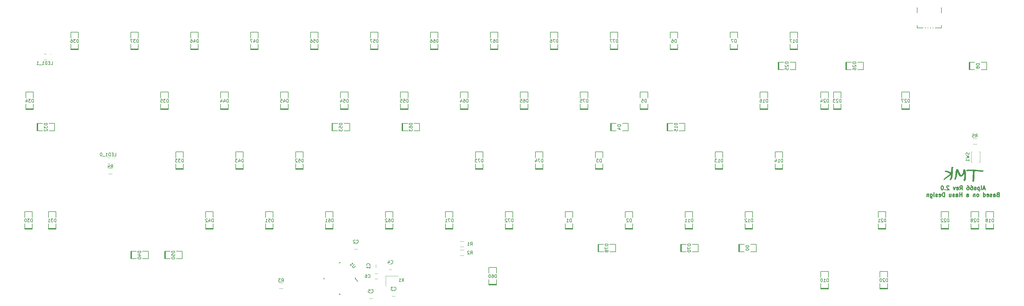
<source format=gbo>
G04 #@! TF.GenerationSoftware,KiCad,Pcbnew,(5.1.12)-1*
G04 #@! TF.CreationDate,2021-12-15T00:33:09-05:00*
G04 #@! TF.ProjectId,alps66,616c7073-3636-42e6-9b69-6361645f7063,F*
G04 #@! TF.SameCoordinates,Original*
G04 #@! TF.FileFunction,Legend,Bot*
G04 #@! TF.FilePolarity,Positive*
%FSLAX46Y46*%
G04 Gerber Fmt 4.6, Leading zero omitted, Abs format (unit mm)*
G04 Created by KiCad (PCBNEW (5.1.12)-1) date 2021-12-15 00:33:09*
%MOMM*%
%LPD*%
G01*
G04 APERTURE LIST*
%ADD10C,0.300000*%
%ADD11C,0.200000*%
%ADD12C,0.150000*%
%ADD13C,0.120000*%
%ADD14C,0.010000*%
%ADD15C,2.300000*%
%ADD16R,0.900000X1.200000*%
%ADD17R,1.600000X1.600000*%
%ADD18C,1.600000*%
%ADD19C,0.100000*%
%ADD20C,1.700000*%
%ADD21C,11.500000*%
%ADD22C,4.000000*%
%ADD23C,6.000000*%
%ADD24R,0.500000X1.400000*%
%ADD25O,1.500000X4.000000*%
%ADD26R,1.000000X1.250000*%
%ADD27R,0.700000X1.300000*%
%ADD28R,1.700000X0.900000*%
%ADD29C,0.800000*%
%ADD30R,1.400000X1.200000*%
%ADD31R,1.800000X1.800000*%
%ADD32C,1.800000*%
%ADD33R,1.200000X0.900000*%
%ADD34R,1.250000X1.000000*%
G04 APERTURE END LIST*
D10*
X336964285Y-85120833D02*
X336369047Y-85120833D01*
X337083333Y-85477976D02*
X336666666Y-84227976D01*
X336250000Y-85477976D01*
X335654761Y-85477976D02*
X335773809Y-85418452D01*
X335833333Y-85299404D01*
X335833333Y-84227976D01*
X335178571Y-84644642D02*
X335178571Y-85894642D01*
X335178571Y-84704166D02*
X335059523Y-84644642D01*
X334821428Y-84644642D01*
X334702380Y-84704166D01*
X334642857Y-84763690D01*
X334583333Y-84882738D01*
X334583333Y-85239880D01*
X334642857Y-85358928D01*
X334702380Y-85418452D01*
X334821428Y-85477976D01*
X335059523Y-85477976D01*
X335178571Y-85418452D01*
X334107142Y-85418452D02*
X333988095Y-85477976D01*
X333750000Y-85477976D01*
X333630952Y-85418452D01*
X333571428Y-85299404D01*
X333571428Y-85239880D01*
X333630952Y-85120833D01*
X333750000Y-85061309D01*
X333928571Y-85061309D01*
X334047619Y-85001785D01*
X334107142Y-84882738D01*
X334107142Y-84823214D01*
X334047619Y-84704166D01*
X333928571Y-84644642D01*
X333750000Y-84644642D01*
X333630952Y-84704166D01*
X332500000Y-84227976D02*
X332738095Y-84227976D01*
X332857142Y-84287500D01*
X332916666Y-84347023D01*
X333035714Y-84525595D01*
X333095238Y-84763690D01*
X333095238Y-85239880D01*
X333035714Y-85358928D01*
X332976190Y-85418452D01*
X332857142Y-85477976D01*
X332619047Y-85477976D01*
X332500000Y-85418452D01*
X332440476Y-85358928D01*
X332380952Y-85239880D01*
X332380952Y-84942261D01*
X332440476Y-84823214D01*
X332500000Y-84763690D01*
X332619047Y-84704166D01*
X332857142Y-84704166D01*
X332976190Y-84763690D01*
X333035714Y-84823214D01*
X333095238Y-84942261D01*
X331309523Y-84227976D02*
X331547619Y-84227976D01*
X331666666Y-84287500D01*
X331726190Y-84347023D01*
X331845238Y-84525595D01*
X331904761Y-84763690D01*
X331904761Y-85239880D01*
X331845238Y-85358928D01*
X331785714Y-85418452D01*
X331666666Y-85477976D01*
X331428571Y-85477976D01*
X331309523Y-85418452D01*
X331250000Y-85358928D01*
X331190476Y-85239880D01*
X331190476Y-84942261D01*
X331250000Y-84823214D01*
X331309523Y-84763690D01*
X331428571Y-84704166D01*
X331666666Y-84704166D01*
X331785714Y-84763690D01*
X331845238Y-84823214D01*
X331904761Y-84942261D01*
X328988095Y-85477976D02*
X329404761Y-84882738D01*
X329702380Y-85477976D02*
X329702380Y-84227976D01*
X329226190Y-84227976D01*
X329107142Y-84287500D01*
X329047619Y-84347023D01*
X328988095Y-84466071D01*
X328988095Y-84644642D01*
X329047619Y-84763690D01*
X329107142Y-84823214D01*
X329226190Y-84882738D01*
X329702380Y-84882738D01*
X327976190Y-85418452D02*
X328095238Y-85477976D01*
X328333333Y-85477976D01*
X328452380Y-85418452D01*
X328511904Y-85299404D01*
X328511904Y-84823214D01*
X328452380Y-84704166D01*
X328333333Y-84644642D01*
X328095238Y-84644642D01*
X327976190Y-84704166D01*
X327916666Y-84823214D01*
X327916666Y-84942261D01*
X328511904Y-85061309D01*
X327500000Y-84644642D02*
X327202380Y-85477976D01*
X326904761Y-84644642D01*
X325535714Y-84347023D02*
X325476190Y-84287500D01*
X325357142Y-84227976D01*
X325059523Y-84227976D01*
X324940476Y-84287500D01*
X324880952Y-84347023D01*
X324821428Y-84466071D01*
X324821428Y-84585119D01*
X324880952Y-84763690D01*
X325595238Y-85477976D01*
X324821428Y-85477976D01*
X324285714Y-85358928D02*
X324226190Y-85418452D01*
X324285714Y-85477976D01*
X324345238Y-85418452D01*
X324285714Y-85358928D01*
X324285714Y-85477976D01*
X323452380Y-84227976D02*
X323333333Y-84227976D01*
X323214285Y-84287500D01*
X323154761Y-84347023D01*
X323095238Y-84466071D01*
X323035714Y-84704166D01*
X323035714Y-85001785D01*
X323095238Y-85239880D01*
X323154761Y-85358928D01*
X323214285Y-85418452D01*
X323333333Y-85477976D01*
X323452380Y-85477976D01*
X323571428Y-85418452D01*
X323630952Y-85358928D01*
X323690476Y-85239880D01*
X323750000Y-85001785D01*
X323750000Y-84704166D01*
X323690476Y-84466071D01*
X323630952Y-84347023D01*
X323571428Y-84287500D01*
X323452380Y-84227976D01*
X341071428Y-86998214D02*
X340892857Y-87057738D01*
X340833333Y-87117261D01*
X340773809Y-87236309D01*
X340773809Y-87414880D01*
X340833333Y-87533928D01*
X340892857Y-87593452D01*
X341011904Y-87652976D01*
X341488095Y-87652976D01*
X341488095Y-86402976D01*
X341071428Y-86402976D01*
X340952380Y-86462500D01*
X340892857Y-86522023D01*
X340833333Y-86641071D01*
X340833333Y-86760119D01*
X340892857Y-86879166D01*
X340952380Y-86938690D01*
X341071428Y-86998214D01*
X341488095Y-86998214D01*
X339702380Y-87652976D02*
X339702380Y-86998214D01*
X339761904Y-86879166D01*
X339880952Y-86819642D01*
X340119047Y-86819642D01*
X340238095Y-86879166D01*
X339702380Y-87593452D02*
X339821428Y-87652976D01*
X340119047Y-87652976D01*
X340238095Y-87593452D01*
X340297619Y-87474404D01*
X340297619Y-87355357D01*
X340238095Y-87236309D01*
X340119047Y-87176785D01*
X339821428Y-87176785D01*
X339702380Y-87117261D01*
X339166666Y-87593452D02*
X339047619Y-87652976D01*
X338809523Y-87652976D01*
X338690476Y-87593452D01*
X338630952Y-87474404D01*
X338630952Y-87414880D01*
X338690476Y-87295833D01*
X338809523Y-87236309D01*
X338988095Y-87236309D01*
X339107142Y-87176785D01*
X339166666Y-87057738D01*
X339166666Y-86998214D01*
X339107142Y-86879166D01*
X338988095Y-86819642D01*
X338809523Y-86819642D01*
X338690476Y-86879166D01*
X337619047Y-87593452D02*
X337738095Y-87652976D01*
X337976190Y-87652976D01*
X338095238Y-87593452D01*
X338154761Y-87474404D01*
X338154761Y-86998214D01*
X338095238Y-86879166D01*
X337976190Y-86819642D01*
X337738095Y-86819642D01*
X337619047Y-86879166D01*
X337559523Y-86998214D01*
X337559523Y-87117261D01*
X338154761Y-87236309D01*
X336488095Y-87652976D02*
X336488095Y-86402976D01*
X336488095Y-87593452D02*
X336607142Y-87652976D01*
X336845238Y-87652976D01*
X336964285Y-87593452D01*
X337023809Y-87533928D01*
X337083333Y-87414880D01*
X337083333Y-87057738D01*
X337023809Y-86938690D01*
X336964285Y-86879166D01*
X336845238Y-86819642D01*
X336607142Y-86819642D01*
X336488095Y-86879166D01*
X334761904Y-87652976D02*
X334880952Y-87593452D01*
X334940476Y-87533928D01*
X335000000Y-87414880D01*
X335000000Y-87057738D01*
X334940476Y-86938690D01*
X334880952Y-86879166D01*
X334761904Y-86819642D01*
X334583333Y-86819642D01*
X334464285Y-86879166D01*
X334404761Y-86938690D01*
X334345238Y-87057738D01*
X334345238Y-87414880D01*
X334404761Y-87533928D01*
X334464285Y-87593452D01*
X334583333Y-87652976D01*
X334761904Y-87652976D01*
X333809523Y-86819642D02*
X333809523Y-87652976D01*
X333809523Y-86938690D02*
X333750000Y-86879166D01*
X333630952Y-86819642D01*
X333452380Y-86819642D01*
X333333333Y-86879166D01*
X333273809Y-86998214D01*
X333273809Y-87652976D01*
X331190476Y-87652976D02*
X331190476Y-86998214D01*
X331250000Y-86879166D01*
X331369047Y-86819642D01*
X331607142Y-86819642D01*
X331726190Y-86879166D01*
X331190476Y-87593452D02*
X331309523Y-87652976D01*
X331607142Y-87652976D01*
X331726190Y-87593452D01*
X331785714Y-87474404D01*
X331785714Y-87355357D01*
X331726190Y-87236309D01*
X331607142Y-87176785D01*
X331309523Y-87176785D01*
X331190476Y-87117261D01*
X329642857Y-87652976D02*
X329642857Y-86402976D01*
X329642857Y-86998214D02*
X328928571Y-86998214D01*
X328928571Y-87652976D02*
X328928571Y-86402976D01*
X327797619Y-87652976D02*
X327797619Y-86998214D01*
X327857142Y-86879166D01*
X327976190Y-86819642D01*
X328214285Y-86819642D01*
X328333333Y-86879166D01*
X327797619Y-87593452D02*
X327916666Y-87652976D01*
X328214285Y-87652976D01*
X328333333Y-87593452D01*
X328392857Y-87474404D01*
X328392857Y-87355357D01*
X328333333Y-87236309D01*
X328214285Y-87176785D01*
X327916666Y-87176785D01*
X327797619Y-87117261D01*
X327261904Y-87593452D02*
X327142857Y-87652976D01*
X326904761Y-87652976D01*
X326785714Y-87593452D01*
X326726190Y-87474404D01*
X326726190Y-87414880D01*
X326785714Y-87295833D01*
X326904761Y-87236309D01*
X327083333Y-87236309D01*
X327202380Y-87176785D01*
X327261904Y-87057738D01*
X327261904Y-86998214D01*
X327202380Y-86879166D01*
X327083333Y-86819642D01*
X326904761Y-86819642D01*
X326785714Y-86879166D01*
X325654761Y-86819642D02*
X325654761Y-87652976D01*
X326190476Y-86819642D02*
X326190476Y-87474404D01*
X326130952Y-87593452D01*
X326011904Y-87652976D01*
X325833333Y-87652976D01*
X325714285Y-87593452D01*
X325654761Y-87533928D01*
X324107142Y-87652976D02*
X324107142Y-86402976D01*
X323809523Y-86402976D01*
X323630952Y-86462500D01*
X323511904Y-86581547D01*
X323452380Y-86700595D01*
X323392857Y-86938690D01*
X323392857Y-87117261D01*
X323452380Y-87355357D01*
X323511904Y-87474404D01*
X323630952Y-87593452D01*
X323809523Y-87652976D01*
X324107142Y-87652976D01*
X322380952Y-87593452D02*
X322500000Y-87652976D01*
X322738095Y-87652976D01*
X322857142Y-87593452D01*
X322916666Y-87474404D01*
X322916666Y-86998214D01*
X322857142Y-86879166D01*
X322738095Y-86819642D01*
X322500000Y-86819642D01*
X322380952Y-86879166D01*
X322321428Y-86998214D01*
X322321428Y-87117261D01*
X322916666Y-87236309D01*
X321845238Y-87593452D02*
X321726190Y-87652976D01*
X321488095Y-87652976D01*
X321369047Y-87593452D01*
X321309523Y-87474404D01*
X321309523Y-87414880D01*
X321369047Y-87295833D01*
X321488095Y-87236309D01*
X321666666Y-87236309D01*
X321785714Y-87176785D01*
X321845238Y-87057738D01*
X321845238Y-86998214D01*
X321785714Y-86879166D01*
X321666666Y-86819642D01*
X321488095Y-86819642D01*
X321369047Y-86879166D01*
X320773809Y-87652976D02*
X320773809Y-86819642D01*
X320773809Y-86402976D02*
X320833333Y-86462500D01*
X320773809Y-86522023D01*
X320714285Y-86462500D01*
X320773809Y-86402976D01*
X320773809Y-86522023D01*
X319642857Y-86819642D02*
X319642857Y-87831547D01*
X319702380Y-87950595D01*
X319761904Y-88010119D01*
X319880952Y-88069642D01*
X320059523Y-88069642D01*
X320178571Y-88010119D01*
X319642857Y-87593452D02*
X319761904Y-87652976D01*
X320000000Y-87652976D01*
X320119047Y-87593452D01*
X320178571Y-87533928D01*
X320238095Y-87414880D01*
X320238095Y-87057738D01*
X320178571Y-86938690D01*
X320119047Y-86879166D01*
X320000000Y-86819642D01*
X319761904Y-86819642D01*
X319642857Y-86879166D01*
X319047619Y-86819642D02*
X319047619Y-87652976D01*
X319047619Y-86938690D02*
X318988095Y-86879166D01*
X318869047Y-86819642D01*
X318690476Y-86819642D01*
X318571428Y-86879166D01*
X318511904Y-86998214D01*
X318511904Y-87652976D01*
D11*
X80000000Y-107450000D02*
X81800000Y-107450000D01*
X81800000Y-105050000D02*
X80000000Y-105050000D01*
X76375000Y-105050000D02*
X76375000Y-107450000D01*
X76450000Y-105050000D02*
X76450000Y-107450000D01*
X76200000Y-105050000D02*
X76200000Y-107450000D01*
X76200000Y-105050000D02*
X78000000Y-105050000D01*
X81800000Y-105050000D02*
X81800000Y-107450000D01*
X78000000Y-107450000D02*
X76200000Y-107450000D01*
D12*
X136854925Y-113846599D02*
X137721131Y-114712805D01*
X131887500Y-108560976D02*
X132099632Y-108773108D01*
X126760976Y-113687500D02*
X126973108Y-113899632D01*
X131887500Y-118814024D02*
X131675368Y-118601892D01*
X137014024Y-113687500D02*
X136801892Y-113475368D01*
X131887500Y-118814024D02*
X132099632Y-118601892D01*
X126760976Y-113687500D02*
X126973108Y-113475368D01*
X131887500Y-108560976D02*
X131675368Y-108773108D01*
X137014024Y-113687500D02*
X136854925Y-113846599D01*
D11*
X323100000Y-33937500D02*
X323100000Y-27437500D01*
X315400000Y-33937500D02*
X315400000Y-27437500D01*
X315400000Y-33937500D02*
X323100000Y-33937500D01*
D13*
X136500000Y-102650000D02*
X137500000Y-102650000D01*
X137500000Y-104350000D02*
X136500000Y-104350000D01*
X148500000Y-117650000D02*
X149500000Y-117650000D01*
X149500000Y-119350000D02*
X148500000Y-119350000D01*
X147500000Y-109150000D02*
X148500000Y-109150000D01*
X148500000Y-110850000D02*
X147500000Y-110850000D01*
X141250000Y-118400000D02*
X142250000Y-118400000D01*
X142250000Y-120100000D02*
X141250000Y-120100000D01*
X143000000Y-112150000D02*
X144000000Y-112150000D01*
X144000000Y-113850000D02*
X143000000Y-113850000D01*
X171350000Y-101870000D02*
X170150000Y-101870000D01*
X170150000Y-103630000D02*
X171350000Y-103630000D01*
X171350000Y-104620000D02*
X170150000Y-104620000D01*
X170150000Y-106380000D02*
X171350000Y-106380000D01*
X113850000Y-115120000D02*
X112650000Y-115120000D01*
X112650000Y-116880000D02*
X113850000Y-116880000D01*
X58400000Y-80380000D02*
X59600000Y-80380000D01*
X59600000Y-78620000D02*
X58400000Y-78620000D01*
X332600000Y-76650000D02*
X332900000Y-76650000D01*
X332600000Y-73350000D02*
X332600000Y-76650000D01*
X332900000Y-73350000D02*
X332600000Y-73350000D01*
X335400000Y-76650000D02*
X335100000Y-76650000D01*
X335400000Y-73350000D02*
X335400000Y-76650000D01*
X335100000Y-73350000D02*
X335400000Y-73350000D01*
D14*
G36*
X332659352Y-79039657D02*
G01*
X332382834Y-79043502D01*
X332110477Y-79049380D01*
X331854720Y-79057116D01*
X331628005Y-79066535D01*
X331442774Y-79077461D01*
X331311468Y-79089720D01*
X331306314Y-79090395D01*
X331151621Y-79114475D01*
X331053380Y-79141427D01*
X330997627Y-79178535D01*
X330970398Y-79233083D01*
X330963078Y-79269420D01*
X330957642Y-79317959D01*
X330962546Y-79356291D01*
X330984896Y-79385400D01*
X331031800Y-79406270D01*
X331110363Y-79419888D01*
X331227694Y-79427236D01*
X331390899Y-79429301D01*
X331607084Y-79427066D01*
X331883358Y-79421516D01*
X332035785Y-79418047D01*
X332346753Y-79411614D01*
X332593220Y-79408310D01*
X332781180Y-79408247D01*
X332916622Y-79411536D01*
X333005539Y-79418291D01*
X333053922Y-79428621D01*
X333066450Y-79437270D01*
X333073475Y-79483570D01*
X333078553Y-79588702D01*
X333081764Y-79740968D01*
X333083187Y-79928675D01*
X333082902Y-80140126D01*
X333080991Y-80363625D01*
X333077532Y-80587478D01*
X333072605Y-80799989D01*
X333066292Y-80989462D01*
X333058672Y-81144202D01*
X333054343Y-81205555D01*
X333046260Y-81322948D01*
X333036615Y-81491732D01*
X333026407Y-81692791D01*
X333016638Y-81907006D01*
X333012785Y-81999305D01*
X333003116Y-82197599D01*
X332991356Y-82375897D01*
X332978671Y-82520065D01*
X332966227Y-82615968D01*
X332959636Y-82643757D01*
X332951239Y-82722311D01*
X332999244Y-82793688D01*
X333104481Y-82853920D01*
X333231268Y-82848105D01*
X333318167Y-82811699D01*
X333401863Y-82741383D01*
X333450961Y-82669237D01*
X333464934Y-82604453D01*
X333479374Y-82472312D01*
X333494127Y-82276009D01*
X333509039Y-82018740D01*
X333523955Y-81703700D01*
X333538721Y-81334085D01*
X333553183Y-80913091D01*
X333567186Y-80443912D01*
X333577699Y-80046233D01*
X333584284Y-79850654D01*
X333593218Y-79679800D01*
X333603594Y-79546147D01*
X333614509Y-79462166D01*
X333621711Y-79439859D01*
X333666381Y-79432379D01*
X333766263Y-79433491D01*
X333906615Y-79442565D01*
X334072698Y-79458973D01*
X334074583Y-79459189D01*
X334536968Y-79510866D01*
X334934360Y-79552402D01*
X335271552Y-79584067D01*
X335553333Y-79606135D01*
X335784495Y-79618876D01*
X335969828Y-79622562D01*
X336114123Y-79617466D01*
X336222172Y-79603859D01*
X336291295Y-79584978D01*
X336351565Y-79536808D01*
X336392604Y-79460868D01*
X336405101Y-79383842D01*
X336379743Y-79332413D01*
X336379482Y-79332251D01*
X336332530Y-79322097D01*
X336230101Y-79310183D01*
X336087198Y-79297979D01*
X335918825Y-79286955D01*
X335915275Y-79286755D01*
X335720873Y-79274165D01*
X335526604Y-79258703D01*
X335357521Y-79242513D01*
X335256389Y-79230361D01*
X335139264Y-79215441D01*
X334970899Y-79196068D01*
X334770309Y-79174335D01*
X334556506Y-79152331D01*
X334462639Y-79143053D01*
X334249062Y-79121684D01*
X334040286Y-79099810D01*
X333855323Y-79079490D01*
X333713182Y-79062784D01*
X333668889Y-79057080D01*
X333558193Y-79048124D01*
X333389449Y-79042080D01*
X333175101Y-79038771D01*
X332927588Y-79038022D01*
X332659352Y-79039657D01*
G37*
X332659352Y-79039657D02*
X332382834Y-79043502D01*
X332110477Y-79049380D01*
X331854720Y-79057116D01*
X331628005Y-79066535D01*
X331442774Y-79077461D01*
X331311468Y-79089720D01*
X331306314Y-79090395D01*
X331151621Y-79114475D01*
X331053380Y-79141427D01*
X330997627Y-79178535D01*
X330970398Y-79233083D01*
X330963078Y-79269420D01*
X330957642Y-79317959D01*
X330962546Y-79356291D01*
X330984896Y-79385400D01*
X331031800Y-79406270D01*
X331110363Y-79419888D01*
X331227694Y-79427236D01*
X331390899Y-79429301D01*
X331607084Y-79427066D01*
X331883358Y-79421516D01*
X332035785Y-79418047D01*
X332346753Y-79411614D01*
X332593220Y-79408310D01*
X332781180Y-79408247D01*
X332916622Y-79411536D01*
X333005539Y-79418291D01*
X333053922Y-79428621D01*
X333066450Y-79437270D01*
X333073475Y-79483570D01*
X333078553Y-79588702D01*
X333081764Y-79740968D01*
X333083187Y-79928675D01*
X333082902Y-80140126D01*
X333080991Y-80363625D01*
X333077532Y-80587478D01*
X333072605Y-80799989D01*
X333066292Y-80989462D01*
X333058672Y-81144202D01*
X333054343Y-81205555D01*
X333046260Y-81322948D01*
X333036615Y-81491732D01*
X333026407Y-81692791D01*
X333016638Y-81907006D01*
X333012785Y-81999305D01*
X333003116Y-82197599D01*
X332991356Y-82375897D01*
X332978671Y-82520065D01*
X332966227Y-82615968D01*
X332959636Y-82643757D01*
X332951239Y-82722311D01*
X332999244Y-82793688D01*
X333104481Y-82853920D01*
X333231268Y-82848105D01*
X333318167Y-82811699D01*
X333401863Y-82741383D01*
X333450961Y-82669237D01*
X333464934Y-82604453D01*
X333479374Y-82472312D01*
X333494127Y-82276009D01*
X333509039Y-82018740D01*
X333523955Y-81703700D01*
X333538721Y-81334085D01*
X333553183Y-80913091D01*
X333567186Y-80443912D01*
X333577699Y-80046233D01*
X333584284Y-79850654D01*
X333593218Y-79679800D01*
X333603594Y-79546147D01*
X333614509Y-79462166D01*
X333621711Y-79439859D01*
X333666381Y-79432379D01*
X333766263Y-79433491D01*
X333906615Y-79442565D01*
X334072698Y-79458973D01*
X334074583Y-79459189D01*
X334536968Y-79510866D01*
X334934360Y-79552402D01*
X335271552Y-79584067D01*
X335553333Y-79606135D01*
X335784495Y-79618876D01*
X335969828Y-79622562D01*
X336114123Y-79617466D01*
X336222172Y-79603859D01*
X336291295Y-79584978D01*
X336351565Y-79536808D01*
X336392604Y-79460868D01*
X336405101Y-79383842D01*
X336379743Y-79332413D01*
X336379482Y-79332251D01*
X336332530Y-79322097D01*
X336230101Y-79310183D01*
X336087198Y-79297979D01*
X335918825Y-79286955D01*
X335915275Y-79286755D01*
X335720873Y-79274165D01*
X335526604Y-79258703D01*
X335357521Y-79242513D01*
X335256389Y-79230361D01*
X335139264Y-79215441D01*
X334970899Y-79196068D01*
X334770309Y-79174335D01*
X334556506Y-79152331D01*
X334462639Y-79143053D01*
X334249062Y-79121684D01*
X334040286Y-79099810D01*
X333855323Y-79079490D01*
X333713182Y-79062784D01*
X333668889Y-79057080D01*
X333558193Y-79048124D01*
X333389449Y-79042080D01*
X333175101Y-79038771D01*
X332927588Y-79038022D01*
X332659352Y-79039657D01*
G36*
X328150260Y-78851440D02*
G01*
X328082487Y-78860658D01*
X327966779Y-78886676D01*
X327894155Y-78931194D01*
X327846036Y-78994858D01*
X327794176Y-79111927D01*
X327742530Y-79286518D01*
X327693781Y-79505637D01*
X327650617Y-79756294D01*
X327615721Y-80025498D01*
X327600540Y-80182500D01*
X327583332Y-80375566D01*
X327564774Y-80565315D01*
X327547226Y-80728563D01*
X327534357Y-80832870D01*
X327521419Y-80957752D01*
X327518270Y-81062108D01*
X327522991Y-81109884D01*
X327522676Y-81175785D01*
X327506644Y-81200347D01*
X327483685Y-81243147D01*
X327450566Y-81338777D01*
X327411289Y-81471400D01*
X327369858Y-81625181D01*
X327330273Y-81784285D01*
X327296540Y-81932876D01*
X327272659Y-82055119D01*
X327262635Y-82135178D01*
X327264972Y-82156437D01*
X327324658Y-82189544D01*
X327429158Y-82182200D01*
X327541962Y-82145294D01*
X327640109Y-82068080D01*
X327731806Y-81921965D01*
X327816643Y-81708345D01*
X327894206Y-81428614D01*
X327964083Y-81084169D01*
X328025861Y-80676406D01*
X328059834Y-80393146D01*
X328082307Y-80186124D01*
X328101862Y-80002407D01*
X328117268Y-79853873D01*
X328127291Y-79752400D01*
X328130703Y-79710513D01*
X328144741Y-79711098D01*
X328180882Y-79761190D01*
X328231099Y-79846499D01*
X328287364Y-79952735D01*
X328341651Y-80065606D01*
X328378485Y-80151640D01*
X328500248Y-80444928D01*
X328609775Y-80677406D01*
X328712055Y-80856686D01*
X328812079Y-80990379D01*
X328914836Y-81086094D01*
X329025317Y-81151444D01*
X329037548Y-81156845D01*
X329230788Y-81203110D01*
X329433859Y-81185432D01*
X329638989Y-81108193D01*
X329838408Y-80975777D01*
X330024344Y-80792564D01*
X330189026Y-80562938D01*
X330235429Y-80481371D01*
X330345202Y-80276796D01*
X330370843Y-80652981D01*
X330380002Y-80886193D01*
X330379347Y-81148595D01*
X330369814Y-81417246D01*
X330352343Y-81669204D01*
X330327872Y-81881527D01*
X330318195Y-81940221D01*
X330270623Y-82079404D01*
X330194361Y-82192985D01*
X330133587Y-82264515D01*
X330116825Y-82323859D01*
X330135704Y-82406098D01*
X330140211Y-82419909D01*
X330206331Y-82544730D01*
X330301068Y-82605063D01*
X330424509Y-82600949D01*
X330477558Y-82583068D01*
X330575833Y-82508959D01*
X330665798Y-82376457D01*
X330742839Y-82197631D01*
X330802342Y-81984545D01*
X330839693Y-81749267D01*
X330849257Y-81611106D01*
X330858163Y-81241316D01*
X330858439Y-80881013D01*
X330850701Y-80537093D01*
X330835564Y-80216451D01*
X330813644Y-79925984D01*
X330785556Y-79672586D01*
X330751916Y-79463153D01*
X330713339Y-79304580D01*
X330670441Y-79203764D01*
X330631240Y-79168683D01*
X330576323Y-79125103D01*
X330549121Y-79067916D01*
X330501052Y-79001999D01*
X330398314Y-78974648D01*
X330238878Y-78985528D01*
X330151476Y-79002072D01*
X330120806Y-79009274D01*
X330097986Y-79022528D01*
X330080202Y-79052355D01*
X330064643Y-79109278D01*
X330048498Y-79203816D01*
X330028954Y-79346491D01*
X330003200Y-79547825D01*
X330000996Y-79565139D01*
X329942376Y-79902158D01*
X329859070Y-80197099D01*
X329753974Y-80443423D01*
X329629982Y-80634593D01*
X329489988Y-80764073D01*
X329462836Y-80780591D01*
X329391108Y-80812954D01*
X329335567Y-80804090D01*
X329275892Y-80763859D01*
X329224058Y-80716621D01*
X329170931Y-80648910D01*
X329111612Y-80551890D01*
X329041200Y-80416725D01*
X328954795Y-80234581D01*
X328847497Y-79996623D01*
X328836057Y-79970833D01*
X328753519Y-79784537D01*
X328668481Y-79592553D01*
X328591959Y-79419757D01*
X328543215Y-79309651D01*
X328476218Y-79170039D01*
X328405622Y-79041511D01*
X328345803Y-78950080D01*
X328341501Y-78944637D01*
X328282841Y-78879373D01*
X328228617Y-78851395D01*
X328150260Y-78851440D01*
G37*
X328150260Y-78851440D02*
X328082487Y-78860658D01*
X327966779Y-78886676D01*
X327894155Y-78931194D01*
X327846036Y-78994858D01*
X327794176Y-79111927D01*
X327742530Y-79286518D01*
X327693781Y-79505637D01*
X327650617Y-79756294D01*
X327615721Y-80025498D01*
X327600540Y-80182500D01*
X327583332Y-80375566D01*
X327564774Y-80565315D01*
X327547226Y-80728563D01*
X327534357Y-80832870D01*
X327521419Y-80957752D01*
X327518270Y-81062108D01*
X327522991Y-81109884D01*
X327522676Y-81175785D01*
X327506644Y-81200347D01*
X327483685Y-81243147D01*
X327450566Y-81338777D01*
X327411289Y-81471400D01*
X327369858Y-81625181D01*
X327330273Y-81784285D01*
X327296540Y-81932876D01*
X327272659Y-82055119D01*
X327262635Y-82135178D01*
X327264972Y-82156437D01*
X327324658Y-82189544D01*
X327429158Y-82182200D01*
X327541962Y-82145294D01*
X327640109Y-82068080D01*
X327731806Y-81921965D01*
X327816643Y-81708345D01*
X327894206Y-81428614D01*
X327964083Y-81084169D01*
X328025861Y-80676406D01*
X328059834Y-80393146D01*
X328082307Y-80186124D01*
X328101862Y-80002407D01*
X328117268Y-79853873D01*
X328127291Y-79752400D01*
X328130703Y-79710513D01*
X328144741Y-79711098D01*
X328180882Y-79761190D01*
X328231099Y-79846499D01*
X328287364Y-79952735D01*
X328341651Y-80065606D01*
X328378485Y-80151640D01*
X328500248Y-80444928D01*
X328609775Y-80677406D01*
X328712055Y-80856686D01*
X328812079Y-80990379D01*
X328914836Y-81086094D01*
X329025317Y-81151444D01*
X329037548Y-81156845D01*
X329230788Y-81203110D01*
X329433859Y-81185432D01*
X329638989Y-81108193D01*
X329838408Y-80975777D01*
X330024344Y-80792564D01*
X330189026Y-80562938D01*
X330235429Y-80481371D01*
X330345202Y-80276796D01*
X330370843Y-80652981D01*
X330380002Y-80886193D01*
X330379347Y-81148595D01*
X330369814Y-81417246D01*
X330352343Y-81669204D01*
X330327872Y-81881527D01*
X330318195Y-81940221D01*
X330270623Y-82079404D01*
X330194361Y-82192985D01*
X330133587Y-82264515D01*
X330116825Y-82323859D01*
X330135704Y-82406098D01*
X330140211Y-82419909D01*
X330206331Y-82544730D01*
X330301068Y-82605063D01*
X330424509Y-82600949D01*
X330477558Y-82583068D01*
X330575833Y-82508959D01*
X330665798Y-82376457D01*
X330742839Y-82197631D01*
X330802342Y-81984545D01*
X330839693Y-81749267D01*
X330849257Y-81611106D01*
X330858163Y-81241316D01*
X330858439Y-80881013D01*
X330850701Y-80537093D01*
X330835564Y-80216451D01*
X330813644Y-79925984D01*
X330785556Y-79672586D01*
X330751916Y-79463153D01*
X330713339Y-79304580D01*
X330670441Y-79203764D01*
X330631240Y-79168683D01*
X330576323Y-79125103D01*
X330549121Y-79067916D01*
X330501052Y-79001999D01*
X330398314Y-78974648D01*
X330238878Y-78985528D01*
X330151476Y-79002072D01*
X330120806Y-79009274D01*
X330097986Y-79022528D01*
X330080202Y-79052355D01*
X330064643Y-79109278D01*
X330048498Y-79203816D01*
X330028954Y-79346491D01*
X330003200Y-79547825D01*
X330000996Y-79565139D01*
X329942376Y-79902158D01*
X329859070Y-80197099D01*
X329753974Y-80443423D01*
X329629982Y-80634593D01*
X329489988Y-80764073D01*
X329462836Y-80780591D01*
X329391108Y-80812954D01*
X329335567Y-80804090D01*
X329275892Y-80763859D01*
X329224058Y-80716621D01*
X329170931Y-80648910D01*
X329111612Y-80551890D01*
X329041200Y-80416725D01*
X328954795Y-80234581D01*
X328847497Y-79996623D01*
X328836057Y-79970833D01*
X328753519Y-79784537D01*
X328668481Y-79592553D01*
X328591959Y-79419757D01*
X328543215Y-79309651D01*
X328476218Y-79170039D01*
X328405622Y-79041511D01*
X328345803Y-78950080D01*
X328341501Y-78944637D01*
X328282841Y-78879373D01*
X328228617Y-78851395D01*
X328150260Y-78851440D01*
G36*
X326502927Y-78189396D02*
G01*
X326370804Y-78238004D01*
X326339795Y-78258896D01*
X326318889Y-78308130D01*
X326296283Y-78417980D01*
X326273131Y-78578565D01*
X326250586Y-78780003D01*
X326229804Y-79012412D01*
X326211937Y-79265911D01*
X326202621Y-79433538D01*
X326194129Y-79629134D01*
X326184929Y-79762509D01*
X326165276Y-79841415D01*
X326125423Y-79873605D01*
X326055625Y-79866831D01*
X325946136Y-79828846D01*
X325787210Y-79767404D01*
X325784306Y-79766307D01*
X325663119Y-79720915D01*
X325569750Y-79686527D01*
X325521913Y-79669654D01*
X325519722Y-79669027D01*
X325458213Y-79646957D01*
X325336919Y-79596091D01*
X325176531Y-79525556D01*
X325054882Y-79474694D01*
X324943767Y-79433799D01*
X324894309Y-79418828D01*
X324804795Y-79404011D01*
X324688660Y-79394565D01*
X324565820Y-79390717D01*
X324456188Y-79392693D01*
X324379678Y-79400719D01*
X324355556Y-79412711D01*
X324329842Y-79427942D01*
X324311458Y-79423914D01*
X324250616Y-79430762D01*
X324204842Y-79455941D01*
X324164156Y-79519796D01*
X324177333Y-79592629D01*
X324231519Y-79660449D01*
X324313865Y-79709266D01*
X324411520Y-79725090D01*
X324447501Y-79720117D01*
X324507322Y-79719422D01*
X324600562Y-79730381D01*
X324703592Y-79748581D01*
X324792788Y-79769612D01*
X324844522Y-79789062D01*
X324849445Y-79795165D01*
X324879472Y-79822165D01*
X324945917Y-79846286D01*
X325014405Y-79870711D01*
X325130096Y-79919460D01*
X325276975Y-79985526D01*
X325439029Y-80061901D01*
X325443105Y-80063867D01*
X325608749Y-80144702D01*
X325720221Y-80202927D01*
X325787257Y-80245827D01*
X325819593Y-80280687D01*
X325826967Y-80314794D01*
X325821323Y-80346878D01*
X325769841Y-80465230D01*
X325685009Y-80586046D01*
X325597221Y-80669412D01*
X325530530Y-80715915D01*
X325439066Y-80780397D01*
X325413889Y-80798247D01*
X325310958Y-80867634D01*
X325183266Y-80948854D01*
X325110155Y-80993391D01*
X325000061Y-81064369D01*
X324907602Y-81133231D01*
X324867368Y-81169963D01*
X324797413Y-81227463D01*
X324694990Y-81290804D01*
X324651578Y-81313247D01*
X324537227Y-81381964D01*
X324436147Y-81464328D01*
X324411573Y-81490526D01*
X324346247Y-81557419D01*
X324294621Y-81592212D01*
X324287278Y-81593611D01*
X324251059Y-81612897D01*
X324249621Y-81620069D01*
X324223022Y-81655206D01*
X324157724Y-81707429D01*
X324143582Y-81717083D01*
X324037917Y-81818512D01*
X323995421Y-81935914D01*
X323997031Y-81983383D01*
X323978475Y-82042850D01*
X323922839Y-82114817D01*
X323915598Y-82121825D01*
X323842422Y-82208821D01*
X323834998Y-82270848D01*
X323893277Y-82308396D01*
X323896976Y-82309396D01*
X323978107Y-82295959D01*
X324033403Y-82244151D01*
X324085780Y-82192070D01*
X324121028Y-82182272D01*
X324121567Y-82182770D01*
X324141793Y-82176113D01*
X324145004Y-82155115D01*
X324175438Y-82080853D01*
X324253052Y-81992441D01*
X324361442Y-81906315D01*
X324439803Y-81859768D01*
X324544240Y-81792885D01*
X324631583Y-81715731D01*
X324644112Y-81701018D01*
X324695162Y-81644808D01*
X324725247Y-81627750D01*
X324726434Y-81628889D01*
X324760811Y-81623376D01*
X324834131Y-81587723D01*
X324927951Y-81532838D01*
X325023828Y-81469631D01*
X325103321Y-81409012D01*
X325114062Y-81399583D01*
X325192188Y-81341425D01*
X325301347Y-81274348D01*
X325356579Y-81244402D01*
X325465627Y-81184086D01*
X325557248Y-81126260D01*
X325587963Y-81103291D01*
X325696988Y-81011980D01*
X325764834Y-80957598D01*
X325803735Y-80930976D01*
X325825925Y-80922944D01*
X325828806Y-80922769D01*
X325868832Y-80900998D01*
X325939461Y-80846721D01*
X325974295Y-80816936D01*
X326052667Y-80753352D01*
X326110881Y-80715897D01*
X326124225Y-80711666D01*
X326149732Y-80743393D01*
X326157108Y-80830544D01*
X326148863Y-80961072D01*
X326127505Y-81122932D01*
X326095543Y-81304077D01*
X326055484Y-81492462D01*
X326009838Y-81676040D01*
X325961112Y-81842765D01*
X325911815Y-81980592D01*
X325864455Y-82077474D01*
X325831801Y-82115958D01*
X325779472Y-82186390D01*
X325766667Y-82244246D01*
X325782105Y-82305649D01*
X325841257Y-82336015D01*
X325878321Y-82342823D01*
X325970027Y-82341229D01*
X326051984Y-82296890D01*
X326095220Y-82258633D01*
X326166663Y-82195696D01*
X326217296Y-82160647D01*
X326225692Y-82158055D01*
X326255138Y-82127340D01*
X326299196Y-82046514D01*
X326350633Y-81932552D01*
X326402215Y-81802433D01*
X326446710Y-81673132D01*
X326473690Y-81575972D01*
X326504717Y-81443599D01*
X326534873Y-81316839D01*
X326544713Y-81276111D01*
X326579490Y-81098899D01*
X326608201Y-80875325D01*
X326631303Y-80599674D01*
X326649254Y-80266228D01*
X326662511Y-79869272D01*
X326664753Y-79776805D01*
X326676609Y-79402126D01*
X326694444Y-79084007D01*
X326719601Y-78808603D01*
X326753421Y-78562072D01*
X326797246Y-78330570D01*
X326811007Y-78268680D01*
X326820646Y-78209946D01*
X326803223Y-78181532D01*
X326742519Y-78172435D01*
X326668044Y-78171666D01*
X326502927Y-78189396D01*
G37*
X326502927Y-78189396D02*
X326370804Y-78238004D01*
X326339795Y-78258896D01*
X326318889Y-78308130D01*
X326296283Y-78417980D01*
X326273131Y-78578565D01*
X326250586Y-78780003D01*
X326229804Y-79012412D01*
X326211937Y-79265911D01*
X326202621Y-79433538D01*
X326194129Y-79629134D01*
X326184929Y-79762509D01*
X326165276Y-79841415D01*
X326125423Y-79873605D01*
X326055625Y-79866831D01*
X325946136Y-79828846D01*
X325787210Y-79767404D01*
X325784306Y-79766307D01*
X325663119Y-79720915D01*
X325569750Y-79686527D01*
X325521913Y-79669654D01*
X325519722Y-79669027D01*
X325458213Y-79646957D01*
X325336919Y-79596091D01*
X325176531Y-79525556D01*
X325054882Y-79474694D01*
X324943767Y-79433799D01*
X324894309Y-79418828D01*
X324804795Y-79404011D01*
X324688660Y-79394565D01*
X324565820Y-79390717D01*
X324456188Y-79392693D01*
X324379678Y-79400719D01*
X324355556Y-79412711D01*
X324329842Y-79427942D01*
X324311458Y-79423914D01*
X324250616Y-79430762D01*
X324204842Y-79455941D01*
X324164156Y-79519796D01*
X324177333Y-79592629D01*
X324231519Y-79660449D01*
X324313865Y-79709266D01*
X324411520Y-79725090D01*
X324447501Y-79720117D01*
X324507322Y-79719422D01*
X324600562Y-79730381D01*
X324703592Y-79748581D01*
X324792788Y-79769612D01*
X324844522Y-79789062D01*
X324849445Y-79795165D01*
X324879472Y-79822165D01*
X324945917Y-79846286D01*
X325014405Y-79870711D01*
X325130096Y-79919460D01*
X325276975Y-79985526D01*
X325439029Y-80061901D01*
X325443105Y-80063867D01*
X325608749Y-80144702D01*
X325720221Y-80202927D01*
X325787257Y-80245827D01*
X325819593Y-80280687D01*
X325826967Y-80314794D01*
X325821323Y-80346878D01*
X325769841Y-80465230D01*
X325685009Y-80586046D01*
X325597221Y-80669412D01*
X325530530Y-80715915D01*
X325439066Y-80780397D01*
X325413889Y-80798247D01*
X325310958Y-80867634D01*
X325183266Y-80948854D01*
X325110155Y-80993391D01*
X325000061Y-81064369D01*
X324907602Y-81133231D01*
X324867368Y-81169963D01*
X324797413Y-81227463D01*
X324694990Y-81290804D01*
X324651578Y-81313247D01*
X324537227Y-81381964D01*
X324436147Y-81464328D01*
X324411573Y-81490526D01*
X324346247Y-81557419D01*
X324294621Y-81592212D01*
X324287278Y-81593611D01*
X324251059Y-81612897D01*
X324249621Y-81620069D01*
X324223022Y-81655206D01*
X324157724Y-81707429D01*
X324143582Y-81717083D01*
X324037917Y-81818512D01*
X323995421Y-81935914D01*
X323997031Y-81983383D01*
X323978475Y-82042850D01*
X323922839Y-82114817D01*
X323915598Y-82121825D01*
X323842422Y-82208821D01*
X323834998Y-82270848D01*
X323893277Y-82308396D01*
X323896976Y-82309396D01*
X323978107Y-82295959D01*
X324033403Y-82244151D01*
X324085780Y-82192070D01*
X324121028Y-82182272D01*
X324121567Y-82182770D01*
X324141793Y-82176113D01*
X324145004Y-82155115D01*
X324175438Y-82080853D01*
X324253052Y-81992441D01*
X324361442Y-81906315D01*
X324439803Y-81859768D01*
X324544240Y-81792885D01*
X324631583Y-81715731D01*
X324644112Y-81701018D01*
X324695162Y-81644808D01*
X324725247Y-81627750D01*
X324726434Y-81628889D01*
X324760811Y-81623376D01*
X324834131Y-81587723D01*
X324927951Y-81532838D01*
X325023828Y-81469631D01*
X325103321Y-81409012D01*
X325114062Y-81399583D01*
X325192188Y-81341425D01*
X325301347Y-81274348D01*
X325356579Y-81244402D01*
X325465627Y-81184086D01*
X325557248Y-81126260D01*
X325587963Y-81103291D01*
X325696988Y-81011980D01*
X325764834Y-80957598D01*
X325803735Y-80930976D01*
X325825925Y-80922944D01*
X325828806Y-80922769D01*
X325868832Y-80900998D01*
X325939461Y-80846721D01*
X325974295Y-80816936D01*
X326052667Y-80753352D01*
X326110881Y-80715897D01*
X326124225Y-80711666D01*
X326149732Y-80743393D01*
X326157108Y-80830544D01*
X326148863Y-80961072D01*
X326127505Y-81122932D01*
X326095543Y-81304077D01*
X326055484Y-81492462D01*
X326009838Y-81676040D01*
X325961112Y-81842765D01*
X325911815Y-81980592D01*
X325864455Y-82077474D01*
X325831801Y-82115958D01*
X325779472Y-82186390D01*
X325766667Y-82244246D01*
X325782105Y-82305649D01*
X325841257Y-82336015D01*
X325878321Y-82342823D01*
X325970027Y-82341229D01*
X326051984Y-82296890D01*
X326095220Y-82258633D01*
X326166663Y-82195696D01*
X326217296Y-82160647D01*
X326225692Y-82158055D01*
X326255138Y-82127340D01*
X326299196Y-82046514D01*
X326350633Y-81932552D01*
X326402215Y-81802433D01*
X326446710Y-81673132D01*
X326473690Y-81575972D01*
X326504717Y-81443599D01*
X326534873Y-81316839D01*
X326544713Y-81276111D01*
X326579490Y-81098899D01*
X326608201Y-80875325D01*
X326631303Y-80599674D01*
X326649254Y-80266228D01*
X326662511Y-79869272D01*
X326664753Y-79776805D01*
X326676609Y-79402126D01*
X326694444Y-79084007D01*
X326719601Y-78808603D01*
X326753421Y-78562072D01*
X326797246Y-78330570D01*
X326811007Y-78268680D01*
X326820646Y-78209946D01*
X326803223Y-78181532D01*
X326742519Y-78172435D01*
X326668044Y-78171666D01*
X326502927Y-78189396D01*
D13*
X146500000Y-112900000D02*
X150500000Y-112900000D01*
X146500000Y-116100000D02*
X146500000Y-112900000D01*
X333150000Y-70880000D02*
X334350000Y-70880000D01*
X334350000Y-69120000D02*
X333150000Y-69120000D01*
X40110000Y-42355000D02*
X40110000Y-42245000D01*
X40110000Y-44115000D02*
X40110000Y-44005000D01*
X40100000Y-42245000D02*
X40110000Y-42245000D01*
X37910000Y-42245000D02*
X38641000Y-42245000D01*
X40100000Y-44115000D02*
X40110000Y-44115000D01*
X37910000Y-44115000D02*
X38641000Y-44115000D01*
X60280000Y-75375000D02*
X60280000Y-75265000D01*
X60280000Y-77135000D02*
X60280000Y-77025000D01*
X60270000Y-75265000D02*
X60280000Y-75265000D01*
X58080000Y-75265000D02*
X58811000Y-75265000D01*
X60270000Y-77135000D02*
X60280000Y-77135000D01*
X58080000Y-77135000D02*
X58811000Y-77135000D01*
D11*
X260500000Y-105200000D02*
X258700000Y-105200000D01*
X264300000Y-102800000D02*
X264300000Y-105200000D01*
X258700000Y-102800000D02*
X260500000Y-102800000D01*
X258700000Y-102800000D02*
X258700000Y-105200000D01*
X258950000Y-102800000D02*
X258950000Y-105200000D01*
X258875000Y-102800000D02*
X258875000Y-105200000D01*
X264300000Y-102800000D02*
X262500000Y-102800000D01*
X262500000Y-105200000D02*
X264300000Y-105200000D01*
X205987500Y-96250000D02*
X205987500Y-98050000D01*
X203587500Y-92450000D02*
X205987500Y-92450000D01*
X203587500Y-98050000D02*
X203587500Y-96250000D01*
X203587500Y-98050000D02*
X205987500Y-98050000D01*
X203587500Y-97800000D02*
X205987500Y-97800000D01*
X203587500Y-97875000D02*
X205987500Y-97875000D01*
X203587500Y-92450000D02*
X203587500Y-94250000D01*
X205987500Y-94250000D02*
X205987500Y-92450000D01*
X225037500Y-94250000D02*
X225037500Y-92450000D01*
X222637500Y-92450000D02*
X222637500Y-94250000D01*
X222637500Y-97875000D02*
X225037500Y-97875000D01*
X222637500Y-97800000D02*
X225037500Y-97800000D01*
X222637500Y-98050000D02*
X225037500Y-98050000D01*
X222637500Y-98050000D02*
X222637500Y-96250000D01*
X222637500Y-92450000D02*
X225037500Y-92450000D01*
X225037500Y-96250000D02*
X225037500Y-98050000D01*
X215512500Y-77200000D02*
X215512500Y-79000000D01*
X213112500Y-73400000D02*
X215512500Y-73400000D01*
X213112500Y-79000000D02*
X213112500Y-77200000D01*
X213112500Y-79000000D02*
X215512500Y-79000000D01*
X213112500Y-78750000D02*
X215512500Y-78750000D01*
X213112500Y-78825000D02*
X215512500Y-78825000D01*
X213112500Y-73400000D02*
X213112500Y-75200000D01*
X215512500Y-75200000D02*
X215512500Y-73400000D01*
X219750000Y-66700000D02*
X217950000Y-66700000D01*
X223550000Y-64300000D02*
X223550000Y-66700000D01*
X217950000Y-64300000D02*
X219750000Y-64300000D01*
X217950000Y-64300000D02*
X217950000Y-66700000D01*
X218200000Y-64300000D02*
X218200000Y-66700000D01*
X218125000Y-64300000D02*
X218125000Y-66700000D01*
X223550000Y-64300000D02*
X221750000Y-64300000D01*
X221750000Y-66700000D02*
X223550000Y-66700000D01*
X229800000Y-56150000D02*
X229800000Y-54350000D01*
X227400000Y-54350000D02*
X227400000Y-56150000D01*
X227400000Y-59775000D02*
X229800000Y-59775000D01*
X227400000Y-59700000D02*
X229800000Y-59700000D01*
X227400000Y-59950000D02*
X229800000Y-59950000D01*
X227400000Y-59950000D02*
X227400000Y-58150000D01*
X227400000Y-54350000D02*
X229800000Y-54350000D01*
X229800000Y-58150000D02*
X229800000Y-59950000D01*
X239325000Y-39100000D02*
X239325000Y-40900000D01*
X236925000Y-35300000D02*
X239325000Y-35300000D01*
X236925000Y-40900000D02*
X236925000Y-39100000D01*
X236925000Y-40900000D02*
X239325000Y-40900000D01*
X236925000Y-40650000D02*
X239325000Y-40650000D01*
X236925000Y-40725000D02*
X239325000Y-40725000D01*
X236925000Y-35300000D02*
X236925000Y-37100000D01*
X239325000Y-37100000D02*
X239325000Y-35300000D01*
X258362500Y-37087500D02*
X258362500Y-35287500D01*
X255962500Y-35287500D02*
X255962500Y-37087500D01*
X255962500Y-40712500D02*
X258362500Y-40712500D01*
X255962500Y-40637500D02*
X258362500Y-40637500D01*
X255962500Y-40887500D02*
X258362500Y-40887500D01*
X255962500Y-40887500D02*
X255962500Y-39087500D01*
X255962500Y-35287500D02*
X258362500Y-35287500D01*
X258362500Y-39087500D02*
X258362500Y-40887500D01*
X335750000Y-47200000D02*
X337550000Y-47200000D01*
X337550000Y-44800000D02*
X335750000Y-44800000D01*
X332125000Y-44800000D02*
X332125000Y-47200000D01*
X332200000Y-44800000D02*
X332200000Y-47200000D01*
X331950000Y-44800000D02*
X331950000Y-47200000D01*
X331950000Y-44800000D02*
X333750000Y-44800000D01*
X337550000Y-44800000D02*
X337550000Y-47200000D01*
X333750000Y-47200000D02*
X331950000Y-47200000D01*
X287200000Y-113300000D02*
X287200000Y-111500000D01*
X284800000Y-111500000D02*
X284800000Y-113300000D01*
X284800000Y-116925000D02*
X287200000Y-116925000D01*
X284800000Y-116850000D02*
X287200000Y-116850000D01*
X284800000Y-117100000D02*
X287200000Y-117100000D01*
X284800000Y-117100000D02*
X284800000Y-115300000D01*
X284800000Y-111500000D02*
X287200000Y-111500000D01*
X287200000Y-115300000D02*
X287200000Y-117100000D01*
X244087500Y-94250000D02*
X244087500Y-92450000D01*
X241687500Y-92450000D02*
X241687500Y-94250000D01*
X241687500Y-97875000D02*
X244087500Y-97875000D01*
X241687500Y-97800000D02*
X244087500Y-97800000D01*
X241687500Y-98050000D02*
X244087500Y-98050000D01*
X241687500Y-98050000D02*
X241687500Y-96250000D01*
X241687500Y-92450000D02*
X244087500Y-92450000D01*
X244087500Y-96250000D02*
X244087500Y-98050000D01*
X263137500Y-94250000D02*
X263137500Y-92450000D01*
X260737500Y-92450000D02*
X260737500Y-94250000D01*
X260737500Y-97875000D02*
X263137500Y-97875000D01*
X260737500Y-97800000D02*
X263137500Y-97800000D01*
X260737500Y-98050000D02*
X263137500Y-98050000D01*
X260737500Y-98050000D02*
X260737500Y-96250000D01*
X260737500Y-92450000D02*
X263137500Y-92450000D01*
X263137500Y-96250000D02*
X263137500Y-98050000D01*
X253612500Y-75200000D02*
X253612500Y-73400000D01*
X251212500Y-73400000D02*
X251212500Y-75200000D01*
X251212500Y-78825000D02*
X253612500Y-78825000D01*
X251212500Y-78750000D02*
X253612500Y-78750000D01*
X251212500Y-79000000D02*
X253612500Y-79000000D01*
X251212500Y-79000000D02*
X251212500Y-77200000D01*
X251212500Y-73400000D02*
X253612500Y-73400000D01*
X253612500Y-77200000D02*
X253612500Y-79000000D01*
X272662500Y-77200000D02*
X272662500Y-79000000D01*
X270262500Y-73400000D02*
X272662500Y-73400000D01*
X270262500Y-79000000D02*
X270262500Y-77200000D01*
X270262500Y-79000000D02*
X272662500Y-79000000D01*
X270262500Y-78750000D02*
X272662500Y-78750000D01*
X270262500Y-78825000D02*
X272662500Y-78825000D01*
X270262500Y-73400000D02*
X270262500Y-75200000D01*
X272662500Y-75200000D02*
X272662500Y-73400000D01*
X239750000Y-66700000D02*
X241550000Y-66700000D01*
X241550000Y-64300000D02*
X239750000Y-64300000D01*
X236125000Y-64300000D02*
X236125000Y-66700000D01*
X236200000Y-64300000D02*
X236200000Y-66700000D01*
X235950000Y-64300000D02*
X235950000Y-66700000D01*
X235950000Y-64300000D02*
X237750000Y-64300000D01*
X241550000Y-64300000D02*
X241550000Y-66700000D01*
X237750000Y-66700000D02*
X235950000Y-66700000D01*
X267900000Y-56150000D02*
X267900000Y-54350000D01*
X265500000Y-54350000D02*
X265500000Y-56150000D01*
X265500000Y-59775000D02*
X267900000Y-59775000D01*
X265500000Y-59700000D02*
X267900000Y-59700000D01*
X265500000Y-59950000D02*
X267900000Y-59950000D01*
X265500000Y-59950000D02*
X265500000Y-58150000D01*
X265500000Y-54350000D02*
X267900000Y-54350000D01*
X267900000Y-58150000D02*
X267900000Y-59950000D01*
X277425000Y-37100000D02*
X277425000Y-35300000D01*
X275025000Y-35300000D02*
X275025000Y-37100000D01*
X275025000Y-40725000D02*
X277425000Y-40725000D01*
X275025000Y-40650000D02*
X277425000Y-40650000D01*
X275025000Y-40900000D02*
X277425000Y-40900000D01*
X275025000Y-40900000D02*
X275025000Y-39100000D01*
X275025000Y-35300000D02*
X277425000Y-35300000D01*
X277425000Y-39100000D02*
X277425000Y-40900000D01*
X339700000Y-94250000D02*
X339700000Y-92450000D01*
X337300000Y-92450000D02*
X337300000Y-94250000D01*
X337300000Y-97875000D02*
X339700000Y-97875000D01*
X337300000Y-97800000D02*
X339700000Y-97800000D01*
X337300000Y-98050000D02*
X339700000Y-98050000D01*
X337300000Y-98050000D02*
X337300000Y-96250000D01*
X337300000Y-92450000D02*
X339700000Y-92450000D01*
X339700000Y-96250000D02*
X339700000Y-98050000D01*
X306000000Y-115300000D02*
X306000000Y-117100000D01*
X303600000Y-111500000D02*
X306000000Y-111500000D01*
X303600000Y-117100000D02*
X303600000Y-115300000D01*
X303600000Y-117100000D02*
X306000000Y-117100000D01*
X303600000Y-116850000D02*
X306000000Y-116850000D01*
X303600000Y-116925000D02*
X306000000Y-116925000D01*
X303600000Y-111500000D02*
X303600000Y-113300000D01*
X306000000Y-113300000D02*
X306000000Y-111500000D01*
X305450000Y-96250000D02*
X305450000Y-98050000D01*
X303050000Y-92450000D02*
X305450000Y-92450000D01*
X303050000Y-98050000D02*
X303050000Y-96250000D01*
X303050000Y-98050000D02*
X305450000Y-98050000D01*
X303050000Y-97800000D02*
X305450000Y-97800000D01*
X303050000Y-97875000D02*
X305450000Y-97875000D01*
X303050000Y-92450000D02*
X303050000Y-94250000D01*
X305450000Y-94250000D02*
X305450000Y-92450000D01*
X325450000Y-94250000D02*
X325450000Y-92450000D01*
X323050000Y-92450000D02*
X323050000Y-94250000D01*
X323050000Y-97875000D02*
X325450000Y-97875000D01*
X323050000Y-97800000D02*
X325450000Y-97800000D01*
X323050000Y-98050000D02*
X325450000Y-98050000D01*
X323050000Y-98050000D02*
X323050000Y-96250000D01*
X323050000Y-92450000D02*
X325450000Y-92450000D01*
X325450000Y-96250000D02*
X325450000Y-98050000D01*
X291200000Y-56150000D02*
X291200000Y-54350000D01*
X288800000Y-54350000D02*
X288800000Y-56150000D01*
X288800000Y-59775000D02*
X291200000Y-59775000D01*
X288800000Y-59700000D02*
X291200000Y-59700000D01*
X288800000Y-59950000D02*
X291200000Y-59950000D01*
X288800000Y-59950000D02*
X288800000Y-58150000D01*
X288800000Y-54350000D02*
X291200000Y-54350000D01*
X291200000Y-58150000D02*
X291200000Y-59950000D01*
X287200000Y-58150000D02*
X287200000Y-59950000D01*
X284800000Y-54350000D02*
X287200000Y-54350000D01*
X284800000Y-59950000D02*
X284800000Y-58150000D01*
X284800000Y-59950000D02*
X287200000Y-59950000D01*
X284800000Y-59700000D02*
X287200000Y-59700000D01*
X284800000Y-59775000D02*
X287200000Y-59775000D01*
X284800000Y-54350000D02*
X284800000Y-56150000D01*
X287200000Y-56150000D02*
X287200000Y-54350000D01*
X275000000Y-47200000D02*
X276800000Y-47200000D01*
X276800000Y-44800000D02*
X275000000Y-44800000D01*
X271375000Y-44800000D02*
X271375000Y-47200000D01*
X271450000Y-44800000D02*
X271450000Y-47200000D01*
X271200000Y-44800000D02*
X271200000Y-47200000D01*
X271200000Y-44800000D02*
X273000000Y-44800000D01*
X276800000Y-44800000D02*
X276800000Y-47200000D01*
X273000000Y-47200000D02*
X271200000Y-47200000D01*
X296500000Y-47200000D02*
X298300000Y-47200000D01*
X298300000Y-44800000D02*
X296500000Y-44800000D01*
X292875000Y-44800000D02*
X292875000Y-47200000D01*
X292950000Y-44800000D02*
X292950000Y-47200000D01*
X292700000Y-44800000D02*
X292700000Y-47200000D01*
X292700000Y-44800000D02*
X294500000Y-44800000D01*
X298300000Y-44800000D02*
X298300000Y-47200000D01*
X294500000Y-47200000D02*
X292700000Y-47200000D01*
X312950000Y-56150000D02*
X312950000Y-54350000D01*
X310550000Y-54350000D02*
X310550000Y-56150000D01*
X310550000Y-59775000D02*
X312950000Y-59775000D01*
X310550000Y-59700000D02*
X312950000Y-59700000D01*
X310550000Y-59950000D02*
X312950000Y-59950000D01*
X310550000Y-59950000D02*
X310550000Y-58150000D01*
X310550000Y-54350000D02*
X312950000Y-54350000D01*
X312950000Y-58150000D02*
X312950000Y-59950000D01*
X334950000Y-96250000D02*
X334950000Y-98050000D01*
X332550000Y-92450000D02*
X334950000Y-92450000D01*
X332550000Y-98050000D02*
X332550000Y-96250000D01*
X332550000Y-98050000D02*
X334950000Y-98050000D01*
X332550000Y-97800000D02*
X334950000Y-97800000D01*
X332550000Y-97875000D02*
X334950000Y-97875000D01*
X332550000Y-92450000D02*
X332550000Y-94250000D01*
X334950000Y-94250000D02*
X334950000Y-92450000D01*
X34200000Y-94250000D02*
X34200000Y-92450000D01*
X31800000Y-92450000D02*
X31800000Y-94250000D01*
X31800000Y-97875000D02*
X34200000Y-97875000D01*
X31800000Y-97800000D02*
X34200000Y-97800000D01*
X31800000Y-98050000D02*
X34200000Y-98050000D01*
X31800000Y-98050000D02*
X31800000Y-96250000D01*
X31800000Y-92450000D02*
X34200000Y-92450000D01*
X34200000Y-96250000D02*
X34200000Y-98050000D01*
X41681250Y-94250000D02*
X41681250Y-92450000D01*
X39281250Y-92450000D02*
X39281250Y-94250000D01*
X39281250Y-97875000D02*
X41681250Y-97875000D01*
X39281250Y-97800000D02*
X41681250Y-97800000D01*
X39281250Y-98050000D02*
X41681250Y-98050000D01*
X39281250Y-98050000D02*
X39281250Y-96250000D01*
X39281250Y-92450000D02*
X41681250Y-92450000D01*
X41681250Y-96250000D02*
X41681250Y-98050000D01*
X39500000Y-66700000D02*
X41300000Y-66700000D01*
X41300000Y-64300000D02*
X39500000Y-64300000D01*
X35875000Y-64300000D02*
X35875000Y-66700000D01*
X35950000Y-64300000D02*
X35950000Y-66700000D01*
X35700000Y-64300000D02*
X35700000Y-66700000D01*
X35700000Y-64300000D02*
X37500000Y-64300000D01*
X41300000Y-64300000D02*
X41300000Y-66700000D01*
X37500000Y-66700000D02*
X35700000Y-66700000D01*
X82162500Y-77200000D02*
X82162500Y-79000000D01*
X79762500Y-73400000D02*
X82162500Y-73400000D01*
X79762500Y-79000000D02*
X79762500Y-77200000D01*
X79762500Y-79000000D02*
X82162500Y-79000000D01*
X79762500Y-78750000D02*
X82162500Y-78750000D01*
X79762500Y-78825000D02*
X82162500Y-78825000D01*
X79762500Y-73400000D02*
X79762500Y-75200000D01*
X82162500Y-75200000D02*
X82162500Y-73400000D01*
X34537500Y-58150000D02*
X34537500Y-59950000D01*
X32137500Y-54350000D02*
X34537500Y-54350000D01*
X32137500Y-59950000D02*
X32137500Y-58150000D01*
X32137500Y-59950000D02*
X34537500Y-59950000D01*
X32137500Y-59700000D02*
X34537500Y-59700000D01*
X32137500Y-59775000D02*
X34537500Y-59775000D01*
X32137500Y-54350000D02*
X32137500Y-56150000D01*
X34537500Y-56150000D02*
X34537500Y-54350000D01*
X77400000Y-56150000D02*
X77400000Y-54350000D01*
X75000000Y-54350000D02*
X75000000Y-56150000D01*
X75000000Y-59775000D02*
X77400000Y-59775000D01*
X75000000Y-59700000D02*
X77400000Y-59700000D01*
X75000000Y-59950000D02*
X77400000Y-59950000D01*
X75000000Y-59950000D02*
X75000000Y-58150000D01*
X75000000Y-54350000D02*
X77400000Y-54350000D01*
X77400000Y-58150000D02*
X77400000Y-59950000D01*
X48825000Y-37100000D02*
X48825000Y-35300000D01*
X46425000Y-35300000D02*
X46425000Y-37100000D01*
X46425000Y-40725000D02*
X48825000Y-40725000D01*
X46425000Y-40650000D02*
X48825000Y-40650000D01*
X46425000Y-40900000D02*
X48825000Y-40900000D01*
X46425000Y-40900000D02*
X46425000Y-39100000D01*
X46425000Y-35300000D02*
X48825000Y-35300000D01*
X48825000Y-39100000D02*
X48825000Y-40900000D01*
X67875000Y-39100000D02*
X67875000Y-40900000D01*
X65475000Y-35300000D02*
X67875000Y-35300000D01*
X65475000Y-40900000D02*
X65475000Y-39100000D01*
X65475000Y-40900000D02*
X67875000Y-40900000D01*
X65475000Y-40650000D02*
X67875000Y-40650000D01*
X65475000Y-40725000D02*
X67875000Y-40725000D01*
X65475000Y-35300000D02*
X65475000Y-37100000D01*
X67875000Y-37100000D02*
X67875000Y-35300000D01*
X215750000Y-105200000D02*
X213950000Y-105200000D01*
X219550000Y-102800000D02*
X219550000Y-105200000D01*
X213950000Y-102800000D02*
X215750000Y-102800000D01*
X213950000Y-102800000D02*
X213950000Y-105200000D01*
X214200000Y-102800000D02*
X214200000Y-105200000D01*
X214125000Y-102800000D02*
X214125000Y-105200000D01*
X219550000Y-102800000D02*
X217750000Y-102800000D01*
X217750000Y-105200000D02*
X219550000Y-105200000D01*
X67250000Y-107450000D02*
X65450000Y-107450000D01*
X71050000Y-105050000D02*
X71050000Y-107450000D01*
X65450000Y-105050000D02*
X67250000Y-105050000D01*
X65450000Y-105050000D02*
X65450000Y-107450000D01*
X65700000Y-105050000D02*
X65700000Y-107450000D01*
X65625000Y-105050000D02*
X65625000Y-107450000D01*
X71050000Y-105050000D02*
X69250000Y-105050000D01*
X69250000Y-107450000D02*
X71050000Y-107450000D01*
X91687500Y-96250000D02*
X91687500Y-98050000D01*
X89287500Y-92450000D02*
X91687500Y-92450000D01*
X89287500Y-98050000D02*
X89287500Y-96250000D01*
X89287500Y-98050000D02*
X91687500Y-98050000D01*
X89287500Y-97800000D02*
X91687500Y-97800000D01*
X89287500Y-97875000D02*
X91687500Y-97875000D01*
X89287500Y-92450000D02*
X89287500Y-94250000D01*
X91687500Y-94250000D02*
X91687500Y-92450000D01*
X101212500Y-77200000D02*
X101212500Y-79000000D01*
X98812500Y-73400000D02*
X101212500Y-73400000D01*
X98812500Y-79000000D02*
X98812500Y-77200000D01*
X98812500Y-79000000D02*
X101212500Y-79000000D01*
X98812500Y-78750000D02*
X101212500Y-78750000D01*
X98812500Y-78825000D02*
X101212500Y-78825000D01*
X98812500Y-73400000D02*
X98812500Y-75200000D01*
X101212500Y-75200000D02*
X101212500Y-73400000D01*
X96450000Y-58150000D02*
X96450000Y-59950000D01*
X94050000Y-54350000D02*
X96450000Y-54350000D01*
X94050000Y-59950000D02*
X94050000Y-58150000D01*
X94050000Y-59950000D02*
X96450000Y-59950000D01*
X94050000Y-59700000D02*
X96450000Y-59700000D01*
X94050000Y-59775000D02*
X96450000Y-59775000D01*
X94050000Y-54350000D02*
X94050000Y-56150000D01*
X96450000Y-56150000D02*
X96450000Y-54350000D01*
X115500000Y-56150000D02*
X115500000Y-54350000D01*
X113100000Y-54350000D02*
X113100000Y-56150000D01*
X113100000Y-59775000D02*
X115500000Y-59775000D01*
X113100000Y-59700000D02*
X115500000Y-59700000D01*
X113100000Y-59950000D02*
X115500000Y-59950000D01*
X113100000Y-59950000D02*
X113100000Y-58150000D01*
X113100000Y-54350000D02*
X115500000Y-54350000D01*
X115500000Y-58150000D02*
X115500000Y-59950000D01*
X86925000Y-37100000D02*
X86925000Y-35300000D01*
X84525000Y-35300000D02*
X84525000Y-37100000D01*
X84525000Y-40725000D02*
X86925000Y-40725000D01*
X84525000Y-40650000D02*
X86925000Y-40650000D01*
X84525000Y-40900000D02*
X86925000Y-40900000D01*
X84525000Y-40900000D02*
X84525000Y-39100000D01*
X84525000Y-35300000D02*
X86925000Y-35300000D01*
X86925000Y-39100000D02*
X86925000Y-40900000D01*
X105975000Y-37100000D02*
X105975000Y-35300000D01*
X103575000Y-35300000D02*
X103575000Y-37100000D01*
X103575000Y-40725000D02*
X105975000Y-40725000D01*
X103575000Y-40650000D02*
X105975000Y-40650000D01*
X103575000Y-40900000D02*
X105975000Y-40900000D01*
X103575000Y-40900000D02*
X103575000Y-39100000D01*
X103575000Y-35300000D02*
X105975000Y-35300000D01*
X105975000Y-39100000D02*
X105975000Y-40900000D01*
X110737500Y-94250000D02*
X110737500Y-92450000D01*
X108337500Y-92450000D02*
X108337500Y-94250000D01*
X108337500Y-97875000D02*
X110737500Y-97875000D01*
X108337500Y-97800000D02*
X110737500Y-97800000D01*
X108337500Y-98050000D02*
X110737500Y-98050000D01*
X108337500Y-98050000D02*
X108337500Y-96250000D01*
X108337500Y-92450000D02*
X110737500Y-92450000D01*
X110737500Y-96250000D02*
X110737500Y-98050000D01*
X120262500Y-77200000D02*
X120262500Y-79000000D01*
X117862500Y-73400000D02*
X120262500Y-73400000D01*
X117862500Y-79000000D02*
X117862500Y-77200000D01*
X117862500Y-79000000D02*
X120262500Y-79000000D01*
X117862500Y-78750000D02*
X120262500Y-78750000D01*
X117862500Y-78825000D02*
X120262500Y-78825000D01*
X117862500Y-73400000D02*
X117862500Y-75200000D01*
X120262500Y-75200000D02*
X120262500Y-73400000D01*
X133250000Y-66700000D02*
X135050000Y-66700000D01*
X135050000Y-64300000D02*
X133250000Y-64300000D01*
X129625000Y-64300000D02*
X129625000Y-66700000D01*
X129700000Y-64300000D02*
X129700000Y-66700000D01*
X129450000Y-64300000D02*
X129450000Y-66700000D01*
X129450000Y-64300000D02*
X131250000Y-64300000D01*
X135050000Y-64300000D02*
X135050000Y-66700000D01*
X131250000Y-66700000D02*
X129450000Y-66700000D01*
X134550000Y-58150000D02*
X134550000Y-59950000D01*
X132150000Y-54350000D02*
X134550000Y-54350000D01*
X132150000Y-59950000D02*
X132150000Y-58150000D01*
X132150000Y-59950000D02*
X134550000Y-59950000D01*
X132150000Y-59700000D02*
X134550000Y-59700000D01*
X132150000Y-59775000D02*
X134550000Y-59775000D01*
X132150000Y-54350000D02*
X132150000Y-56150000D01*
X134550000Y-56150000D02*
X134550000Y-54350000D01*
X153600000Y-58150000D02*
X153600000Y-59950000D01*
X151200000Y-54350000D02*
X153600000Y-54350000D01*
X151200000Y-59950000D02*
X151200000Y-58150000D01*
X151200000Y-59950000D02*
X153600000Y-59950000D01*
X151200000Y-59700000D02*
X153600000Y-59700000D01*
X151200000Y-59775000D02*
X153600000Y-59775000D01*
X151200000Y-54350000D02*
X151200000Y-56150000D01*
X153600000Y-56150000D02*
X153600000Y-54350000D01*
X125025000Y-39100000D02*
X125025000Y-40900000D01*
X122625000Y-35300000D02*
X125025000Y-35300000D01*
X122625000Y-40900000D02*
X122625000Y-39100000D01*
X122625000Y-40900000D02*
X125025000Y-40900000D01*
X122625000Y-40650000D02*
X125025000Y-40650000D01*
X122625000Y-40725000D02*
X125025000Y-40725000D01*
X122625000Y-35300000D02*
X122625000Y-37100000D01*
X125025000Y-37100000D02*
X125025000Y-35300000D01*
X144075000Y-39100000D02*
X144075000Y-40900000D01*
X141675000Y-35300000D02*
X144075000Y-35300000D01*
X141675000Y-40900000D02*
X141675000Y-39100000D01*
X141675000Y-40900000D02*
X144075000Y-40900000D01*
X141675000Y-40650000D02*
X144075000Y-40650000D01*
X141675000Y-40725000D02*
X144075000Y-40725000D01*
X141675000Y-35300000D02*
X141675000Y-37100000D01*
X144075000Y-37100000D02*
X144075000Y-35300000D01*
X181700000Y-114000000D02*
X181700000Y-115800000D01*
X179300000Y-110200000D02*
X181700000Y-110200000D01*
X179300000Y-115800000D02*
X179300000Y-114000000D01*
X179300000Y-115800000D02*
X181700000Y-115800000D01*
X179300000Y-115550000D02*
X181700000Y-115550000D01*
X179300000Y-115625000D02*
X181700000Y-115625000D01*
X179300000Y-110200000D02*
X179300000Y-112000000D01*
X181700000Y-112000000D02*
X181700000Y-110200000D01*
X129787500Y-96250000D02*
X129787500Y-98050000D01*
X127387500Y-92450000D02*
X129787500Y-92450000D01*
X127387500Y-98050000D02*
X127387500Y-96250000D01*
X127387500Y-98050000D02*
X129787500Y-98050000D01*
X127387500Y-97800000D02*
X129787500Y-97800000D01*
X127387500Y-97875000D02*
X129787500Y-97875000D01*
X127387500Y-92450000D02*
X127387500Y-94250000D01*
X129787500Y-94250000D02*
X129787500Y-92450000D01*
X148837500Y-96250000D02*
X148837500Y-98050000D01*
X146437500Y-92450000D02*
X148837500Y-92450000D01*
X146437500Y-98050000D02*
X146437500Y-96250000D01*
X146437500Y-98050000D02*
X148837500Y-98050000D01*
X146437500Y-97800000D02*
X148837500Y-97800000D01*
X146437500Y-97875000D02*
X148837500Y-97875000D01*
X146437500Y-92450000D02*
X146437500Y-94250000D01*
X148837500Y-94250000D02*
X148837500Y-92450000D01*
X153500000Y-66700000D02*
X151700000Y-66700000D01*
X157300000Y-64300000D02*
X157300000Y-66700000D01*
X151700000Y-64300000D02*
X153500000Y-64300000D01*
X151700000Y-64300000D02*
X151700000Y-66700000D01*
X151950000Y-64300000D02*
X151950000Y-66700000D01*
X151875000Y-64300000D02*
X151875000Y-66700000D01*
X157300000Y-64300000D02*
X155500000Y-64300000D01*
X155500000Y-66700000D02*
X157300000Y-66700000D01*
X172650000Y-58150000D02*
X172650000Y-59950000D01*
X170250000Y-54350000D02*
X172650000Y-54350000D01*
X170250000Y-59950000D02*
X170250000Y-58150000D01*
X170250000Y-59950000D02*
X172650000Y-59950000D01*
X170250000Y-59700000D02*
X172650000Y-59700000D01*
X170250000Y-59775000D02*
X172650000Y-59775000D01*
X170250000Y-54350000D02*
X170250000Y-56150000D01*
X172650000Y-56150000D02*
X172650000Y-54350000D01*
X191700000Y-56150000D02*
X191700000Y-54350000D01*
X189300000Y-54350000D02*
X189300000Y-56150000D01*
X189300000Y-59775000D02*
X191700000Y-59775000D01*
X189300000Y-59700000D02*
X191700000Y-59700000D01*
X189300000Y-59950000D02*
X191700000Y-59950000D01*
X189300000Y-59950000D02*
X189300000Y-58150000D01*
X189300000Y-54350000D02*
X191700000Y-54350000D01*
X191700000Y-58150000D02*
X191700000Y-59950000D01*
X163125000Y-39100000D02*
X163125000Y-40900000D01*
X160725000Y-35300000D02*
X163125000Y-35300000D01*
X160725000Y-40900000D02*
X160725000Y-39100000D01*
X160725000Y-40900000D02*
X163125000Y-40900000D01*
X160725000Y-40650000D02*
X163125000Y-40650000D01*
X160725000Y-40725000D02*
X163125000Y-40725000D01*
X160725000Y-35300000D02*
X160725000Y-37100000D01*
X163125000Y-37100000D02*
X163125000Y-35300000D01*
X182175000Y-37100000D02*
X182175000Y-35300000D01*
X179775000Y-35300000D02*
X179775000Y-37100000D01*
X179775000Y-40725000D02*
X182175000Y-40725000D01*
X179775000Y-40650000D02*
X182175000Y-40650000D01*
X179775000Y-40900000D02*
X182175000Y-40900000D01*
X179775000Y-40900000D02*
X179775000Y-39100000D01*
X179775000Y-35300000D02*
X182175000Y-35300000D01*
X182175000Y-39100000D02*
X182175000Y-40900000D01*
X244000000Y-105200000D02*
X245800000Y-105200000D01*
X245800000Y-102800000D02*
X244000000Y-102800000D01*
X240375000Y-102800000D02*
X240375000Y-105200000D01*
X240450000Y-102800000D02*
X240450000Y-105200000D01*
X240200000Y-102800000D02*
X240200000Y-105200000D01*
X240200000Y-102800000D02*
X242000000Y-102800000D01*
X245800000Y-102800000D02*
X245800000Y-105200000D01*
X242000000Y-105200000D02*
X240200000Y-105200000D01*
X167887500Y-96250000D02*
X167887500Y-98050000D01*
X165487500Y-92450000D02*
X167887500Y-92450000D01*
X165487500Y-98050000D02*
X165487500Y-96250000D01*
X165487500Y-98050000D02*
X167887500Y-98050000D01*
X165487500Y-97800000D02*
X167887500Y-97800000D01*
X165487500Y-97875000D02*
X167887500Y-97875000D01*
X165487500Y-92450000D02*
X165487500Y-94250000D01*
X167887500Y-94250000D02*
X167887500Y-92450000D01*
X186937500Y-96250000D02*
X186937500Y-98050000D01*
X184537500Y-92450000D02*
X186937500Y-92450000D01*
X184537500Y-98050000D02*
X184537500Y-96250000D01*
X184537500Y-98050000D02*
X186937500Y-98050000D01*
X184537500Y-97800000D02*
X186937500Y-97800000D01*
X184537500Y-97875000D02*
X186937500Y-97875000D01*
X184537500Y-92450000D02*
X184537500Y-94250000D01*
X186937500Y-94250000D02*
X186937500Y-92450000D01*
X177412500Y-77200000D02*
X177412500Y-79000000D01*
X175012500Y-73400000D02*
X177412500Y-73400000D01*
X175012500Y-79000000D02*
X175012500Y-77200000D01*
X175012500Y-79000000D02*
X177412500Y-79000000D01*
X175012500Y-78750000D02*
X177412500Y-78750000D01*
X175012500Y-78825000D02*
X177412500Y-78825000D01*
X175012500Y-73400000D02*
X175012500Y-75200000D01*
X177412500Y-75200000D02*
X177412500Y-73400000D01*
X196462500Y-77200000D02*
X196462500Y-79000000D01*
X194062500Y-73400000D02*
X196462500Y-73400000D01*
X194062500Y-79000000D02*
X194062500Y-77200000D01*
X194062500Y-79000000D02*
X196462500Y-79000000D01*
X194062500Y-78750000D02*
X196462500Y-78750000D01*
X194062500Y-78825000D02*
X196462500Y-78825000D01*
X194062500Y-73400000D02*
X194062500Y-75200000D01*
X196462500Y-75200000D02*
X196462500Y-73400000D01*
X210750000Y-56150000D02*
X210750000Y-54350000D01*
X208350000Y-54350000D02*
X208350000Y-56150000D01*
X208350000Y-59775000D02*
X210750000Y-59775000D01*
X208350000Y-59700000D02*
X210750000Y-59700000D01*
X208350000Y-59950000D02*
X210750000Y-59950000D01*
X208350000Y-59950000D02*
X208350000Y-58150000D01*
X208350000Y-54350000D02*
X210750000Y-54350000D01*
X210750000Y-58150000D02*
X210750000Y-59950000D01*
X201225000Y-37100000D02*
X201225000Y-35300000D01*
X198825000Y-35300000D02*
X198825000Y-37100000D01*
X198825000Y-40725000D02*
X201225000Y-40725000D01*
X198825000Y-40650000D02*
X201225000Y-40650000D01*
X198825000Y-40900000D02*
X201225000Y-40900000D01*
X198825000Y-40900000D02*
X198825000Y-39100000D01*
X198825000Y-35300000D02*
X201225000Y-35300000D01*
X201225000Y-39100000D02*
X201225000Y-40900000D01*
X220275000Y-37100000D02*
X220275000Y-35300000D01*
X217875000Y-35300000D02*
X217875000Y-37100000D01*
X217875000Y-40725000D02*
X220275000Y-40725000D01*
X217875000Y-40650000D02*
X220275000Y-40650000D01*
X217875000Y-40900000D02*
X220275000Y-40900000D01*
X217875000Y-40900000D02*
X217875000Y-39100000D01*
X217875000Y-35300000D02*
X220275000Y-35300000D01*
X220275000Y-39100000D02*
X220275000Y-40900000D01*
D13*
X143350000Y-109250000D02*
X143350000Y-110250000D01*
X141650000Y-110250000D02*
X141650000Y-109250000D01*
D12*
X79452380Y-105035714D02*
X78452380Y-105035714D01*
X78452380Y-105273809D01*
X78500000Y-105416666D01*
X78595238Y-105511904D01*
X78690476Y-105559523D01*
X78880952Y-105607142D01*
X79023809Y-105607142D01*
X79214285Y-105559523D01*
X79309523Y-105511904D01*
X79404761Y-105416666D01*
X79452380Y-105273809D01*
X79452380Y-105035714D01*
X78452380Y-106511904D02*
X78452380Y-106035714D01*
X78928571Y-105988095D01*
X78880952Y-106035714D01*
X78833333Y-106130952D01*
X78833333Y-106369047D01*
X78880952Y-106464285D01*
X78928571Y-106511904D01*
X79023809Y-106559523D01*
X79261904Y-106559523D01*
X79357142Y-106511904D01*
X79404761Y-106464285D01*
X79452380Y-106369047D01*
X79452380Y-106130952D01*
X79404761Y-106035714D01*
X79357142Y-105988095D01*
X78452380Y-107178571D02*
X78452380Y-107273809D01*
X78500000Y-107369047D01*
X78547619Y-107416666D01*
X78642857Y-107464285D01*
X78833333Y-107511904D01*
X79071428Y-107511904D01*
X79261904Y-107464285D01*
X79357142Y-107416666D01*
X79404761Y-107369047D01*
X79452380Y-107273809D01*
X79452380Y-107178571D01*
X79404761Y-107083333D01*
X79357142Y-107035714D01*
X79261904Y-106988095D01*
X79071428Y-106940476D01*
X78833333Y-106940476D01*
X78642857Y-106988095D01*
X78547619Y-107035714D01*
X78500000Y-107083333D01*
X78452380Y-107178571D01*
X136950048Y-109702447D02*
X136377628Y-110274867D01*
X136276613Y-110308539D01*
X136209269Y-110308539D01*
X136108254Y-110274867D01*
X135973567Y-110140180D01*
X135939895Y-110039165D01*
X135939895Y-109971821D01*
X135973567Y-109870806D01*
X136545987Y-109298386D01*
X135131773Y-109298386D02*
X135535834Y-109702447D01*
X135333804Y-109500417D02*
X136040910Y-108793310D01*
X136007239Y-108961669D01*
X136007239Y-109096356D01*
X136040910Y-109197371D01*
X137166666Y-102357142D02*
X137214285Y-102404761D01*
X137357142Y-102452380D01*
X137452380Y-102452380D01*
X137595238Y-102404761D01*
X137690476Y-102309523D01*
X137738095Y-102214285D01*
X137785714Y-102023809D01*
X137785714Y-101880952D01*
X137738095Y-101690476D01*
X137690476Y-101595238D01*
X137595238Y-101500000D01*
X137452380Y-101452380D01*
X137357142Y-101452380D01*
X137214285Y-101500000D01*
X137166666Y-101547619D01*
X136785714Y-101547619D02*
X136738095Y-101500000D01*
X136642857Y-101452380D01*
X136404761Y-101452380D01*
X136309523Y-101500000D01*
X136261904Y-101547619D01*
X136214285Y-101642857D01*
X136214285Y-101738095D01*
X136261904Y-101880952D01*
X136833333Y-102452380D01*
X136214285Y-102452380D01*
X149166666Y-117357142D02*
X149214285Y-117404761D01*
X149357142Y-117452380D01*
X149452380Y-117452380D01*
X149595238Y-117404761D01*
X149690476Y-117309523D01*
X149738095Y-117214285D01*
X149785714Y-117023809D01*
X149785714Y-116880952D01*
X149738095Y-116690476D01*
X149690476Y-116595238D01*
X149595238Y-116500000D01*
X149452380Y-116452380D01*
X149357142Y-116452380D01*
X149214285Y-116500000D01*
X149166666Y-116547619D01*
X148833333Y-116452380D02*
X148214285Y-116452380D01*
X148547619Y-116833333D01*
X148404761Y-116833333D01*
X148309523Y-116880952D01*
X148261904Y-116928571D01*
X148214285Y-117023809D01*
X148214285Y-117261904D01*
X148261904Y-117357142D01*
X148309523Y-117404761D01*
X148404761Y-117452380D01*
X148690476Y-117452380D01*
X148785714Y-117404761D01*
X148833333Y-117357142D01*
X148166666Y-108857142D02*
X148214285Y-108904761D01*
X148357142Y-108952380D01*
X148452380Y-108952380D01*
X148595238Y-108904761D01*
X148690476Y-108809523D01*
X148738095Y-108714285D01*
X148785714Y-108523809D01*
X148785714Y-108380952D01*
X148738095Y-108190476D01*
X148690476Y-108095238D01*
X148595238Y-108000000D01*
X148452380Y-107952380D01*
X148357142Y-107952380D01*
X148214285Y-108000000D01*
X148166666Y-108047619D01*
X147309523Y-108285714D02*
X147309523Y-108952380D01*
X147547619Y-107904761D02*
X147785714Y-108619047D01*
X147166666Y-108619047D01*
X141916666Y-118107142D02*
X141964285Y-118154761D01*
X142107142Y-118202380D01*
X142202380Y-118202380D01*
X142345238Y-118154761D01*
X142440476Y-118059523D01*
X142488095Y-117964285D01*
X142535714Y-117773809D01*
X142535714Y-117630952D01*
X142488095Y-117440476D01*
X142440476Y-117345238D01*
X142345238Y-117250000D01*
X142202380Y-117202380D01*
X142107142Y-117202380D01*
X141964285Y-117250000D01*
X141916666Y-117297619D01*
X141011904Y-117202380D02*
X141488095Y-117202380D01*
X141535714Y-117678571D01*
X141488095Y-117630952D01*
X141392857Y-117583333D01*
X141154761Y-117583333D01*
X141059523Y-117630952D01*
X141011904Y-117678571D01*
X140964285Y-117773809D01*
X140964285Y-118011904D01*
X141011904Y-118107142D01*
X141059523Y-118154761D01*
X141154761Y-118202380D01*
X141392857Y-118202380D01*
X141488095Y-118154761D01*
X141535714Y-118107142D01*
X140916666Y-113357142D02*
X140964285Y-113404761D01*
X141107142Y-113452380D01*
X141202380Y-113452380D01*
X141345238Y-113404761D01*
X141440476Y-113309523D01*
X141488095Y-113214285D01*
X141535714Y-113023809D01*
X141535714Y-112880952D01*
X141488095Y-112690476D01*
X141440476Y-112595238D01*
X141345238Y-112500000D01*
X141202380Y-112452380D01*
X141107142Y-112452380D01*
X140964285Y-112500000D01*
X140916666Y-112547619D01*
X140059523Y-112452380D02*
X140250000Y-112452380D01*
X140345238Y-112500000D01*
X140392857Y-112547619D01*
X140488095Y-112690476D01*
X140535714Y-112880952D01*
X140535714Y-113261904D01*
X140488095Y-113357142D01*
X140440476Y-113404761D01*
X140345238Y-113452380D01*
X140154761Y-113452380D01*
X140059523Y-113404761D01*
X140011904Y-113357142D01*
X139964285Y-113261904D01*
X139964285Y-113023809D01*
X140011904Y-112928571D01*
X140059523Y-112880952D01*
X140154761Y-112833333D01*
X140345238Y-112833333D01*
X140440476Y-112880952D01*
X140488095Y-112928571D01*
X140535714Y-113023809D01*
X173416666Y-103202380D02*
X173750000Y-102726190D01*
X173988095Y-103202380D02*
X173988095Y-102202380D01*
X173607142Y-102202380D01*
X173511904Y-102250000D01*
X173464285Y-102297619D01*
X173416666Y-102392857D01*
X173416666Y-102535714D01*
X173464285Y-102630952D01*
X173511904Y-102678571D01*
X173607142Y-102726190D01*
X173988095Y-102726190D01*
X172464285Y-103202380D02*
X173035714Y-103202380D01*
X172750000Y-103202380D02*
X172750000Y-102202380D01*
X172845238Y-102345238D01*
X172940476Y-102440476D01*
X173035714Y-102488095D01*
X173416666Y-105952380D02*
X173750000Y-105476190D01*
X173988095Y-105952380D02*
X173988095Y-104952380D01*
X173607142Y-104952380D01*
X173511904Y-105000000D01*
X173464285Y-105047619D01*
X173416666Y-105142857D01*
X173416666Y-105285714D01*
X173464285Y-105380952D01*
X173511904Y-105428571D01*
X173607142Y-105476190D01*
X173988095Y-105476190D01*
X173035714Y-105047619D02*
X172988095Y-105000000D01*
X172892857Y-104952380D01*
X172654761Y-104952380D01*
X172559523Y-105000000D01*
X172511904Y-105047619D01*
X172464285Y-105142857D01*
X172464285Y-105238095D01*
X172511904Y-105380952D01*
X173083333Y-105952380D01*
X172464285Y-105952380D01*
X113416666Y-114802380D02*
X113750000Y-114326190D01*
X113988095Y-114802380D02*
X113988095Y-113802380D01*
X113607142Y-113802380D01*
X113511904Y-113850000D01*
X113464285Y-113897619D01*
X113416666Y-113992857D01*
X113416666Y-114135714D01*
X113464285Y-114230952D01*
X113511904Y-114278571D01*
X113607142Y-114326190D01*
X113988095Y-114326190D01*
X113083333Y-113802380D02*
X112464285Y-113802380D01*
X112797619Y-114183333D01*
X112654761Y-114183333D01*
X112559523Y-114230952D01*
X112511904Y-114278571D01*
X112464285Y-114373809D01*
X112464285Y-114611904D01*
X112511904Y-114707142D01*
X112559523Y-114754761D01*
X112654761Y-114802380D01*
X112940476Y-114802380D01*
X113035714Y-114754761D01*
X113083333Y-114707142D01*
X59166666Y-78452380D02*
X59500000Y-77976190D01*
X59738095Y-78452380D02*
X59738095Y-77452380D01*
X59357142Y-77452380D01*
X59261904Y-77500000D01*
X59214285Y-77547619D01*
X59166666Y-77642857D01*
X59166666Y-77785714D01*
X59214285Y-77880952D01*
X59261904Y-77928571D01*
X59357142Y-77976190D01*
X59738095Y-77976190D01*
X58309523Y-77785714D02*
X58309523Y-78452380D01*
X58547619Y-77404761D02*
X58785714Y-78119047D01*
X58166666Y-78119047D01*
X331904761Y-73666666D02*
X331952380Y-73809523D01*
X331952380Y-74047619D01*
X331904761Y-74142857D01*
X331857142Y-74190476D01*
X331761904Y-74238095D01*
X331666666Y-74238095D01*
X331571428Y-74190476D01*
X331523809Y-74142857D01*
X331476190Y-74047619D01*
X331428571Y-73857142D01*
X331380952Y-73761904D01*
X331333333Y-73714285D01*
X331238095Y-73666666D01*
X331142857Y-73666666D01*
X331047619Y-73714285D01*
X331000000Y-73761904D01*
X330952380Y-73857142D01*
X330952380Y-74095238D01*
X331000000Y-74238095D01*
X330952380Y-74571428D02*
X331952380Y-74809523D01*
X331238095Y-75000000D01*
X331952380Y-75190476D01*
X330952380Y-75428571D01*
X331952380Y-76333333D02*
X331952380Y-75761904D01*
X331952380Y-76047619D02*
X330952380Y-76047619D01*
X331095238Y-75952380D01*
X331190476Y-75857142D01*
X331238095Y-75761904D01*
X152309523Y-113702380D02*
X151642857Y-114702380D01*
X151642857Y-113702380D02*
X152309523Y-114702380D01*
X150738095Y-114702380D02*
X151309523Y-114702380D01*
X151023809Y-114702380D02*
X151023809Y-113702380D01*
X151119047Y-113845238D01*
X151214285Y-113940476D01*
X151309523Y-113988095D01*
X333916666Y-68702380D02*
X334250000Y-68226190D01*
X334488095Y-68702380D02*
X334488095Y-67702380D01*
X334107142Y-67702380D01*
X334011904Y-67750000D01*
X333964285Y-67797619D01*
X333916666Y-67892857D01*
X333916666Y-68035714D01*
X333964285Y-68130952D01*
X334011904Y-68178571D01*
X334107142Y-68226190D01*
X334488095Y-68226190D01*
X333011904Y-67702380D02*
X333488095Y-67702380D01*
X333535714Y-68178571D01*
X333488095Y-68130952D01*
X333392857Y-68083333D01*
X333154761Y-68083333D01*
X333059523Y-68130952D01*
X333011904Y-68178571D01*
X332964285Y-68273809D01*
X332964285Y-68511904D01*
X333011904Y-68607142D01*
X333059523Y-68654761D01*
X333154761Y-68702380D01*
X333392857Y-68702380D01*
X333488095Y-68654761D01*
X333535714Y-68607142D01*
X40076190Y-45567380D02*
X40552380Y-45567380D01*
X40552380Y-44567380D01*
X39742857Y-45043571D02*
X39409523Y-45043571D01*
X39266666Y-45567380D02*
X39742857Y-45567380D01*
X39742857Y-44567380D01*
X39266666Y-44567380D01*
X38838095Y-45567380D02*
X38838095Y-44567380D01*
X38599999Y-44567380D01*
X38457142Y-44615000D01*
X38361904Y-44710238D01*
X38314285Y-44805476D01*
X38266666Y-44995952D01*
X38266666Y-45138809D01*
X38314285Y-45329285D01*
X38361904Y-45424523D01*
X38457142Y-45519761D01*
X38599999Y-45567380D01*
X38838095Y-45567380D01*
X37314285Y-45567380D02*
X37885714Y-45567380D01*
X37599999Y-45567380D02*
X37599999Y-44567380D01*
X37695238Y-44710238D01*
X37790476Y-44805476D01*
X37885714Y-44853095D01*
X37123809Y-45662619D02*
X36361904Y-45662619D01*
X35599999Y-45567380D02*
X36171428Y-45567380D01*
X35885714Y-45567380D02*
X35885714Y-44567380D01*
X35980952Y-44710238D01*
X36076190Y-44805476D01*
X36171428Y-44853095D01*
X60246190Y-74702380D02*
X60722380Y-74702380D01*
X60722380Y-73702380D01*
X59912857Y-74178571D02*
X59579523Y-74178571D01*
X59436666Y-74702380D02*
X59912857Y-74702380D01*
X59912857Y-73702380D01*
X59436666Y-73702380D01*
X59008095Y-74702380D02*
X59008095Y-73702380D01*
X58769999Y-73702380D01*
X58627142Y-73750000D01*
X58531904Y-73845238D01*
X58484285Y-73940476D01*
X58436666Y-74130952D01*
X58436666Y-74273809D01*
X58484285Y-74464285D01*
X58531904Y-74559523D01*
X58627142Y-74654761D01*
X58769999Y-74702380D01*
X59008095Y-74702380D01*
X57484285Y-74702380D02*
X58055714Y-74702380D01*
X57769999Y-74702380D02*
X57769999Y-73702380D01*
X57865238Y-73845238D01*
X57960476Y-73940476D01*
X58055714Y-73988095D01*
X57293809Y-74797619D02*
X56531904Y-74797619D01*
X56103333Y-73702380D02*
X56008095Y-73702380D01*
X55912857Y-73750000D01*
X55865238Y-73797619D01*
X55817619Y-73892857D01*
X55769999Y-74083333D01*
X55769999Y-74321428D01*
X55817619Y-74511904D01*
X55865238Y-74607142D01*
X55912857Y-74654761D01*
X56008095Y-74702380D01*
X56103333Y-74702380D01*
X56198571Y-74654761D01*
X56246190Y-74607142D01*
X56293809Y-74511904D01*
X56341428Y-74321428D01*
X56341428Y-74083333D01*
X56293809Y-73892857D01*
X56246190Y-73797619D01*
X56198571Y-73750000D01*
X56103333Y-73702380D01*
X261952380Y-103261904D02*
X260952380Y-103261904D01*
X260952380Y-103500000D01*
X261000000Y-103642857D01*
X261095238Y-103738095D01*
X261190476Y-103785714D01*
X261380952Y-103833333D01*
X261523809Y-103833333D01*
X261714285Y-103785714D01*
X261809523Y-103738095D01*
X261904761Y-103642857D01*
X261952380Y-103500000D01*
X261952380Y-103261904D01*
X260952380Y-104452380D02*
X260952380Y-104547619D01*
X261000000Y-104642857D01*
X261047619Y-104690476D01*
X261142857Y-104738095D01*
X261333333Y-104785714D01*
X261571428Y-104785714D01*
X261761904Y-104738095D01*
X261857142Y-104690476D01*
X261904761Y-104642857D01*
X261952380Y-104547619D01*
X261952380Y-104452380D01*
X261904761Y-104357142D01*
X261857142Y-104309523D01*
X261761904Y-104261904D01*
X261571428Y-104214285D01*
X261333333Y-104214285D01*
X261142857Y-104261904D01*
X261047619Y-104309523D01*
X261000000Y-104357142D01*
X260952380Y-104452380D01*
X205525595Y-95702380D02*
X205525595Y-94702380D01*
X205287500Y-94702380D01*
X205144642Y-94750000D01*
X205049404Y-94845238D01*
X205001785Y-94940476D01*
X204954166Y-95130952D01*
X204954166Y-95273809D01*
X205001785Y-95464285D01*
X205049404Y-95559523D01*
X205144642Y-95654761D01*
X205287500Y-95702380D01*
X205525595Y-95702380D01*
X204001785Y-95702380D02*
X204573214Y-95702380D01*
X204287500Y-95702380D02*
X204287500Y-94702380D01*
X204382738Y-94845238D01*
X204477976Y-94940476D01*
X204573214Y-94988095D01*
X224575595Y-95702380D02*
X224575595Y-94702380D01*
X224337500Y-94702380D01*
X224194642Y-94750000D01*
X224099404Y-94845238D01*
X224051785Y-94940476D01*
X224004166Y-95130952D01*
X224004166Y-95273809D01*
X224051785Y-95464285D01*
X224099404Y-95559523D01*
X224194642Y-95654761D01*
X224337500Y-95702380D01*
X224575595Y-95702380D01*
X223623214Y-94797619D02*
X223575595Y-94750000D01*
X223480357Y-94702380D01*
X223242261Y-94702380D01*
X223147023Y-94750000D01*
X223099404Y-94797619D01*
X223051785Y-94892857D01*
X223051785Y-94988095D01*
X223099404Y-95130952D01*
X223670833Y-95702380D01*
X223051785Y-95702380D01*
X215050595Y-76652380D02*
X215050595Y-75652380D01*
X214812500Y-75652380D01*
X214669642Y-75700000D01*
X214574404Y-75795238D01*
X214526785Y-75890476D01*
X214479166Y-76080952D01*
X214479166Y-76223809D01*
X214526785Y-76414285D01*
X214574404Y-76509523D01*
X214669642Y-76604761D01*
X214812500Y-76652380D01*
X215050595Y-76652380D01*
X214145833Y-75652380D02*
X213526785Y-75652380D01*
X213860119Y-76033333D01*
X213717261Y-76033333D01*
X213622023Y-76080952D01*
X213574404Y-76128571D01*
X213526785Y-76223809D01*
X213526785Y-76461904D01*
X213574404Y-76557142D01*
X213622023Y-76604761D01*
X213717261Y-76652380D01*
X214002976Y-76652380D01*
X214098214Y-76604761D01*
X214145833Y-76557142D01*
X221202380Y-64761904D02*
X220202380Y-64761904D01*
X220202380Y-65000000D01*
X220250000Y-65142857D01*
X220345238Y-65238095D01*
X220440476Y-65285714D01*
X220630952Y-65333333D01*
X220773809Y-65333333D01*
X220964285Y-65285714D01*
X221059523Y-65238095D01*
X221154761Y-65142857D01*
X221202380Y-65000000D01*
X221202380Y-64761904D01*
X220535714Y-66190476D02*
X221202380Y-66190476D01*
X220154761Y-65952380D02*
X220869047Y-65714285D01*
X220869047Y-66333333D01*
X229338095Y-57602380D02*
X229338095Y-56602380D01*
X229100000Y-56602380D01*
X228957142Y-56650000D01*
X228861904Y-56745238D01*
X228814285Y-56840476D01*
X228766666Y-57030952D01*
X228766666Y-57173809D01*
X228814285Y-57364285D01*
X228861904Y-57459523D01*
X228957142Y-57554761D01*
X229100000Y-57602380D01*
X229338095Y-57602380D01*
X227861904Y-56602380D02*
X228338095Y-56602380D01*
X228385714Y-57078571D01*
X228338095Y-57030952D01*
X228242857Y-56983333D01*
X228004761Y-56983333D01*
X227909523Y-57030952D01*
X227861904Y-57078571D01*
X227814285Y-57173809D01*
X227814285Y-57411904D01*
X227861904Y-57507142D01*
X227909523Y-57554761D01*
X228004761Y-57602380D01*
X228242857Y-57602380D01*
X228338095Y-57554761D01*
X228385714Y-57507142D01*
X238863095Y-38552380D02*
X238863095Y-37552380D01*
X238625000Y-37552380D01*
X238482142Y-37600000D01*
X238386904Y-37695238D01*
X238339285Y-37790476D01*
X238291666Y-37980952D01*
X238291666Y-38123809D01*
X238339285Y-38314285D01*
X238386904Y-38409523D01*
X238482142Y-38504761D01*
X238625000Y-38552380D01*
X238863095Y-38552380D01*
X237434523Y-37552380D02*
X237625000Y-37552380D01*
X237720238Y-37600000D01*
X237767857Y-37647619D01*
X237863095Y-37790476D01*
X237910714Y-37980952D01*
X237910714Y-38361904D01*
X237863095Y-38457142D01*
X237815476Y-38504761D01*
X237720238Y-38552380D01*
X237529761Y-38552380D01*
X237434523Y-38504761D01*
X237386904Y-38457142D01*
X237339285Y-38361904D01*
X237339285Y-38123809D01*
X237386904Y-38028571D01*
X237434523Y-37980952D01*
X237529761Y-37933333D01*
X237720238Y-37933333D01*
X237815476Y-37980952D01*
X237863095Y-38028571D01*
X237910714Y-38123809D01*
X257900595Y-38539880D02*
X257900595Y-37539880D01*
X257662500Y-37539880D01*
X257519642Y-37587500D01*
X257424404Y-37682738D01*
X257376785Y-37777976D01*
X257329166Y-37968452D01*
X257329166Y-38111309D01*
X257376785Y-38301785D01*
X257424404Y-38397023D01*
X257519642Y-38492261D01*
X257662500Y-38539880D01*
X257900595Y-38539880D01*
X256995833Y-37539880D02*
X256329166Y-37539880D01*
X256757738Y-38539880D01*
X335202380Y-45261904D02*
X334202380Y-45261904D01*
X334202380Y-45500000D01*
X334250000Y-45642857D01*
X334345238Y-45738095D01*
X334440476Y-45785714D01*
X334630952Y-45833333D01*
X334773809Y-45833333D01*
X334964285Y-45785714D01*
X335059523Y-45738095D01*
X335154761Y-45642857D01*
X335202380Y-45500000D01*
X335202380Y-45261904D01*
X334630952Y-46404761D02*
X334583333Y-46309523D01*
X334535714Y-46261904D01*
X334440476Y-46214285D01*
X334392857Y-46214285D01*
X334297619Y-46261904D01*
X334250000Y-46309523D01*
X334202380Y-46404761D01*
X334202380Y-46595238D01*
X334250000Y-46690476D01*
X334297619Y-46738095D01*
X334392857Y-46785714D01*
X334440476Y-46785714D01*
X334535714Y-46738095D01*
X334583333Y-46690476D01*
X334630952Y-46595238D01*
X334630952Y-46404761D01*
X334678571Y-46309523D01*
X334726190Y-46261904D01*
X334821428Y-46214285D01*
X335011904Y-46214285D01*
X335107142Y-46261904D01*
X335154761Y-46309523D01*
X335202380Y-46404761D01*
X335202380Y-46595238D01*
X335154761Y-46690476D01*
X335107142Y-46738095D01*
X335011904Y-46785714D01*
X334821428Y-46785714D01*
X334726190Y-46738095D01*
X334678571Y-46690476D01*
X334630952Y-46595238D01*
X287214285Y-114752380D02*
X287214285Y-113752380D01*
X286976190Y-113752380D01*
X286833333Y-113800000D01*
X286738095Y-113895238D01*
X286690476Y-113990476D01*
X286642857Y-114180952D01*
X286642857Y-114323809D01*
X286690476Y-114514285D01*
X286738095Y-114609523D01*
X286833333Y-114704761D01*
X286976190Y-114752380D01*
X287214285Y-114752380D01*
X285690476Y-114752380D02*
X286261904Y-114752380D01*
X285976190Y-114752380D02*
X285976190Y-113752380D01*
X286071428Y-113895238D01*
X286166666Y-113990476D01*
X286261904Y-114038095D01*
X285071428Y-113752380D02*
X284976190Y-113752380D01*
X284880952Y-113800000D01*
X284833333Y-113847619D01*
X284785714Y-113942857D01*
X284738095Y-114133333D01*
X284738095Y-114371428D01*
X284785714Y-114561904D01*
X284833333Y-114657142D01*
X284880952Y-114704761D01*
X284976190Y-114752380D01*
X285071428Y-114752380D01*
X285166666Y-114704761D01*
X285214285Y-114657142D01*
X285261904Y-114561904D01*
X285309523Y-114371428D01*
X285309523Y-114133333D01*
X285261904Y-113942857D01*
X285214285Y-113847619D01*
X285166666Y-113800000D01*
X285071428Y-113752380D01*
X244101785Y-95702380D02*
X244101785Y-94702380D01*
X243863690Y-94702380D01*
X243720833Y-94750000D01*
X243625595Y-94845238D01*
X243577976Y-94940476D01*
X243530357Y-95130952D01*
X243530357Y-95273809D01*
X243577976Y-95464285D01*
X243625595Y-95559523D01*
X243720833Y-95654761D01*
X243863690Y-95702380D01*
X244101785Y-95702380D01*
X242577976Y-95702380D02*
X243149404Y-95702380D01*
X242863690Y-95702380D02*
X242863690Y-94702380D01*
X242958928Y-94845238D01*
X243054166Y-94940476D01*
X243149404Y-94988095D01*
X241625595Y-95702380D02*
X242197023Y-95702380D01*
X241911309Y-95702380D02*
X241911309Y-94702380D01*
X242006547Y-94845238D01*
X242101785Y-94940476D01*
X242197023Y-94988095D01*
X263151785Y-95702380D02*
X263151785Y-94702380D01*
X262913690Y-94702380D01*
X262770833Y-94750000D01*
X262675595Y-94845238D01*
X262627976Y-94940476D01*
X262580357Y-95130952D01*
X262580357Y-95273809D01*
X262627976Y-95464285D01*
X262675595Y-95559523D01*
X262770833Y-95654761D01*
X262913690Y-95702380D01*
X263151785Y-95702380D01*
X261627976Y-95702380D02*
X262199404Y-95702380D01*
X261913690Y-95702380D02*
X261913690Y-94702380D01*
X262008928Y-94845238D01*
X262104166Y-94940476D01*
X262199404Y-94988095D01*
X261247023Y-94797619D02*
X261199404Y-94750000D01*
X261104166Y-94702380D01*
X260866071Y-94702380D01*
X260770833Y-94750000D01*
X260723214Y-94797619D01*
X260675595Y-94892857D01*
X260675595Y-94988095D01*
X260723214Y-95130952D01*
X261294642Y-95702380D01*
X260675595Y-95702380D01*
X253626785Y-76652380D02*
X253626785Y-75652380D01*
X253388690Y-75652380D01*
X253245833Y-75700000D01*
X253150595Y-75795238D01*
X253102976Y-75890476D01*
X253055357Y-76080952D01*
X253055357Y-76223809D01*
X253102976Y-76414285D01*
X253150595Y-76509523D01*
X253245833Y-76604761D01*
X253388690Y-76652380D01*
X253626785Y-76652380D01*
X252102976Y-76652380D02*
X252674404Y-76652380D01*
X252388690Y-76652380D02*
X252388690Y-75652380D01*
X252483928Y-75795238D01*
X252579166Y-75890476D01*
X252674404Y-75938095D01*
X251769642Y-75652380D02*
X251150595Y-75652380D01*
X251483928Y-76033333D01*
X251341071Y-76033333D01*
X251245833Y-76080952D01*
X251198214Y-76128571D01*
X251150595Y-76223809D01*
X251150595Y-76461904D01*
X251198214Y-76557142D01*
X251245833Y-76604761D01*
X251341071Y-76652380D01*
X251626785Y-76652380D01*
X251722023Y-76604761D01*
X251769642Y-76557142D01*
X272676785Y-76652380D02*
X272676785Y-75652380D01*
X272438690Y-75652380D01*
X272295833Y-75700000D01*
X272200595Y-75795238D01*
X272152976Y-75890476D01*
X272105357Y-76080952D01*
X272105357Y-76223809D01*
X272152976Y-76414285D01*
X272200595Y-76509523D01*
X272295833Y-76604761D01*
X272438690Y-76652380D01*
X272676785Y-76652380D01*
X271152976Y-76652380D02*
X271724404Y-76652380D01*
X271438690Y-76652380D02*
X271438690Y-75652380D01*
X271533928Y-75795238D01*
X271629166Y-75890476D01*
X271724404Y-75938095D01*
X270295833Y-75985714D02*
X270295833Y-76652380D01*
X270533928Y-75604761D02*
X270772023Y-76319047D01*
X270152976Y-76319047D01*
X239202380Y-64285714D02*
X238202380Y-64285714D01*
X238202380Y-64523809D01*
X238250000Y-64666666D01*
X238345238Y-64761904D01*
X238440476Y-64809523D01*
X238630952Y-64857142D01*
X238773809Y-64857142D01*
X238964285Y-64809523D01*
X239059523Y-64761904D01*
X239154761Y-64666666D01*
X239202380Y-64523809D01*
X239202380Y-64285714D01*
X239202380Y-65809523D02*
X239202380Y-65238095D01*
X239202380Y-65523809D02*
X238202380Y-65523809D01*
X238345238Y-65428571D01*
X238440476Y-65333333D01*
X238488095Y-65238095D01*
X238202380Y-66714285D02*
X238202380Y-66238095D01*
X238678571Y-66190476D01*
X238630952Y-66238095D01*
X238583333Y-66333333D01*
X238583333Y-66571428D01*
X238630952Y-66666666D01*
X238678571Y-66714285D01*
X238773809Y-66761904D01*
X239011904Y-66761904D01*
X239107142Y-66714285D01*
X239154761Y-66666666D01*
X239202380Y-66571428D01*
X239202380Y-66333333D01*
X239154761Y-66238095D01*
X239107142Y-66190476D01*
X267914285Y-57602380D02*
X267914285Y-56602380D01*
X267676190Y-56602380D01*
X267533333Y-56650000D01*
X267438095Y-56745238D01*
X267390476Y-56840476D01*
X267342857Y-57030952D01*
X267342857Y-57173809D01*
X267390476Y-57364285D01*
X267438095Y-57459523D01*
X267533333Y-57554761D01*
X267676190Y-57602380D01*
X267914285Y-57602380D01*
X266390476Y-57602380D02*
X266961904Y-57602380D01*
X266676190Y-57602380D02*
X266676190Y-56602380D01*
X266771428Y-56745238D01*
X266866666Y-56840476D01*
X266961904Y-56888095D01*
X265533333Y-56602380D02*
X265723809Y-56602380D01*
X265819047Y-56650000D01*
X265866666Y-56697619D01*
X265961904Y-56840476D01*
X266009523Y-57030952D01*
X266009523Y-57411904D01*
X265961904Y-57507142D01*
X265914285Y-57554761D01*
X265819047Y-57602380D01*
X265628571Y-57602380D01*
X265533333Y-57554761D01*
X265485714Y-57507142D01*
X265438095Y-57411904D01*
X265438095Y-57173809D01*
X265485714Y-57078571D01*
X265533333Y-57030952D01*
X265628571Y-56983333D01*
X265819047Y-56983333D01*
X265914285Y-57030952D01*
X265961904Y-57078571D01*
X266009523Y-57173809D01*
X277439285Y-38552380D02*
X277439285Y-37552380D01*
X277201190Y-37552380D01*
X277058333Y-37600000D01*
X276963095Y-37695238D01*
X276915476Y-37790476D01*
X276867857Y-37980952D01*
X276867857Y-38123809D01*
X276915476Y-38314285D01*
X276963095Y-38409523D01*
X277058333Y-38504761D01*
X277201190Y-38552380D01*
X277439285Y-38552380D01*
X275915476Y-38552380D02*
X276486904Y-38552380D01*
X276201190Y-38552380D02*
X276201190Y-37552380D01*
X276296428Y-37695238D01*
X276391666Y-37790476D01*
X276486904Y-37838095D01*
X275582142Y-37552380D02*
X274915476Y-37552380D01*
X275344047Y-38552380D01*
X339714285Y-95702380D02*
X339714285Y-94702380D01*
X339476190Y-94702380D01*
X339333333Y-94750000D01*
X339238095Y-94845238D01*
X339190476Y-94940476D01*
X339142857Y-95130952D01*
X339142857Y-95273809D01*
X339190476Y-95464285D01*
X339238095Y-95559523D01*
X339333333Y-95654761D01*
X339476190Y-95702380D01*
X339714285Y-95702380D01*
X338190476Y-95702380D02*
X338761904Y-95702380D01*
X338476190Y-95702380D02*
X338476190Y-94702380D01*
X338571428Y-94845238D01*
X338666666Y-94940476D01*
X338761904Y-94988095D01*
X337619047Y-95130952D02*
X337714285Y-95083333D01*
X337761904Y-95035714D01*
X337809523Y-94940476D01*
X337809523Y-94892857D01*
X337761904Y-94797619D01*
X337714285Y-94750000D01*
X337619047Y-94702380D01*
X337428571Y-94702380D01*
X337333333Y-94750000D01*
X337285714Y-94797619D01*
X337238095Y-94892857D01*
X337238095Y-94940476D01*
X337285714Y-95035714D01*
X337333333Y-95083333D01*
X337428571Y-95130952D01*
X337619047Y-95130952D01*
X337714285Y-95178571D01*
X337761904Y-95226190D01*
X337809523Y-95321428D01*
X337809523Y-95511904D01*
X337761904Y-95607142D01*
X337714285Y-95654761D01*
X337619047Y-95702380D01*
X337428571Y-95702380D01*
X337333333Y-95654761D01*
X337285714Y-95607142D01*
X337238095Y-95511904D01*
X337238095Y-95321428D01*
X337285714Y-95226190D01*
X337333333Y-95178571D01*
X337428571Y-95130952D01*
X306014285Y-114752380D02*
X306014285Y-113752380D01*
X305776190Y-113752380D01*
X305633333Y-113800000D01*
X305538095Y-113895238D01*
X305490476Y-113990476D01*
X305442857Y-114180952D01*
X305442857Y-114323809D01*
X305490476Y-114514285D01*
X305538095Y-114609523D01*
X305633333Y-114704761D01*
X305776190Y-114752380D01*
X306014285Y-114752380D01*
X305061904Y-113847619D02*
X305014285Y-113800000D01*
X304919047Y-113752380D01*
X304680952Y-113752380D01*
X304585714Y-113800000D01*
X304538095Y-113847619D01*
X304490476Y-113942857D01*
X304490476Y-114038095D01*
X304538095Y-114180952D01*
X305109523Y-114752380D01*
X304490476Y-114752380D01*
X303871428Y-113752380D02*
X303776190Y-113752380D01*
X303680952Y-113800000D01*
X303633333Y-113847619D01*
X303585714Y-113942857D01*
X303538095Y-114133333D01*
X303538095Y-114371428D01*
X303585714Y-114561904D01*
X303633333Y-114657142D01*
X303680952Y-114704761D01*
X303776190Y-114752380D01*
X303871428Y-114752380D01*
X303966666Y-114704761D01*
X304014285Y-114657142D01*
X304061904Y-114561904D01*
X304109523Y-114371428D01*
X304109523Y-114133333D01*
X304061904Y-113942857D01*
X304014285Y-113847619D01*
X303966666Y-113800000D01*
X303871428Y-113752380D01*
X305464285Y-95702380D02*
X305464285Y-94702380D01*
X305226190Y-94702380D01*
X305083333Y-94750000D01*
X304988095Y-94845238D01*
X304940476Y-94940476D01*
X304892857Y-95130952D01*
X304892857Y-95273809D01*
X304940476Y-95464285D01*
X304988095Y-95559523D01*
X305083333Y-95654761D01*
X305226190Y-95702380D01*
X305464285Y-95702380D01*
X304511904Y-94797619D02*
X304464285Y-94750000D01*
X304369047Y-94702380D01*
X304130952Y-94702380D01*
X304035714Y-94750000D01*
X303988095Y-94797619D01*
X303940476Y-94892857D01*
X303940476Y-94988095D01*
X303988095Y-95130952D01*
X304559523Y-95702380D01*
X303940476Y-95702380D01*
X302988095Y-95702380D02*
X303559523Y-95702380D01*
X303273809Y-95702380D02*
X303273809Y-94702380D01*
X303369047Y-94845238D01*
X303464285Y-94940476D01*
X303559523Y-94988095D01*
X325464285Y-95702380D02*
X325464285Y-94702380D01*
X325226190Y-94702380D01*
X325083333Y-94750000D01*
X324988095Y-94845238D01*
X324940476Y-94940476D01*
X324892857Y-95130952D01*
X324892857Y-95273809D01*
X324940476Y-95464285D01*
X324988095Y-95559523D01*
X325083333Y-95654761D01*
X325226190Y-95702380D01*
X325464285Y-95702380D01*
X324511904Y-94797619D02*
X324464285Y-94750000D01*
X324369047Y-94702380D01*
X324130952Y-94702380D01*
X324035714Y-94750000D01*
X323988095Y-94797619D01*
X323940476Y-94892857D01*
X323940476Y-94988095D01*
X323988095Y-95130952D01*
X324559523Y-95702380D01*
X323940476Y-95702380D01*
X323559523Y-94797619D02*
X323511904Y-94750000D01*
X323416666Y-94702380D01*
X323178571Y-94702380D01*
X323083333Y-94750000D01*
X323035714Y-94797619D01*
X322988095Y-94892857D01*
X322988095Y-94988095D01*
X323035714Y-95130952D01*
X323607142Y-95702380D01*
X322988095Y-95702380D01*
X291214285Y-57602380D02*
X291214285Y-56602380D01*
X290976190Y-56602380D01*
X290833333Y-56650000D01*
X290738095Y-56745238D01*
X290690476Y-56840476D01*
X290642857Y-57030952D01*
X290642857Y-57173809D01*
X290690476Y-57364285D01*
X290738095Y-57459523D01*
X290833333Y-57554761D01*
X290976190Y-57602380D01*
X291214285Y-57602380D01*
X290261904Y-56697619D02*
X290214285Y-56650000D01*
X290119047Y-56602380D01*
X289880952Y-56602380D01*
X289785714Y-56650000D01*
X289738095Y-56697619D01*
X289690476Y-56792857D01*
X289690476Y-56888095D01*
X289738095Y-57030952D01*
X290309523Y-57602380D01*
X289690476Y-57602380D01*
X289357142Y-56602380D02*
X288738095Y-56602380D01*
X289071428Y-56983333D01*
X288928571Y-56983333D01*
X288833333Y-57030952D01*
X288785714Y-57078571D01*
X288738095Y-57173809D01*
X288738095Y-57411904D01*
X288785714Y-57507142D01*
X288833333Y-57554761D01*
X288928571Y-57602380D01*
X289214285Y-57602380D01*
X289309523Y-57554761D01*
X289357142Y-57507142D01*
X287214285Y-57602380D02*
X287214285Y-56602380D01*
X286976190Y-56602380D01*
X286833333Y-56650000D01*
X286738095Y-56745238D01*
X286690476Y-56840476D01*
X286642857Y-57030952D01*
X286642857Y-57173809D01*
X286690476Y-57364285D01*
X286738095Y-57459523D01*
X286833333Y-57554761D01*
X286976190Y-57602380D01*
X287214285Y-57602380D01*
X286261904Y-56697619D02*
X286214285Y-56650000D01*
X286119047Y-56602380D01*
X285880952Y-56602380D01*
X285785714Y-56650000D01*
X285738095Y-56697619D01*
X285690476Y-56792857D01*
X285690476Y-56888095D01*
X285738095Y-57030952D01*
X286309523Y-57602380D01*
X285690476Y-57602380D01*
X284833333Y-56935714D02*
X284833333Y-57602380D01*
X285071428Y-56554761D02*
X285309523Y-57269047D01*
X284690476Y-57269047D01*
X274452380Y-44785714D02*
X273452380Y-44785714D01*
X273452380Y-45023809D01*
X273500000Y-45166666D01*
X273595238Y-45261904D01*
X273690476Y-45309523D01*
X273880952Y-45357142D01*
X274023809Y-45357142D01*
X274214285Y-45309523D01*
X274309523Y-45261904D01*
X274404761Y-45166666D01*
X274452380Y-45023809D01*
X274452380Y-44785714D01*
X273547619Y-45738095D02*
X273500000Y-45785714D01*
X273452380Y-45880952D01*
X273452380Y-46119047D01*
X273500000Y-46214285D01*
X273547619Y-46261904D01*
X273642857Y-46309523D01*
X273738095Y-46309523D01*
X273880952Y-46261904D01*
X274452380Y-45690476D01*
X274452380Y-46309523D01*
X273452380Y-47214285D02*
X273452380Y-46738095D01*
X273928571Y-46690476D01*
X273880952Y-46738095D01*
X273833333Y-46833333D01*
X273833333Y-47071428D01*
X273880952Y-47166666D01*
X273928571Y-47214285D01*
X274023809Y-47261904D01*
X274261904Y-47261904D01*
X274357142Y-47214285D01*
X274404761Y-47166666D01*
X274452380Y-47071428D01*
X274452380Y-46833333D01*
X274404761Y-46738095D01*
X274357142Y-46690476D01*
X295952380Y-44785714D02*
X294952380Y-44785714D01*
X294952380Y-45023809D01*
X295000000Y-45166666D01*
X295095238Y-45261904D01*
X295190476Y-45309523D01*
X295380952Y-45357142D01*
X295523809Y-45357142D01*
X295714285Y-45309523D01*
X295809523Y-45261904D01*
X295904761Y-45166666D01*
X295952380Y-45023809D01*
X295952380Y-44785714D01*
X295047619Y-45738095D02*
X295000000Y-45785714D01*
X294952380Y-45880952D01*
X294952380Y-46119047D01*
X295000000Y-46214285D01*
X295047619Y-46261904D01*
X295142857Y-46309523D01*
X295238095Y-46309523D01*
X295380952Y-46261904D01*
X295952380Y-45690476D01*
X295952380Y-46309523D01*
X294952380Y-47166666D02*
X294952380Y-46976190D01*
X295000000Y-46880952D01*
X295047619Y-46833333D01*
X295190476Y-46738095D01*
X295380952Y-46690476D01*
X295761904Y-46690476D01*
X295857142Y-46738095D01*
X295904761Y-46785714D01*
X295952380Y-46880952D01*
X295952380Y-47071428D01*
X295904761Y-47166666D01*
X295857142Y-47214285D01*
X295761904Y-47261904D01*
X295523809Y-47261904D01*
X295428571Y-47214285D01*
X295380952Y-47166666D01*
X295333333Y-47071428D01*
X295333333Y-46880952D01*
X295380952Y-46785714D01*
X295428571Y-46738095D01*
X295523809Y-46690476D01*
X312964285Y-57602380D02*
X312964285Y-56602380D01*
X312726190Y-56602380D01*
X312583333Y-56650000D01*
X312488095Y-56745238D01*
X312440476Y-56840476D01*
X312392857Y-57030952D01*
X312392857Y-57173809D01*
X312440476Y-57364285D01*
X312488095Y-57459523D01*
X312583333Y-57554761D01*
X312726190Y-57602380D01*
X312964285Y-57602380D01*
X312011904Y-56697619D02*
X311964285Y-56650000D01*
X311869047Y-56602380D01*
X311630952Y-56602380D01*
X311535714Y-56650000D01*
X311488095Y-56697619D01*
X311440476Y-56792857D01*
X311440476Y-56888095D01*
X311488095Y-57030952D01*
X312059523Y-57602380D01*
X311440476Y-57602380D01*
X311107142Y-56602380D02*
X310440476Y-56602380D01*
X310869047Y-57602380D01*
X334964285Y-95702380D02*
X334964285Y-94702380D01*
X334726190Y-94702380D01*
X334583333Y-94750000D01*
X334488095Y-94845238D01*
X334440476Y-94940476D01*
X334392857Y-95130952D01*
X334392857Y-95273809D01*
X334440476Y-95464285D01*
X334488095Y-95559523D01*
X334583333Y-95654761D01*
X334726190Y-95702380D01*
X334964285Y-95702380D01*
X334011904Y-94797619D02*
X333964285Y-94750000D01*
X333869047Y-94702380D01*
X333630952Y-94702380D01*
X333535714Y-94750000D01*
X333488095Y-94797619D01*
X333440476Y-94892857D01*
X333440476Y-94988095D01*
X333488095Y-95130952D01*
X334059523Y-95702380D01*
X333440476Y-95702380D01*
X332869047Y-95130952D02*
X332964285Y-95083333D01*
X333011904Y-95035714D01*
X333059523Y-94940476D01*
X333059523Y-94892857D01*
X333011904Y-94797619D01*
X332964285Y-94750000D01*
X332869047Y-94702380D01*
X332678571Y-94702380D01*
X332583333Y-94750000D01*
X332535714Y-94797619D01*
X332488095Y-94892857D01*
X332488095Y-94940476D01*
X332535714Y-95035714D01*
X332583333Y-95083333D01*
X332678571Y-95130952D01*
X332869047Y-95130952D01*
X332964285Y-95178571D01*
X333011904Y-95226190D01*
X333059523Y-95321428D01*
X333059523Y-95511904D01*
X333011904Y-95607142D01*
X332964285Y-95654761D01*
X332869047Y-95702380D01*
X332678571Y-95702380D01*
X332583333Y-95654761D01*
X332535714Y-95607142D01*
X332488095Y-95511904D01*
X332488095Y-95321428D01*
X332535714Y-95226190D01*
X332583333Y-95178571D01*
X332678571Y-95130952D01*
X34214285Y-95702380D02*
X34214285Y-94702380D01*
X33976190Y-94702380D01*
X33833333Y-94750000D01*
X33738095Y-94845238D01*
X33690476Y-94940476D01*
X33642857Y-95130952D01*
X33642857Y-95273809D01*
X33690476Y-95464285D01*
X33738095Y-95559523D01*
X33833333Y-95654761D01*
X33976190Y-95702380D01*
X34214285Y-95702380D01*
X33309523Y-94702380D02*
X32690476Y-94702380D01*
X33023809Y-95083333D01*
X32880952Y-95083333D01*
X32785714Y-95130952D01*
X32738095Y-95178571D01*
X32690476Y-95273809D01*
X32690476Y-95511904D01*
X32738095Y-95607142D01*
X32785714Y-95654761D01*
X32880952Y-95702380D01*
X33166666Y-95702380D01*
X33261904Y-95654761D01*
X33309523Y-95607142D01*
X32071428Y-94702380D02*
X31976190Y-94702380D01*
X31880952Y-94750000D01*
X31833333Y-94797619D01*
X31785714Y-94892857D01*
X31738095Y-95083333D01*
X31738095Y-95321428D01*
X31785714Y-95511904D01*
X31833333Y-95607142D01*
X31880952Y-95654761D01*
X31976190Y-95702380D01*
X32071428Y-95702380D01*
X32166666Y-95654761D01*
X32214285Y-95607142D01*
X32261904Y-95511904D01*
X32309523Y-95321428D01*
X32309523Y-95083333D01*
X32261904Y-94892857D01*
X32214285Y-94797619D01*
X32166666Y-94750000D01*
X32071428Y-94702380D01*
X41695535Y-95702380D02*
X41695535Y-94702380D01*
X41457440Y-94702380D01*
X41314583Y-94750000D01*
X41219345Y-94845238D01*
X41171726Y-94940476D01*
X41124107Y-95130952D01*
X41124107Y-95273809D01*
X41171726Y-95464285D01*
X41219345Y-95559523D01*
X41314583Y-95654761D01*
X41457440Y-95702380D01*
X41695535Y-95702380D01*
X40790773Y-94702380D02*
X40171726Y-94702380D01*
X40505059Y-95083333D01*
X40362202Y-95083333D01*
X40266964Y-95130952D01*
X40219345Y-95178571D01*
X40171726Y-95273809D01*
X40171726Y-95511904D01*
X40219345Y-95607142D01*
X40266964Y-95654761D01*
X40362202Y-95702380D01*
X40647916Y-95702380D01*
X40743154Y-95654761D01*
X40790773Y-95607142D01*
X39219345Y-95702380D02*
X39790773Y-95702380D01*
X39505059Y-95702380D02*
X39505059Y-94702380D01*
X39600297Y-94845238D01*
X39695535Y-94940476D01*
X39790773Y-94988095D01*
X38952380Y-64285714D02*
X37952380Y-64285714D01*
X37952380Y-64523809D01*
X38000000Y-64666666D01*
X38095238Y-64761904D01*
X38190476Y-64809523D01*
X38380952Y-64857142D01*
X38523809Y-64857142D01*
X38714285Y-64809523D01*
X38809523Y-64761904D01*
X38904761Y-64666666D01*
X38952380Y-64523809D01*
X38952380Y-64285714D01*
X37952380Y-65190476D02*
X37952380Y-65809523D01*
X38333333Y-65476190D01*
X38333333Y-65619047D01*
X38380952Y-65714285D01*
X38428571Y-65761904D01*
X38523809Y-65809523D01*
X38761904Y-65809523D01*
X38857142Y-65761904D01*
X38904761Y-65714285D01*
X38952380Y-65619047D01*
X38952380Y-65333333D01*
X38904761Y-65238095D01*
X38857142Y-65190476D01*
X38047619Y-66190476D02*
X38000000Y-66238095D01*
X37952380Y-66333333D01*
X37952380Y-66571428D01*
X38000000Y-66666666D01*
X38047619Y-66714285D01*
X38142857Y-66761904D01*
X38238095Y-66761904D01*
X38380952Y-66714285D01*
X38952380Y-66142857D01*
X38952380Y-66761904D01*
X82176785Y-76652380D02*
X82176785Y-75652380D01*
X81938690Y-75652380D01*
X81795833Y-75700000D01*
X81700595Y-75795238D01*
X81652976Y-75890476D01*
X81605357Y-76080952D01*
X81605357Y-76223809D01*
X81652976Y-76414285D01*
X81700595Y-76509523D01*
X81795833Y-76604761D01*
X81938690Y-76652380D01*
X82176785Y-76652380D01*
X81272023Y-75652380D02*
X80652976Y-75652380D01*
X80986309Y-76033333D01*
X80843452Y-76033333D01*
X80748214Y-76080952D01*
X80700595Y-76128571D01*
X80652976Y-76223809D01*
X80652976Y-76461904D01*
X80700595Y-76557142D01*
X80748214Y-76604761D01*
X80843452Y-76652380D01*
X81129166Y-76652380D01*
X81224404Y-76604761D01*
X81272023Y-76557142D01*
X80319642Y-75652380D02*
X79700595Y-75652380D01*
X80033928Y-76033333D01*
X79891071Y-76033333D01*
X79795833Y-76080952D01*
X79748214Y-76128571D01*
X79700595Y-76223809D01*
X79700595Y-76461904D01*
X79748214Y-76557142D01*
X79795833Y-76604761D01*
X79891071Y-76652380D01*
X80176785Y-76652380D01*
X80272023Y-76604761D01*
X80319642Y-76557142D01*
X34551785Y-57602380D02*
X34551785Y-56602380D01*
X34313690Y-56602380D01*
X34170833Y-56650000D01*
X34075595Y-56745238D01*
X34027976Y-56840476D01*
X33980357Y-57030952D01*
X33980357Y-57173809D01*
X34027976Y-57364285D01*
X34075595Y-57459523D01*
X34170833Y-57554761D01*
X34313690Y-57602380D01*
X34551785Y-57602380D01*
X33647023Y-56602380D02*
X33027976Y-56602380D01*
X33361309Y-56983333D01*
X33218452Y-56983333D01*
X33123214Y-57030952D01*
X33075595Y-57078571D01*
X33027976Y-57173809D01*
X33027976Y-57411904D01*
X33075595Y-57507142D01*
X33123214Y-57554761D01*
X33218452Y-57602380D01*
X33504166Y-57602380D01*
X33599404Y-57554761D01*
X33647023Y-57507142D01*
X32170833Y-56935714D02*
X32170833Y-57602380D01*
X32408928Y-56554761D02*
X32647023Y-57269047D01*
X32027976Y-57269047D01*
X77414285Y-57602380D02*
X77414285Y-56602380D01*
X77176190Y-56602380D01*
X77033333Y-56650000D01*
X76938095Y-56745238D01*
X76890476Y-56840476D01*
X76842857Y-57030952D01*
X76842857Y-57173809D01*
X76890476Y-57364285D01*
X76938095Y-57459523D01*
X77033333Y-57554761D01*
X77176190Y-57602380D01*
X77414285Y-57602380D01*
X76509523Y-56602380D02*
X75890476Y-56602380D01*
X76223809Y-56983333D01*
X76080952Y-56983333D01*
X75985714Y-57030952D01*
X75938095Y-57078571D01*
X75890476Y-57173809D01*
X75890476Y-57411904D01*
X75938095Y-57507142D01*
X75985714Y-57554761D01*
X76080952Y-57602380D01*
X76366666Y-57602380D01*
X76461904Y-57554761D01*
X76509523Y-57507142D01*
X74985714Y-56602380D02*
X75461904Y-56602380D01*
X75509523Y-57078571D01*
X75461904Y-57030952D01*
X75366666Y-56983333D01*
X75128571Y-56983333D01*
X75033333Y-57030952D01*
X74985714Y-57078571D01*
X74938095Y-57173809D01*
X74938095Y-57411904D01*
X74985714Y-57507142D01*
X75033333Y-57554761D01*
X75128571Y-57602380D01*
X75366666Y-57602380D01*
X75461904Y-57554761D01*
X75509523Y-57507142D01*
X48839285Y-38552380D02*
X48839285Y-37552380D01*
X48601190Y-37552380D01*
X48458333Y-37600000D01*
X48363095Y-37695238D01*
X48315476Y-37790476D01*
X48267857Y-37980952D01*
X48267857Y-38123809D01*
X48315476Y-38314285D01*
X48363095Y-38409523D01*
X48458333Y-38504761D01*
X48601190Y-38552380D01*
X48839285Y-38552380D01*
X47934523Y-37552380D02*
X47315476Y-37552380D01*
X47648809Y-37933333D01*
X47505952Y-37933333D01*
X47410714Y-37980952D01*
X47363095Y-38028571D01*
X47315476Y-38123809D01*
X47315476Y-38361904D01*
X47363095Y-38457142D01*
X47410714Y-38504761D01*
X47505952Y-38552380D01*
X47791666Y-38552380D01*
X47886904Y-38504761D01*
X47934523Y-38457142D01*
X46458333Y-37552380D02*
X46648809Y-37552380D01*
X46744047Y-37600000D01*
X46791666Y-37647619D01*
X46886904Y-37790476D01*
X46934523Y-37980952D01*
X46934523Y-38361904D01*
X46886904Y-38457142D01*
X46839285Y-38504761D01*
X46744047Y-38552380D01*
X46553571Y-38552380D01*
X46458333Y-38504761D01*
X46410714Y-38457142D01*
X46363095Y-38361904D01*
X46363095Y-38123809D01*
X46410714Y-38028571D01*
X46458333Y-37980952D01*
X46553571Y-37933333D01*
X46744047Y-37933333D01*
X46839285Y-37980952D01*
X46886904Y-38028571D01*
X46934523Y-38123809D01*
X67889285Y-38552380D02*
X67889285Y-37552380D01*
X67651190Y-37552380D01*
X67508333Y-37600000D01*
X67413095Y-37695238D01*
X67365476Y-37790476D01*
X67317857Y-37980952D01*
X67317857Y-38123809D01*
X67365476Y-38314285D01*
X67413095Y-38409523D01*
X67508333Y-38504761D01*
X67651190Y-38552380D01*
X67889285Y-38552380D01*
X66984523Y-37552380D02*
X66365476Y-37552380D01*
X66698809Y-37933333D01*
X66555952Y-37933333D01*
X66460714Y-37980952D01*
X66413095Y-38028571D01*
X66365476Y-38123809D01*
X66365476Y-38361904D01*
X66413095Y-38457142D01*
X66460714Y-38504761D01*
X66555952Y-38552380D01*
X66841666Y-38552380D01*
X66936904Y-38504761D01*
X66984523Y-38457142D01*
X66032142Y-37552380D02*
X65365476Y-37552380D01*
X65794047Y-38552380D01*
X217202380Y-102785714D02*
X216202380Y-102785714D01*
X216202380Y-103023809D01*
X216250000Y-103166666D01*
X216345238Y-103261904D01*
X216440476Y-103309523D01*
X216630952Y-103357142D01*
X216773809Y-103357142D01*
X216964285Y-103309523D01*
X217059523Y-103261904D01*
X217154761Y-103166666D01*
X217202380Y-103023809D01*
X217202380Y-102785714D01*
X216202380Y-103690476D02*
X216202380Y-104357142D01*
X217202380Y-103928571D01*
X216630952Y-104880952D02*
X216583333Y-104785714D01*
X216535714Y-104738095D01*
X216440476Y-104690476D01*
X216392857Y-104690476D01*
X216297619Y-104738095D01*
X216250000Y-104785714D01*
X216202380Y-104880952D01*
X216202380Y-105071428D01*
X216250000Y-105166666D01*
X216297619Y-105214285D01*
X216392857Y-105261904D01*
X216440476Y-105261904D01*
X216535714Y-105214285D01*
X216583333Y-105166666D01*
X216630952Y-105071428D01*
X216630952Y-104880952D01*
X216678571Y-104785714D01*
X216726190Y-104738095D01*
X216821428Y-104690476D01*
X217011904Y-104690476D01*
X217107142Y-104738095D01*
X217154761Y-104785714D01*
X217202380Y-104880952D01*
X217202380Y-105071428D01*
X217154761Y-105166666D01*
X217107142Y-105214285D01*
X217011904Y-105261904D01*
X216821428Y-105261904D01*
X216726190Y-105214285D01*
X216678571Y-105166666D01*
X216630952Y-105071428D01*
X68702380Y-105035714D02*
X67702380Y-105035714D01*
X67702380Y-105273809D01*
X67750000Y-105416666D01*
X67845238Y-105511904D01*
X67940476Y-105559523D01*
X68130952Y-105607142D01*
X68273809Y-105607142D01*
X68464285Y-105559523D01*
X68559523Y-105511904D01*
X68654761Y-105416666D01*
X68702380Y-105273809D01*
X68702380Y-105035714D01*
X68035714Y-106464285D02*
X68702380Y-106464285D01*
X67654761Y-106226190D02*
X68369047Y-105988095D01*
X68369047Y-106607142D01*
X67702380Y-107178571D02*
X67702380Y-107273809D01*
X67750000Y-107369047D01*
X67797619Y-107416666D01*
X67892857Y-107464285D01*
X68083333Y-107511904D01*
X68321428Y-107511904D01*
X68511904Y-107464285D01*
X68607142Y-107416666D01*
X68654761Y-107369047D01*
X68702380Y-107273809D01*
X68702380Y-107178571D01*
X68654761Y-107083333D01*
X68607142Y-107035714D01*
X68511904Y-106988095D01*
X68321428Y-106940476D01*
X68083333Y-106940476D01*
X67892857Y-106988095D01*
X67797619Y-107035714D01*
X67750000Y-107083333D01*
X67702380Y-107178571D01*
X91701785Y-95702380D02*
X91701785Y-94702380D01*
X91463690Y-94702380D01*
X91320833Y-94750000D01*
X91225595Y-94845238D01*
X91177976Y-94940476D01*
X91130357Y-95130952D01*
X91130357Y-95273809D01*
X91177976Y-95464285D01*
X91225595Y-95559523D01*
X91320833Y-95654761D01*
X91463690Y-95702380D01*
X91701785Y-95702380D01*
X90273214Y-95035714D02*
X90273214Y-95702380D01*
X90511309Y-94654761D02*
X90749404Y-95369047D01*
X90130357Y-95369047D01*
X89797023Y-94797619D02*
X89749404Y-94750000D01*
X89654166Y-94702380D01*
X89416071Y-94702380D01*
X89320833Y-94750000D01*
X89273214Y-94797619D01*
X89225595Y-94892857D01*
X89225595Y-94988095D01*
X89273214Y-95130952D01*
X89844642Y-95702380D01*
X89225595Y-95702380D01*
X101226785Y-76652380D02*
X101226785Y-75652380D01*
X100988690Y-75652380D01*
X100845833Y-75700000D01*
X100750595Y-75795238D01*
X100702976Y-75890476D01*
X100655357Y-76080952D01*
X100655357Y-76223809D01*
X100702976Y-76414285D01*
X100750595Y-76509523D01*
X100845833Y-76604761D01*
X100988690Y-76652380D01*
X101226785Y-76652380D01*
X99798214Y-75985714D02*
X99798214Y-76652380D01*
X100036309Y-75604761D02*
X100274404Y-76319047D01*
X99655357Y-76319047D01*
X99369642Y-75652380D02*
X98750595Y-75652380D01*
X99083928Y-76033333D01*
X98941071Y-76033333D01*
X98845833Y-76080952D01*
X98798214Y-76128571D01*
X98750595Y-76223809D01*
X98750595Y-76461904D01*
X98798214Y-76557142D01*
X98845833Y-76604761D01*
X98941071Y-76652380D01*
X99226785Y-76652380D01*
X99322023Y-76604761D01*
X99369642Y-76557142D01*
X96464285Y-57602380D02*
X96464285Y-56602380D01*
X96226190Y-56602380D01*
X96083333Y-56650000D01*
X95988095Y-56745238D01*
X95940476Y-56840476D01*
X95892857Y-57030952D01*
X95892857Y-57173809D01*
X95940476Y-57364285D01*
X95988095Y-57459523D01*
X96083333Y-57554761D01*
X96226190Y-57602380D01*
X96464285Y-57602380D01*
X95035714Y-56935714D02*
X95035714Y-57602380D01*
X95273809Y-56554761D02*
X95511904Y-57269047D01*
X94892857Y-57269047D01*
X94083333Y-56935714D02*
X94083333Y-57602380D01*
X94321428Y-56554761D02*
X94559523Y-57269047D01*
X93940476Y-57269047D01*
X115514285Y-57602380D02*
X115514285Y-56602380D01*
X115276190Y-56602380D01*
X115133333Y-56650000D01*
X115038095Y-56745238D01*
X114990476Y-56840476D01*
X114942857Y-57030952D01*
X114942857Y-57173809D01*
X114990476Y-57364285D01*
X115038095Y-57459523D01*
X115133333Y-57554761D01*
X115276190Y-57602380D01*
X115514285Y-57602380D01*
X114085714Y-56935714D02*
X114085714Y-57602380D01*
X114323809Y-56554761D02*
X114561904Y-57269047D01*
X113942857Y-57269047D01*
X113085714Y-56602380D02*
X113561904Y-56602380D01*
X113609523Y-57078571D01*
X113561904Y-57030952D01*
X113466666Y-56983333D01*
X113228571Y-56983333D01*
X113133333Y-57030952D01*
X113085714Y-57078571D01*
X113038095Y-57173809D01*
X113038095Y-57411904D01*
X113085714Y-57507142D01*
X113133333Y-57554761D01*
X113228571Y-57602380D01*
X113466666Y-57602380D01*
X113561904Y-57554761D01*
X113609523Y-57507142D01*
X86939285Y-38552380D02*
X86939285Y-37552380D01*
X86701190Y-37552380D01*
X86558333Y-37600000D01*
X86463095Y-37695238D01*
X86415476Y-37790476D01*
X86367857Y-37980952D01*
X86367857Y-38123809D01*
X86415476Y-38314285D01*
X86463095Y-38409523D01*
X86558333Y-38504761D01*
X86701190Y-38552380D01*
X86939285Y-38552380D01*
X85510714Y-37885714D02*
X85510714Y-38552380D01*
X85748809Y-37504761D02*
X85986904Y-38219047D01*
X85367857Y-38219047D01*
X84558333Y-37552380D02*
X84748809Y-37552380D01*
X84844047Y-37600000D01*
X84891666Y-37647619D01*
X84986904Y-37790476D01*
X85034523Y-37980952D01*
X85034523Y-38361904D01*
X84986904Y-38457142D01*
X84939285Y-38504761D01*
X84844047Y-38552380D01*
X84653571Y-38552380D01*
X84558333Y-38504761D01*
X84510714Y-38457142D01*
X84463095Y-38361904D01*
X84463095Y-38123809D01*
X84510714Y-38028571D01*
X84558333Y-37980952D01*
X84653571Y-37933333D01*
X84844047Y-37933333D01*
X84939285Y-37980952D01*
X84986904Y-38028571D01*
X85034523Y-38123809D01*
X105989285Y-38552380D02*
X105989285Y-37552380D01*
X105751190Y-37552380D01*
X105608333Y-37600000D01*
X105513095Y-37695238D01*
X105465476Y-37790476D01*
X105417857Y-37980952D01*
X105417857Y-38123809D01*
X105465476Y-38314285D01*
X105513095Y-38409523D01*
X105608333Y-38504761D01*
X105751190Y-38552380D01*
X105989285Y-38552380D01*
X104560714Y-37885714D02*
X104560714Y-38552380D01*
X104798809Y-37504761D02*
X105036904Y-38219047D01*
X104417857Y-38219047D01*
X104132142Y-37552380D02*
X103465476Y-37552380D01*
X103894047Y-38552380D01*
X110751785Y-95702380D02*
X110751785Y-94702380D01*
X110513690Y-94702380D01*
X110370833Y-94750000D01*
X110275595Y-94845238D01*
X110227976Y-94940476D01*
X110180357Y-95130952D01*
X110180357Y-95273809D01*
X110227976Y-95464285D01*
X110275595Y-95559523D01*
X110370833Y-95654761D01*
X110513690Y-95702380D01*
X110751785Y-95702380D01*
X109275595Y-94702380D02*
X109751785Y-94702380D01*
X109799404Y-95178571D01*
X109751785Y-95130952D01*
X109656547Y-95083333D01*
X109418452Y-95083333D01*
X109323214Y-95130952D01*
X109275595Y-95178571D01*
X109227976Y-95273809D01*
X109227976Y-95511904D01*
X109275595Y-95607142D01*
X109323214Y-95654761D01*
X109418452Y-95702380D01*
X109656547Y-95702380D01*
X109751785Y-95654761D01*
X109799404Y-95607142D01*
X108275595Y-95702380D02*
X108847023Y-95702380D01*
X108561309Y-95702380D02*
X108561309Y-94702380D01*
X108656547Y-94845238D01*
X108751785Y-94940476D01*
X108847023Y-94988095D01*
X120276785Y-76652380D02*
X120276785Y-75652380D01*
X120038690Y-75652380D01*
X119895833Y-75700000D01*
X119800595Y-75795238D01*
X119752976Y-75890476D01*
X119705357Y-76080952D01*
X119705357Y-76223809D01*
X119752976Y-76414285D01*
X119800595Y-76509523D01*
X119895833Y-76604761D01*
X120038690Y-76652380D01*
X120276785Y-76652380D01*
X118800595Y-75652380D02*
X119276785Y-75652380D01*
X119324404Y-76128571D01*
X119276785Y-76080952D01*
X119181547Y-76033333D01*
X118943452Y-76033333D01*
X118848214Y-76080952D01*
X118800595Y-76128571D01*
X118752976Y-76223809D01*
X118752976Y-76461904D01*
X118800595Y-76557142D01*
X118848214Y-76604761D01*
X118943452Y-76652380D01*
X119181547Y-76652380D01*
X119276785Y-76604761D01*
X119324404Y-76557142D01*
X118372023Y-75747619D02*
X118324404Y-75700000D01*
X118229166Y-75652380D01*
X117991071Y-75652380D01*
X117895833Y-75700000D01*
X117848214Y-75747619D01*
X117800595Y-75842857D01*
X117800595Y-75938095D01*
X117848214Y-76080952D01*
X118419642Y-76652380D01*
X117800595Y-76652380D01*
X132702380Y-64285714D02*
X131702380Y-64285714D01*
X131702380Y-64523809D01*
X131750000Y-64666666D01*
X131845238Y-64761904D01*
X131940476Y-64809523D01*
X132130952Y-64857142D01*
X132273809Y-64857142D01*
X132464285Y-64809523D01*
X132559523Y-64761904D01*
X132654761Y-64666666D01*
X132702380Y-64523809D01*
X132702380Y-64285714D01*
X131702380Y-65761904D02*
X131702380Y-65285714D01*
X132178571Y-65238095D01*
X132130952Y-65285714D01*
X132083333Y-65380952D01*
X132083333Y-65619047D01*
X132130952Y-65714285D01*
X132178571Y-65761904D01*
X132273809Y-65809523D01*
X132511904Y-65809523D01*
X132607142Y-65761904D01*
X132654761Y-65714285D01*
X132702380Y-65619047D01*
X132702380Y-65380952D01*
X132654761Y-65285714D01*
X132607142Y-65238095D01*
X131702380Y-66142857D02*
X131702380Y-66761904D01*
X132083333Y-66428571D01*
X132083333Y-66571428D01*
X132130952Y-66666666D01*
X132178571Y-66714285D01*
X132273809Y-66761904D01*
X132511904Y-66761904D01*
X132607142Y-66714285D01*
X132654761Y-66666666D01*
X132702380Y-66571428D01*
X132702380Y-66285714D01*
X132654761Y-66190476D01*
X132607142Y-66142857D01*
X134564285Y-57602380D02*
X134564285Y-56602380D01*
X134326190Y-56602380D01*
X134183333Y-56650000D01*
X134088095Y-56745238D01*
X134040476Y-56840476D01*
X133992857Y-57030952D01*
X133992857Y-57173809D01*
X134040476Y-57364285D01*
X134088095Y-57459523D01*
X134183333Y-57554761D01*
X134326190Y-57602380D01*
X134564285Y-57602380D01*
X133088095Y-56602380D02*
X133564285Y-56602380D01*
X133611904Y-57078571D01*
X133564285Y-57030952D01*
X133469047Y-56983333D01*
X133230952Y-56983333D01*
X133135714Y-57030952D01*
X133088095Y-57078571D01*
X133040476Y-57173809D01*
X133040476Y-57411904D01*
X133088095Y-57507142D01*
X133135714Y-57554761D01*
X133230952Y-57602380D01*
X133469047Y-57602380D01*
X133564285Y-57554761D01*
X133611904Y-57507142D01*
X132183333Y-56935714D02*
X132183333Y-57602380D01*
X132421428Y-56554761D02*
X132659523Y-57269047D01*
X132040476Y-57269047D01*
X153614285Y-57602380D02*
X153614285Y-56602380D01*
X153376190Y-56602380D01*
X153233333Y-56650000D01*
X153138095Y-56745238D01*
X153090476Y-56840476D01*
X153042857Y-57030952D01*
X153042857Y-57173809D01*
X153090476Y-57364285D01*
X153138095Y-57459523D01*
X153233333Y-57554761D01*
X153376190Y-57602380D01*
X153614285Y-57602380D01*
X152138095Y-56602380D02*
X152614285Y-56602380D01*
X152661904Y-57078571D01*
X152614285Y-57030952D01*
X152519047Y-56983333D01*
X152280952Y-56983333D01*
X152185714Y-57030952D01*
X152138095Y-57078571D01*
X152090476Y-57173809D01*
X152090476Y-57411904D01*
X152138095Y-57507142D01*
X152185714Y-57554761D01*
X152280952Y-57602380D01*
X152519047Y-57602380D01*
X152614285Y-57554761D01*
X152661904Y-57507142D01*
X151185714Y-56602380D02*
X151661904Y-56602380D01*
X151709523Y-57078571D01*
X151661904Y-57030952D01*
X151566666Y-56983333D01*
X151328571Y-56983333D01*
X151233333Y-57030952D01*
X151185714Y-57078571D01*
X151138095Y-57173809D01*
X151138095Y-57411904D01*
X151185714Y-57507142D01*
X151233333Y-57554761D01*
X151328571Y-57602380D01*
X151566666Y-57602380D01*
X151661904Y-57554761D01*
X151709523Y-57507142D01*
X125039285Y-38552380D02*
X125039285Y-37552380D01*
X124801190Y-37552380D01*
X124658333Y-37600000D01*
X124563095Y-37695238D01*
X124515476Y-37790476D01*
X124467857Y-37980952D01*
X124467857Y-38123809D01*
X124515476Y-38314285D01*
X124563095Y-38409523D01*
X124658333Y-38504761D01*
X124801190Y-38552380D01*
X125039285Y-38552380D01*
X123563095Y-37552380D02*
X124039285Y-37552380D01*
X124086904Y-38028571D01*
X124039285Y-37980952D01*
X123944047Y-37933333D01*
X123705952Y-37933333D01*
X123610714Y-37980952D01*
X123563095Y-38028571D01*
X123515476Y-38123809D01*
X123515476Y-38361904D01*
X123563095Y-38457142D01*
X123610714Y-38504761D01*
X123705952Y-38552380D01*
X123944047Y-38552380D01*
X124039285Y-38504761D01*
X124086904Y-38457142D01*
X122658333Y-37552380D02*
X122848809Y-37552380D01*
X122944047Y-37600000D01*
X122991666Y-37647619D01*
X123086904Y-37790476D01*
X123134523Y-37980952D01*
X123134523Y-38361904D01*
X123086904Y-38457142D01*
X123039285Y-38504761D01*
X122944047Y-38552380D01*
X122753571Y-38552380D01*
X122658333Y-38504761D01*
X122610714Y-38457142D01*
X122563095Y-38361904D01*
X122563095Y-38123809D01*
X122610714Y-38028571D01*
X122658333Y-37980952D01*
X122753571Y-37933333D01*
X122944047Y-37933333D01*
X123039285Y-37980952D01*
X123086904Y-38028571D01*
X123134523Y-38123809D01*
X144089285Y-38552380D02*
X144089285Y-37552380D01*
X143851190Y-37552380D01*
X143708333Y-37600000D01*
X143613095Y-37695238D01*
X143565476Y-37790476D01*
X143517857Y-37980952D01*
X143517857Y-38123809D01*
X143565476Y-38314285D01*
X143613095Y-38409523D01*
X143708333Y-38504761D01*
X143851190Y-38552380D01*
X144089285Y-38552380D01*
X142613095Y-37552380D02*
X143089285Y-37552380D01*
X143136904Y-38028571D01*
X143089285Y-37980952D01*
X142994047Y-37933333D01*
X142755952Y-37933333D01*
X142660714Y-37980952D01*
X142613095Y-38028571D01*
X142565476Y-38123809D01*
X142565476Y-38361904D01*
X142613095Y-38457142D01*
X142660714Y-38504761D01*
X142755952Y-38552380D01*
X142994047Y-38552380D01*
X143089285Y-38504761D01*
X143136904Y-38457142D01*
X142232142Y-37552380D02*
X141565476Y-37552380D01*
X141994047Y-38552380D01*
X181714285Y-113452380D02*
X181714285Y-112452380D01*
X181476190Y-112452380D01*
X181333333Y-112500000D01*
X181238095Y-112595238D01*
X181190476Y-112690476D01*
X181142857Y-112880952D01*
X181142857Y-113023809D01*
X181190476Y-113214285D01*
X181238095Y-113309523D01*
X181333333Y-113404761D01*
X181476190Y-113452380D01*
X181714285Y-113452380D01*
X180285714Y-112452380D02*
X180476190Y-112452380D01*
X180571428Y-112500000D01*
X180619047Y-112547619D01*
X180714285Y-112690476D01*
X180761904Y-112880952D01*
X180761904Y-113261904D01*
X180714285Y-113357142D01*
X180666666Y-113404761D01*
X180571428Y-113452380D01*
X180380952Y-113452380D01*
X180285714Y-113404761D01*
X180238095Y-113357142D01*
X180190476Y-113261904D01*
X180190476Y-113023809D01*
X180238095Y-112928571D01*
X180285714Y-112880952D01*
X180380952Y-112833333D01*
X180571428Y-112833333D01*
X180666666Y-112880952D01*
X180714285Y-112928571D01*
X180761904Y-113023809D01*
X179571428Y-112452380D02*
X179476190Y-112452380D01*
X179380952Y-112500000D01*
X179333333Y-112547619D01*
X179285714Y-112642857D01*
X179238095Y-112833333D01*
X179238095Y-113071428D01*
X179285714Y-113261904D01*
X179333333Y-113357142D01*
X179380952Y-113404761D01*
X179476190Y-113452380D01*
X179571428Y-113452380D01*
X179666666Y-113404761D01*
X179714285Y-113357142D01*
X179761904Y-113261904D01*
X179809523Y-113071428D01*
X179809523Y-112833333D01*
X179761904Y-112642857D01*
X179714285Y-112547619D01*
X179666666Y-112500000D01*
X179571428Y-112452380D01*
X129801785Y-95702380D02*
X129801785Y-94702380D01*
X129563690Y-94702380D01*
X129420833Y-94750000D01*
X129325595Y-94845238D01*
X129277976Y-94940476D01*
X129230357Y-95130952D01*
X129230357Y-95273809D01*
X129277976Y-95464285D01*
X129325595Y-95559523D01*
X129420833Y-95654761D01*
X129563690Y-95702380D01*
X129801785Y-95702380D01*
X128373214Y-94702380D02*
X128563690Y-94702380D01*
X128658928Y-94750000D01*
X128706547Y-94797619D01*
X128801785Y-94940476D01*
X128849404Y-95130952D01*
X128849404Y-95511904D01*
X128801785Y-95607142D01*
X128754166Y-95654761D01*
X128658928Y-95702380D01*
X128468452Y-95702380D01*
X128373214Y-95654761D01*
X128325595Y-95607142D01*
X128277976Y-95511904D01*
X128277976Y-95273809D01*
X128325595Y-95178571D01*
X128373214Y-95130952D01*
X128468452Y-95083333D01*
X128658928Y-95083333D01*
X128754166Y-95130952D01*
X128801785Y-95178571D01*
X128849404Y-95273809D01*
X127325595Y-95702380D02*
X127897023Y-95702380D01*
X127611309Y-95702380D02*
X127611309Y-94702380D01*
X127706547Y-94845238D01*
X127801785Y-94940476D01*
X127897023Y-94988095D01*
X148851785Y-95702380D02*
X148851785Y-94702380D01*
X148613690Y-94702380D01*
X148470833Y-94750000D01*
X148375595Y-94845238D01*
X148327976Y-94940476D01*
X148280357Y-95130952D01*
X148280357Y-95273809D01*
X148327976Y-95464285D01*
X148375595Y-95559523D01*
X148470833Y-95654761D01*
X148613690Y-95702380D01*
X148851785Y-95702380D01*
X147423214Y-94702380D02*
X147613690Y-94702380D01*
X147708928Y-94750000D01*
X147756547Y-94797619D01*
X147851785Y-94940476D01*
X147899404Y-95130952D01*
X147899404Y-95511904D01*
X147851785Y-95607142D01*
X147804166Y-95654761D01*
X147708928Y-95702380D01*
X147518452Y-95702380D01*
X147423214Y-95654761D01*
X147375595Y-95607142D01*
X147327976Y-95511904D01*
X147327976Y-95273809D01*
X147375595Y-95178571D01*
X147423214Y-95130952D01*
X147518452Y-95083333D01*
X147708928Y-95083333D01*
X147804166Y-95130952D01*
X147851785Y-95178571D01*
X147899404Y-95273809D01*
X146947023Y-94797619D02*
X146899404Y-94750000D01*
X146804166Y-94702380D01*
X146566071Y-94702380D01*
X146470833Y-94750000D01*
X146423214Y-94797619D01*
X146375595Y-94892857D01*
X146375595Y-94988095D01*
X146423214Y-95130952D01*
X146994642Y-95702380D01*
X146375595Y-95702380D01*
X154952380Y-64285714D02*
X153952380Y-64285714D01*
X153952380Y-64523809D01*
X154000000Y-64666666D01*
X154095238Y-64761904D01*
X154190476Y-64809523D01*
X154380952Y-64857142D01*
X154523809Y-64857142D01*
X154714285Y-64809523D01*
X154809523Y-64761904D01*
X154904761Y-64666666D01*
X154952380Y-64523809D01*
X154952380Y-64285714D01*
X153952380Y-65714285D02*
X153952380Y-65523809D01*
X154000000Y-65428571D01*
X154047619Y-65380952D01*
X154190476Y-65285714D01*
X154380952Y-65238095D01*
X154761904Y-65238095D01*
X154857142Y-65285714D01*
X154904761Y-65333333D01*
X154952380Y-65428571D01*
X154952380Y-65619047D01*
X154904761Y-65714285D01*
X154857142Y-65761904D01*
X154761904Y-65809523D01*
X154523809Y-65809523D01*
X154428571Y-65761904D01*
X154380952Y-65714285D01*
X154333333Y-65619047D01*
X154333333Y-65428571D01*
X154380952Y-65333333D01*
X154428571Y-65285714D01*
X154523809Y-65238095D01*
X153952380Y-66142857D02*
X153952380Y-66761904D01*
X154333333Y-66428571D01*
X154333333Y-66571428D01*
X154380952Y-66666666D01*
X154428571Y-66714285D01*
X154523809Y-66761904D01*
X154761904Y-66761904D01*
X154857142Y-66714285D01*
X154904761Y-66666666D01*
X154952380Y-66571428D01*
X154952380Y-66285714D01*
X154904761Y-66190476D01*
X154857142Y-66142857D01*
X172664285Y-57602380D02*
X172664285Y-56602380D01*
X172426190Y-56602380D01*
X172283333Y-56650000D01*
X172188095Y-56745238D01*
X172140476Y-56840476D01*
X172092857Y-57030952D01*
X172092857Y-57173809D01*
X172140476Y-57364285D01*
X172188095Y-57459523D01*
X172283333Y-57554761D01*
X172426190Y-57602380D01*
X172664285Y-57602380D01*
X171235714Y-56602380D02*
X171426190Y-56602380D01*
X171521428Y-56650000D01*
X171569047Y-56697619D01*
X171664285Y-56840476D01*
X171711904Y-57030952D01*
X171711904Y-57411904D01*
X171664285Y-57507142D01*
X171616666Y-57554761D01*
X171521428Y-57602380D01*
X171330952Y-57602380D01*
X171235714Y-57554761D01*
X171188095Y-57507142D01*
X171140476Y-57411904D01*
X171140476Y-57173809D01*
X171188095Y-57078571D01*
X171235714Y-57030952D01*
X171330952Y-56983333D01*
X171521428Y-56983333D01*
X171616666Y-57030952D01*
X171664285Y-57078571D01*
X171711904Y-57173809D01*
X170283333Y-56935714D02*
X170283333Y-57602380D01*
X170521428Y-56554761D02*
X170759523Y-57269047D01*
X170140476Y-57269047D01*
X191714285Y-57602380D02*
X191714285Y-56602380D01*
X191476190Y-56602380D01*
X191333333Y-56650000D01*
X191238095Y-56745238D01*
X191190476Y-56840476D01*
X191142857Y-57030952D01*
X191142857Y-57173809D01*
X191190476Y-57364285D01*
X191238095Y-57459523D01*
X191333333Y-57554761D01*
X191476190Y-57602380D01*
X191714285Y-57602380D01*
X190285714Y-56602380D02*
X190476190Y-56602380D01*
X190571428Y-56650000D01*
X190619047Y-56697619D01*
X190714285Y-56840476D01*
X190761904Y-57030952D01*
X190761904Y-57411904D01*
X190714285Y-57507142D01*
X190666666Y-57554761D01*
X190571428Y-57602380D01*
X190380952Y-57602380D01*
X190285714Y-57554761D01*
X190238095Y-57507142D01*
X190190476Y-57411904D01*
X190190476Y-57173809D01*
X190238095Y-57078571D01*
X190285714Y-57030952D01*
X190380952Y-56983333D01*
X190571428Y-56983333D01*
X190666666Y-57030952D01*
X190714285Y-57078571D01*
X190761904Y-57173809D01*
X189285714Y-56602380D02*
X189761904Y-56602380D01*
X189809523Y-57078571D01*
X189761904Y-57030952D01*
X189666666Y-56983333D01*
X189428571Y-56983333D01*
X189333333Y-57030952D01*
X189285714Y-57078571D01*
X189238095Y-57173809D01*
X189238095Y-57411904D01*
X189285714Y-57507142D01*
X189333333Y-57554761D01*
X189428571Y-57602380D01*
X189666666Y-57602380D01*
X189761904Y-57554761D01*
X189809523Y-57507142D01*
X163139285Y-38552380D02*
X163139285Y-37552380D01*
X162901190Y-37552380D01*
X162758333Y-37600000D01*
X162663095Y-37695238D01*
X162615476Y-37790476D01*
X162567857Y-37980952D01*
X162567857Y-38123809D01*
X162615476Y-38314285D01*
X162663095Y-38409523D01*
X162758333Y-38504761D01*
X162901190Y-38552380D01*
X163139285Y-38552380D01*
X161710714Y-37552380D02*
X161901190Y-37552380D01*
X161996428Y-37600000D01*
X162044047Y-37647619D01*
X162139285Y-37790476D01*
X162186904Y-37980952D01*
X162186904Y-38361904D01*
X162139285Y-38457142D01*
X162091666Y-38504761D01*
X161996428Y-38552380D01*
X161805952Y-38552380D01*
X161710714Y-38504761D01*
X161663095Y-38457142D01*
X161615476Y-38361904D01*
X161615476Y-38123809D01*
X161663095Y-38028571D01*
X161710714Y-37980952D01*
X161805952Y-37933333D01*
X161996428Y-37933333D01*
X162091666Y-37980952D01*
X162139285Y-38028571D01*
X162186904Y-38123809D01*
X160758333Y-37552380D02*
X160948809Y-37552380D01*
X161044047Y-37600000D01*
X161091666Y-37647619D01*
X161186904Y-37790476D01*
X161234523Y-37980952D01*
X161234523Y-38361904D01*
X161186904Y-38457142D01*
X161139285Y-38504761D01*
X161044047Y-38552380D01*
X160853571Y-38552380D01*
X160758333Y-38504761D01*
X160710714Y-38457142D01*
X160663095Y-38361904D01*
X160663095Y-38123809D01*
X160710714Y-38028571D01*
X160758333Y-37980952D01*
X160853571Y-37933333D01*
X161044047Y-37933333D01*
X161139285Y-37980952D01*
X161186904Y-38028571D01*
X161234523Y-38123809D01*
X182189285Y-38552380D02*
X182189285Y-37552380D01*
X181951190Y-37552380D01*
X181808333Y-37600000D01*
X181713095Y-37695238D01*
X181665476Y-37790476D01*
X181617857Y-37980952D01*
X181617857Y-38123809D01*
X181665476Y-38314285D01*
X181713095Y-38409523D01*
X181808333Y-38504761D01*
X181951190Y-38552380D01*
X182189285Y-38552380D01*
X180760714Y-37552380D02*
X180951190Y-37552380D01*
X181046428Y-37600000D01*
X181094047Y-37647619D01*
X181189285Y-37790476D01*
X181236904Y-37980952D01*
X181236904Y-38361904D01*
X181189285Y-38457142D01*
X181141666Y-38504761D01*
X181046428Y-38552380D01*
X180855952Y-38552380D01*
X180760714Y-38504761D01*
X180713095Y-38457142D01*
X180665476Y-38361904D01*
X180665476Y-38123809D01*
X180713095Y-38028571D01*
X180760714Y-37980952D01*
X180855952Y-37933333D01*
X181046428Y-37933333D01*
X181141666Y-37980952D01*
X181189285Y-38028571D01*
X181236904Y-38123809D01*
X180332142Y-37552380D02*
X179665476Y-37552380D01*
X180094047Y-38552380D01*
X243452380Y-102785714D02*
X242452380Y-102785714D01*
X242452380Y-103023809D01*
X242500000Y-103166666D01*
X242595238Y-103261904D01*
X242690476Y-103309523D01*
X242880952Y-103357142D01*
X243023809Y-103357142D01*
X243214285Y-103309523D01*
X243309523Y-103261904D01*
X243404761Y-103166666D01*
X243452380Y-103023809D01*
X243452380Y-102785714D01*
X242452380Y-103690476D02*
X242452380Y-104357142D01*
X243452380Y-103928571D01*
X242452380Y-104928571D02*
X242452380Y-105023809D01*
X242500000Y-105119047D01*
X242547619Y-105166666D01*
X242642857Y-105214285D01*
X242833333Y-105261904D01*
X243071428Y-105261904D01*
X243261904Y-105214285D01*
X243357142Y-105166666D01*
X243404761Y-105119047D01*
X243452380Y-105023809D01*
X243452380Y-104928571D01*
X243404761Y-104833333D01*
X243357142Y-104785714D01*
X243261904Y-104738095D01*
X243071428Y-104690476D01*
X242833333Y-104690476D01*
X242642857Y-104738095D01*
X242547619Y-104785714D01*
X242500000Y-104833333D01*
X242452380Y-104928571D01*
X167901785Y-95702380D02*
X167901785Y-94702380D01*
X167663690Y-94702380D01*
X167520833Y-94750000D01*
X167425595Y-94845238D01*
X167377976Y-94940476D01*
X167330357Y-95130952D01*
X167330357Y-95273809D01*
X167377976Y-95464285D01*
X167425595Y-95559523D01*
X167520833Y-95654761D01*
X167663690Y-95702380D01*
X167901785Y-95702380D01*
X166997023Y-94702380D02*
X166330357Y-94702380D01*
X166758928Y-95702380D01*
X165425595Y-95702380D02*
X165997023Y-95702380D01*
X165711309Y-95702380D02*
X165711309Y-94702380D01*
X165806547Y-94845238D01*
X165901785Y-94940476D01*
X165997023Y-94988095D01*
X186951785Y-95702380D02*
X186951785Y-94702380D01*
X186713690Y-94702380D01*
X186570833Y-94750000D01*
X186475595Y-94845238D01*
X186427976Y-94940476D01*
X186380357Y-95130952D01*
X186380357Y-95273809D01*
X186427976Y-95464285D01*
X186475595Y-95559523D01*
X186570833Y-95654761D01*
X186713690Y-95702380D01*
X186951785Y-95702380D01*
X186047023Y-94702380D02*
X185380357Y-94702380D01*
X185808928Y-95702380D01*
X185047023Y-94797619D02*
X184999404Y-94750000D01*
X184904166Y-94702380D01*
X184666071Y-94702380D01*
X184570833Y-94750000D01*
X184523214Y-94797619D01*
X184475595Y-94892857D01*
X184475595Y-94988095D01*
X184523214Y-95130952D01*
X185094642Y-95702380D01*
X184475595Y-95702380D01*
X177426785Y-76652380D02*
X177426785Y-75652380D01*
X177188690Y-75652380D01*
X177045833Y-75700000D01*
X176950595Y-75795238D01*
X176902976Y-75890476D01*
X176855357Y-76080952D01*
X176855357Y-76223809D01*
X176902976Y-76414285D01*
X176950595Y-76509523D01*
X177045833Y-76604761D01*
X177188690Y-76652380D01*
X177426785Y-76652380D01*
X176522023Y-75652380D02*
X175855357Y-75652380D01*
X176283928Y-76652380D01*
X175569642Y-75652380D02*
X174950595Y-75652380D01*
X175283928Y-76033333D01*
X175141071Y-76033333D01*
X175045833Y-76080952D01*
X174998214Y-76128571D01*
X174950595Y-76223809D01*
X174950595Y-76461904D01*
X174998214Y-76557142D01*
X175045833Y-76604761D01*
X175141071Y-76652380D01*
X175426785Y-76652380D01*
X175522023Y-76604761D01*
X175569642Y-76557142D01*
X196476785Y-76652380D02*
X196476785Y-75652380D01*
X196238690Y-75652380D01*
X196095833Y-75700000D01*
X196000595Y-75795238D01*
X195952976Y-75890476D01*
X195905357Y-76080952D01*
X195905357Y-76223809D01*
X195952976Y-76414285D01*
X196000595Y-76509523D01*
X196095833Y-76604761D01*
X196238690Y-76652380D01*
X196476785Y-76652380D01*
X195572023Y-75652380D02*
X194905357Y-75652380D01*
X195333928Y-76652380D01*
X194095833Y-75985714D02*
X194095833Y-76652380D01*
X194333928Y-75604761D02*
X194572023Y-76319047D01*
X193952976Y-76319047D01*
X210764285Y-57602380D02*
X210764285Y-56602380D01*
X210526190Y-56602380D01*
X210383333Y-56650000D01*
X210288095Y-56745238D01*
X210240476Y-56840476D01*
X210192857Y-57030952D01*
X210192857Y-57173809D01*
X210240476Y-57364285D01*
X210288095Y-57459523D01*
X210383333Y-57554761D01*
X210526190Y-57602380D01*
X210764285Y-57602380D01*
X209859523Y-56602380D02*
X209192857Y-56602380D01*
X209621428Y-57602380D01*
X208335714Y-56602380D02*
X208811904Y-56602380D01*
X208859523Y-57078571D01*
X208811904Y-57030952D01*
X208716666Y-56983333D01*
X208478571Y-56983333D01*
X208383333Y-57030952D01*
X208335714Y-57078571D01*
X208288095Y-57173809D01*
X208288095Y-57411904D01*
X208335714Y-57507142D01*
X208383333Y-57554761D01*
X208478571Y-57602380D01*
X208716666Y-57602380D01*
X208811904Y-57554761D01*
X208859523Y-57507142D01*
X201239285Y-38552380D02*
X201239285Y-37552380D01*
X201001190Y-37552380D01*
X200858333Y-37600000D01*
X200763095Y-37695238D01*
X200715476Y-37790476D01*
X200667857Y-37980952D01*
X200667857Y-38123809D01*
X200715476Y-38314285D01*
X200763095Y-38409523D01*
X200858333Y-38504761D01*
X201001190Y-38552380D01*
X201239285Y-38552380D01*
X200334523Y-37552380D02*
X199667857Y-37552380D01*
X200096428Y-38552380D01*
X198858333Y-37552380D02*
X199048809Y-37552380D01*
X199144047Y-37600000D01*
X199191666Y-37647619D01*
X199286904Y-37790476D01*
X199334523Y-37980952D01*
X199334523Y-38361904D01*
X199286904Y-38457142D01*
X199239285Y-38504761D01*
X199144047Y-38552380D01*
X198953571Y-38552380D01*
X198858333Y-38504761D01*
X198810714Y-38457142D01*
X198763095Y-38361904D01*
X198763095Y-38123809D01*
X198810714Y-38028571D01*
X198858333Y-37980952D01*
X198953571Y-37933333D01*
X199144047Y-37933333D01*
X199239285Y-37980952D01*
X199286904Y-38028571D01*
X199334523Y-38123809D01*
X220289285Y-38552380D02*
X220289285Y-37552380D01*
X220051190Y-37552380D01*
X219908333Y-37600000D01*
X219813095Y-37695238D01*
X219765476Y-37790476D01*
X219717857Y-37980952D01*
X219717857Y-38123809D01*
X219765476Y-38314285D01*
X219813095Y-38409523D01*
X219908333Y-38504761D01*
X220051190Y-38552380D01*
X220289285Y-38552380D01*
X219384523Y-37552380D02*
X218717857Y-37552380D01*
X219146428Y-38552380D01*
X218432142Y-37552380D02*
X217765476Y-37552380D01*
X218194047Y-38552380D01*
X141357142Y-109583333D02*
X141404761Y-109535714D01*
X141452380Y-109392857D01*
X141452380Y-109297619D01*
X141404761Y-109154761D01*
X141309523Y-109059523D01*
X141214285Y-109011904D01*
X141023809Y-108964285D01*
X140880952Y-108964285D01*
X140690476Y-109011904D01*
X140595238Y-109059523D01*
X140500000Y-109154761D01*
X140452380Y-109297619D01*
X140452380Y-109392857D01*
X140500000Y-109535714D01*
X140547619Y-109583333D01*
X141452380Y-110535714D02*
X141452380Y-109964285D01*
X141452380Y-110250000D02*
X140452380Y-110250000D01*
X140595238Y-110154761D01*
X140690476Y-110059523D01*
X140738095Y-109964285D01*
%LPC*%
D15*
X223718750Y-110300000D03*
X228718750Y-109800000D03*
X242768750Y-110300000D03*
X247768750Y-109800000D03*
X247531250Y-110300000D03*
X252531250Y-109800000D03*
X152281250Y-110300000D03*
X157281250Y-109800000D03*
X154662500Y-110300000D03*
X159662500Y-109800000D03*
X97750000Y-118300000D03*
X92750000Y-118800000D03*
X92987500Y-118300000D03*
X87987500Y-118800000D03*
X85606250Y-110300000D03*
X90606250Y-109800000D03*
X71556250Y-118300000D03*
X66556250Y-118800000D03*
X69175000Y-118300000D03*
X64175000Y-118800000D03*
X61793750Y-110300000D03*
X66793750Y-109800000D03*
X42743750Y-72200000D03*
X47743750Y-71700000D03*
X45362500Y-80200000D03*
X40362500Y-80700000D03*
X45362500Y-118300000D03*
X40362500Y-118800000D03*
X292775000Y-34100000D03*
X297775000Y-33600000D03*
X271343750Y-110300000D03*
X276343750Y-109800000D03*
X216575000Y-110300000D03*
X221575000Y-109800000D03*
X207050000Y-34100000D03*
X212050000Y-33600000D03*
X188000000Y-34100000D03*
X193000000Y-33600000D03*
X197525000Y-53150000D03*
X202525000Y-52650000D03*
X183237500Y-72200000D03*
X188237500Y-71700000D03*
X164187500Y-72200000D03*
X169187500Y-71700000D03*
X173712500Y-91250000D03*
X178712500Y-90750000D03*
X154662500Y-91250000D03*
X159662500Y-90750000D03*
X245387500Y-118300000D03*
X240387500Y-118800000D03*
X168950000Y-34100000D03*
X173950000Y-33600000D03*
X149900000Y-34100000D03*
X154900000Y-33600000D03*
X178475000Y-53150000D03*
X183475000Y-52650000D03*
X159425000Y-53150000D03*
X164425000Y-52650000D03*
X145137500Y-72200000D03*
X150137500Y-71700000D03*
X135612500Y-91250000D03*
X140612500Y-90750000D03*
X116562500Y-91250000D03*
X121562500Y-90750000D03*
X169187500Y-118300000D03*
X164187500Y-118800000D03*
X130850000Y-34100000D03*
X135850000Y-33600000D03*
X111800000Y-34100000D03*
X116800000Y-33600000D03*
X140375000Y-53150000D03*
X145375000Y-52650000D03*
X121325000Y-53150000D03*
X126325000Y-52650000D03*
X126087500Y-72200000D03*
X131087500Y-71700000D03*
X107037500Y-72200000D03*
X112037500Y-71700000D03*
X97512500Y-91250000D03*
X102512500Y-90750000D03*
X85843750Y-118300000D03*
X80843750Y-118800000D03*
X92750000Y-34100000D03*
X97750000Y-33600000D03*
X73700000Y-34100000D03*
X78700000Y-33600000D03*
X102275000Y-53150000D03*
X107275000Y-52650000D03*
X83225000Y-53150000D03*
X88225000Y-52650000D03*
X87987500Y-72200000D03*
X92987500Y-71700000D03*
X78462500Y-91250000D03*
X83462500Y-90750000D03*
X59412500Y-110300000D03*
X64412500Y-109800000D03*
X54650000Y-34100000D03*
X59650000Y-33600000D03*
X35600000Y-34100000D03*
X40600000Y-33600000D03*
X64175000Y-53150000D03*
X69175000Y-52650000D03*
X40362500Y-53150000D03*
X45362500Y-52650000D03*
X68937500Y-72200000D03*
X73937500Y-71700000D03*
X42981250Y-80200000D03*
X37981250Y-80700000D03*
X47506250Y-91250000D03*
X52506250Y-90750000D03*
X37981250Y-110300000D03*
X42981250Y-109800000D03*
X330875000Y-110300000D03*
X335875000Y-109800000D03*
X307300000Y-42100000D03*
X302300000Y-42600000D03*
X283250000Y-34100000D03*
X288250000Y-33600000D03*
X273725000Y-53150000D03*
X278725000Y-52650000D03*
X297537500Y-53150000D03*
X302537500Y-52650000D03*
X290393750Y-72200000D03*
X295393750Y-71700000D03*
X311825000Y-91250000D03*
X316825000Y-90750000D03*
X280868750Y-91250000D03*
X285868750Y-90750000D03*
X311825000Y-110300000D03*
X316825000Y-109800000D03*
X330875000Y-53150000D03*
X335875000Y-52650000D03*
X264200000Y-34100000D03*
X269200000Y-33600000D03*
X254675000Y-53150000D03*
X259675000Y-52650000D03*
X235625000Y-53150000D03*
X240625000Y-52650000D03*
X259437500Y-72200000D03*
X264437500Y-71700000D03*
X240387500Y-72200000D03*
X245387500Y-71700000D03*
X249912500Y-91250000D03*
X254912500Y-90750000D03*
X230862500Y-91250000D03*
X235862500Y-90750000D03*
X292775000Y-110300000D03*
X297775000Y-109800000D03*
X330875000Y-34100000D03*
X335875000Y-33600000D03*
X245150000Y-34100000D03*
X250150000Y-33600000D03*
X226100000Y-34100000D03*
X231100000Y-33600000D03*
X216575000Y-53150000D03*
X221575000Y-52650000D03*
X221337500Y-72200000D03*
X226337500Y-71700000D03*
X202287500Y-72200000D03*
X207287500Y-71700000D03*
X211812500Y-91250000D03*
X216812500Y-90750000D03*
X192762500Y-91250000D03*
X197762500Y-90750000D03*
X273962500Y-118300000D03*
X268962500Y-118800000D03*
D16*
X80650000Y-106250000D03*
X77350000Y-106250000D03*
D17*
X75100000Y-106250000D03*
D18*
X82900000Y-106250000D03*
D19*
G36*
X137508999Y-114924937D02*
G01*
X137084735Y-115349201D01*
X136236207Y-114500673D01*
X136660471Y-114076409D01*
X137508999Y-114924937D01*
G37*
G36*
X136943313Y-115490622D02*
G01*
X136519049Y-115914886D01*
X135670521Y-115066358D01*
X136094785Y-114642094D01*
X136943313Y-115490622D01*
G37*
G36*
X136377628Y-116056308D02*
G01*
X135953364Y-116480572D01*
X135104836Y-115632044D01*
X135529100Y-115207780D01*
X136377628Y-116056308D01*
G37*
G36*
X135811943Y-116621993D02*
G01*
X135387679Y-117046257D01*
X134539151Y-116197729D01*
X134963415Y-115773465D01*
X135811943Y-116621993D01*
G37*
G36*
X135246257Y-117187679D02*
G01*
X134821993Y-117611943D01*
X133973465Y-116763415D01*
X134397729Y-116339151D01*
X135246257Y-117187679D01*
G37*
G36*
X134680572Y-117753364D02*
G01*
X134256308Y-118177628D01*
X133407780Y-117329100D01*
X133832044Y-116904836D01*
X134680572Y-117753364D01*
G37*
G36*
X134114886Y-118319049D02*
G01*
X133690622Y-118743313D01*
X132842094Y-117894785D01*
X133266358Y-117470521D01*
X134114886Y-118319049D01*
G37*
G36*
X133549201Y-118884735D02*
G01*
X133124937Y-119308999D01*
X132276409Y-118460471D01*
X132700673Y-118036207D01*
X133549201Y-118884735D01*
G37*
G36*
X130650063Y-119308999D02*
G01*
X130225799Y-118884735D01*
X131074327Y-118036207D01*
X131498591Y-118460471D01*
X130650063Y-119308999D01*
G37*
G36*
X130084378Y-118743313D02*
G01*
X129660114Y-118319049D01*
X130508642Y-117470521D01*
X130932906Y-117894785D01*
X130084378Y-118743313D01*
G37*
G36*
X129518692Y-118177628D02*
G01*
X129094428Y-117753364D01*
X129942956Y-116904836D01*
X130367220Y-117329100D01*
X129518692Y-118177628D01*
G37*
G36*
X128953007Y-117611943D02*
G01*
X128528743Y-117187679D01*
X129377271Y-116339151D01*
X129801535Y-116763415D01*
X128953007Y-117611943D01*
G37*
G36*
X128387321Y-117046257D02*
G01*
X127963057Y-116621993D01*
X128811585Y-115773465D01*
X129235849Y-116197729D01*
X128387321Y-117046257D01*
G37*
G36*
X127821636Y-116480572D02*
G01*
X127397372Y-116056308D01*
X128245900Y-115207780D01*
X128670164Y-115632044D01*
X127821636Y-116480572D01*
G37*
G36*
X127255951Y-115914886D02*
G01*
X126831687Y-115490622D01*
X127680215Y-114642094D01*
X128104479Y-115066358D01*
X127255951Y-115914886D01*
G37*
G36*
X126690265Y-115349201D02*
G01*
X126266001Y-114924937D01*
X127114529Y-114076409D01*
X127538793Y-114500673D01*
X126690265Y-115349201D01*
G37*
G36*
X127538793Y-112874327D02*
G01*
X127114529Y-113298591D01*
X126266001Y-112450063D01*
X126690265Y-112025799D01*
X127538793Y-112874327D01*
G37*
G36*
X128104479Y-112308642D02*
G01*
X127680215Y-112732906D01*
X126831687Y-111884378D01*
X127255951Y-111460114D01*
X128104479Y-112308642D01*
G37*
G36*
X128670164Y-111742956D02*
G01*
X128245900Y-112167220D01*
X127397372Y-111318692D01*
X127821636Y-110894428D01*
X128670164Y-111742956D01*
G37*
G36*
X129235849Y-111177271D02*
G01*
X128811585Y-111601535D01*
X127963057Y-110753007D01*
X128387321Y-110328743D01*
X129235849Y-111177271D01*
G37*
G36*
X129801535Y-110611585D02*
G01*
X129377271Y-111035849D01*
X128528743Y-110187321D01*
X128953007Y-109763057D01*
X129801535Y-110611585D01*
G37*
G36*
X130367220Y-110045900D02*
G01*
X129942956Y-110470164D01*
X129094428Y-109621636D01*
X129518692Y-109197372D01*
X130367220Y-110045900D01*
G37*
G36*
X130932906Y-109480215D02*
G01*
X130508642Y-109904479D01*
X129660114Y-109055951D01*
X130084378Y-108631687D01*
X130932906Y-109480215D01*
G37*
G36*
X131498591Y-108914529D02*
G01*
X131074327Y-109338793D01*
X130225799Y-108490265D01*
X130650063Y-108066001D01*
X131498591Y-108914529D01*
G37*
G36*
X132700673Y-109338793D02*
G01*
X132276409Y-108914529D01*
X133124937Y-108066001D01*
X133549201Y-108490265D01*
X132700673Y-109338793D01*
G37*
G36*
X133266358Y-109904479D02*
G01*
X132842094Y-109480215D01*
X133690622Y-108631687D01*
X134114886Y-109055951D01*
X133266358Y-109904479D01*
G37*
G36*
X133832044Y-110470164D02*
G01*
X133407780Y-110045900D01*
X134256308Y-109197372D01*
X134680572Y-109621636D01*
X133832044Y-110470164D01*
G37*
G36*
X134397729Y-111035849D02*
G01*
X133973465Y-110611585D01*
X134821993Y-109763057D01*
X135246257Y-110187321D01*
X134397729Y-111035849D01*
G37*
G36*
X134963415Y-111601535D02*
G01*
X134539151Y-111177271D01*
X135387679Y-110328743D01*
X135811943Y-110753007D01*
X134963415Y-111601535D01*
G37*
G36*
X135529100Y-112167220D02*
G01*
X135104836Y-111742956D01*
X135953364Y-110894428D01*
X136377628Y-111318692D01*
X135529100Y-112167220D01*
G37*
G36*
X136094785Y-112732906D02*
G01*
X135670521Y-112308642D01*
X136519049Y-111460114D01*
X136943313Y-111884378D01*
X136094785Y-112732906D01*
G37*
G36*
X136660471Y-113298591D02*
G01*
X136236207Y-112874327D01*
X137084735Y-112025799D01*
X137508999Y-112450063D01*
X136660471Y-113298591D01*
G37*
D20*
X132500000Y-102750000D03*
D21*
X319950000Y-74350000D03*
D22*
X138112500Y-76187500D03*
X233362500Y-76187500D03*
D23*
X247650000Y-57150000D03*
X157162500Y-76200000D03*
X52387500Y-114287500D03*
X323850000Y-114300000D03*
X262000000Y-114300000D03*
X325500000Y-47625000D03*
X54000000Y-57137500D03*
D24*
X317650000Y-33537500D03*
X318450000Y-33537500D03*
X319250000Y-33537500D03*
X320050000Y-33537500D03*
X320850000Y-33537500D03*
D25*
X315600000Y-31137500D03*
X322900000Y-31137500D03*
D20*
X128500000Y-102750000D03*
X124500000Y-102750000D03*
D26*
X136000000Y-103500000D03*
X138000000Y-103500000D03*
X148000000Y-118500000D03*
X150000000Y-118500000D03*
X147000000Y-110000000D03*
X149000000Y-110000000D03*
X140750000Y-119250000D03*
X142750000Y-119250000D03*
X142500000Y-113000000D03*
X144500000Y-113000000D03*
D27*
X171700000Y-102750000D03*
X169800000Y-102750000D03*
X171700000Y-105500000D03*
X169800000Y-105500000D03*
X114200000Y-116000000D03*
X112300000Y-116000000D03*
X58050000Y-79500000D03*
X59950000Y-79500000D03*
D28*
X334000000Y-73300000D03*
X334000000Y-76700000D03*
D29*
X334000000Y-75000000D03*
D30*
X147400000Y-113700000D03*
X149600000Y-113700000D03*
X149600000Y-115300000D03*
X147400000Y-115300000D03*
D27*
X332800000Y-70000000D03*
X334700000Y-70000000D03*
D31*
X36830000Y-43180000D03*
D32*
X39370000Y-43180000D03*
D31*
X57000000Y-76200000D03*
D32*
X59540000Y-76200000D03*
D18*
X265400000Y-104000000D03*
D17*
X257600000Y-104000000D03*
D16*
X259850000Y-104000000D03*
X263150000Y-104000000D03*
D18*
X204787500Y-91350000D03*
D17*
X204787500Y-99150000D03*
D33*
X204787500Y-96900000D03*
X204787500Y-93600000D03*
X223837500Y-93600000D03*
X223837500Y-96900000D03*
D17*
X223837500Y-99150000D03*
D18*
X223837500Y-91350000D03*
X214312500Y-72300000D03*
D17*
X214312500Y-80100000D03*
D33*
X214312500Y-77850000D03*
X214312500Y-74550000D03*
D18*
X224650000Y-65500000D03*
D17*
X216850000Y-65500000D03*
D16*
X219100000Y-65500000D03*
X222400000Y-65500000D03*
D33*
X228600000Y-55500000D03*
X228600000Y-58800000D03*
D17*
X228600000Y-61050000D03*
D18*
X228600000Y-53250000D03*
X238125000Y-34200000D03*
D17*
X238125000Y-42000000D03*
D33*
X238125000Y-39750000D03*
X238125000Y-36450000D03*
X257162500Y-36437500D03*
X257162500Y-39737500D03*
D17*
X257162500Y-41987500D03*
D18*
X257162500Y-34187500D03*
D16*
X336400000Y-46000000D03*
X333100000Y-46000000D03*
D17*
X330850000Y-46000000D03*
D18*
X338650000Y-46000000D03*
D33*
X286000000Y-112650000D03*
X286000000Y-115950000D03*
D17*
X286000000Y-118200000D03*
D18*
X286000000Y-110400000D03*
D33*
X242887500Y-93600000D03*
X242887500Y-96900000D03*
D17*
X242887500Y-99150000D03*
D18*
X242887500Y-91350000D03*
D33*
X261937500Y-93600000D03*
X261937500Y-96900000D03*
D17*
X261937500Y-99150000D03*
D18*
X261937500Y-91350000D03*
D33*
X252412500Y-74550000D03*
X252412500Y-77850000D03*
D17*
X252412500Y-80100000D03*
D18*
X252412500Y-72300000D03*
X271462500Y-72300000D03*
D17*
X271462500Y-80100000D03*
D33*
X271462500Y-77850000D03*
X271462500Y-74550000D03*
D16*
X240400000Y-65500000D03*
X237100000Y-65500000D03*
D17*
X234850000Y-65500000D03*
D18*
X242650000Y-65500000D03*
D33*
X266700000Y-55500000D03*
X266700000Y-58800000D03*
D17*
X266700000Y-61050000D03*
D18*
X266700000Y-53250000D03*
D33*
X276225000Y-36450000D03*
X276225000Y-39750000D03*
D17*
X276225000Y-42000000D03*
D18*
X276225000Y-34200000D03*
D33*
X338500000Y-93600000D03*
X338500000Y-96900000D03*
D17*
X338500000Y-99150000D03*
D18*
X338500000Y-91350000D03*
X304800000Y-110400000D03*
D17*
X304800000Y-118200000D03*
D33*
X304800000Y-115950000D03*
X304800000Y-112650000D03*
D18*
X304250000Y-91350000D03*
D17*
X304250000Y-99150000D03*
D33*
X304250000Y-96900000D03*
X304250000Y-93600000D03*
X324250000Y-93600000D03*
X324250000Y-96900000D03*
D17*
X324250000Y-99150000D03*
D18*
X324250000Y-91350000D03*
D33*
X290000000Y-55500000D03*
X290000000Y-58800000D03*
D17*
X290000000Y-61050000D03*
D18*
X290000000Y-53250000D03*
X286000000Y-53250000D03*
D17*
X286000000Y-61050000D03*
D33*
X286000000Y-58800000D03*
X286000000Y-55500000D03*
D16*
X275650000Y-46000000D03*
X272350000Y-46000000D03*
D17*
X270100000Y-46000000D03*
D18*
X277900000Y-46000000D03*
D16*
X297150000Y-46000000D03*
X293850000Y-46000000D03*
D17*
X291600000Y-46000000D03*
D18*
X299400000Y-46000000D03*
D33*
X311750000Y-55500000D03*
X311750000Y-58800000D03*
D17*
X311750000Y-61050000D03*
D18*
X311750000Y-53250000D03*
X333750000Y-91350000D03*
D17*
X333750000Y-99150000D03*
D33*
X333750000Y-96900000D03*
X333750000Y-93600000D03*
X33000000Y-93600000D03*
X33000000Y-96900000D03*
D17*
X33000000Y-99150000D03*
D18*
X33000000Y-91350000D03*
D33*
X40481250Y-93600000D03*
X40481250Y-96900000D03*
D17*
X40481250Y-99150000D03*
D18*
X40481250Y-91350000D03*
D16*
X40150000Y-65500000D03*
X36850000Y-65500000D03*
D17*
X34600000Y-65500000D03*
D18*
X42400000Y-65500000D03*
X80962500Y-72300000D03*
D17*
X80962500Y-80100000D03*
D33*
X80962500Y-77850000D03*
X80962500Y-74550000D03*
D18*
X33337500Y-53250000D03*
D17*
X33337500Y-61050000D03*
D33*
X33337500Y-58800000D03*
X33337500Y-55500000D03*
X76200000Y-55500000D03*
X76200000Y-58800000D03*
D17*
X76200000Y-61050000D03*
D18*
X76200000Y-53250000D03*
D33*
X47625000Y-36450000D03*
X47625000Y-39750000D03*
D17*
X47625000Y-42000000D03*
D18*
X47625000Y-34200000D03*
X66675000Y-34200000D03*
D17*
X66675000Y-42000000D03*
D33*
X66675000Y-39750000D03*
X66675000Y-36450000D03*
D18*
X220650000Y-104000000D03*
D17*
X212850000Y-104000000D03*
D16*
X215100000Y-104000000D03*
X218400000Y-104000000D03*
D18*
X72150000Y-106250000D03*
D17*
X64350000Y-106250000D03*
D16*
X66600000Y-106250000D03*
X69900000Y-106250000D03*
D18*
X90487500Y-91350000D03*
D17*
X90487500Y-99150000D03*
D33*
X90487500Y-96900000D03*
X90487500Y-93600000D03*
D18*
X100012500Y-72300000D03*
D17*
X100012500Y-80100000D03*
D33*
X100012500Y-77850000D03*
X100012500Y-74550000D03*
D18*
X95250000Y-53250000D03*
D17*
X95250000Y-61050000D03*
D33*
X95250000Y-58800000D03*
X95250000Y-55500000D03*
X114300000Y-55500000D03*
X114300000Y-58800000D03*
D17*
X114300000Y-61050000D03*
D18*
X114300000Y-53250000D03*
D33*
X85725000Y-36450000D03*
X85725000Y-39750000D03*
D17*
X85725000Y-42000000D03*
D18*
X85725000Y-34200000D03*
D33*
X104775000Y-36450000D03*
X104775000Y-39750000D03*
D17*
X104775000Y-42000000D03*
D18*
X104775000Y-34200000D03*
D33*
X109537500Y-93600000D03*
X109537500Y-96900000D03*
D17*
X109537500Y-99150000D03*
D18*
X109537500Y-91350000D03*
X119062500Y-72300000D03*
D17*
X119062500Y-80100000D03*
D33*
X119062500Y-77850000D03*
X119062500Y-74550000D03*
D16*
X133900000Y-65500000D03*
X130600000Y-65500000D03*
D17*
X128350000Y-65500000D03*
D18*
X136150000Y-65500000D03*
X133350000Y-53250000D03*
D17*
X133350000Y-61050000D03*
D33*
X133350000Y-58800000D03*
X133350000Y-55500000D03*
D18*
X152400000Y-53250000D03*
D17*
X152400000Y-61050000D03*
D33*
X152400000Y-58800000D03*
X152400000Y-55500000D03*
D18*
X123825000Y-34200000D03*
D17*
X123825000Y-42000000D03*
D33*
X123825000Y-39750000D03*
X123825000Y-36450000D03*
D18*
X142875000Y-34200000D03*
D17*
X142875000Y-42000000D03*
D33*
X142875000Y-39750000D03*
X142875000Y-36450000D03*
D18*
X180500000Y-109100000D03*
D17*
X180500000Y-116900000D03*
D33*
X180500000Y-114650000D03*
X180500000Y-111350000D03*
D18*
X128587500Y-91350000D03*
D17*
X128587500Y-99150000D03*
D33*
X128587500Y-96900000D03*
X128587500Y-93600000D03*
D18*
X147637500Y-91350000D03*
D17*
X147637500Y-99150000D03*
D33*
X147637500Y-96900000D03*
X147637500Y-93600000D03*
D18*
X158400000Y-65500000D03*
D17*
X150600000Y-65500000D03*
D16*
X152850000Y-65500000D03*
X156150000Y-65500000D03*
D18*
X171450000Y-53250000D03*
D17*
X171450000Y-61050000D03*
D33*
X171450000Y-58800000D03*
X171450000Y-55500000D03*
X190500000Y-55500000D03*
X190500000Y-58800000D03*
D17*
X190500000Y-61050000D03*
D18*
X190500000Y-53250000D03*
X161925000Y-34200000D03*
D17*
X161925000Y-42000000D03*
D33*
X161925000Y-39750000D03*
X161925000Y-36450000D03*
X180975000Y-36450000D03*
X180975000Y-39750000D03*
D17*
X180975000Y-42000000D03*
D18*
X180975000Y-34200000D03*
D16*
X244650000Y-104000000D03*
X241350000Y-104000000D03*
D17*
X239100000Y-104000000D03*
D18*
X246900000Y-104000000D03*
X166687500Y-91350000D03*
D17*
X166687500Y-99150000D03*
D33*
X166687500Y-96900000D03*
X166687500Y-93600000D03*
D18*
X185737500Y-91350000D03*
D17*
X185737500Y-99150000D03*
D33*
X185737500Y-96900000D03*
X185737500Y-93600000D03*
D18*
X176212500Y-72300000D03*
D17*
X176212500Y-80100000D03*
D33*
X176212500Y-77850000D03*
X176212500Y-74550000D03*
D18*
X195262500Y-72300000D03*
D17*
X195262500Y-80100000D03*
D33*
X195262500Y-77850000D03*
X195262500Y-74550000D03*
X209550000Y-55500000D03*
X209550000Y-58800000D03*
D17*
X209550000Y-61050000D03*
D18*
X209550000Y-53250000D03*
D33*
X200025000Y-36450000D03*
X200025000Y-39750000D03*
D17*
X200025000Y-42000000D03*
D18*
X200025000Y-34200000D03*
D33*
X219075000Y-36450000D03*
X219075000Y-39750000D03*
D17*
X219075000Y-42000000D03*
D18*
X219075000Y-34200000D03*
D34*
X142500000Y-108750000D03*
X142500000Y-110750000D03*
M02*

</source>
